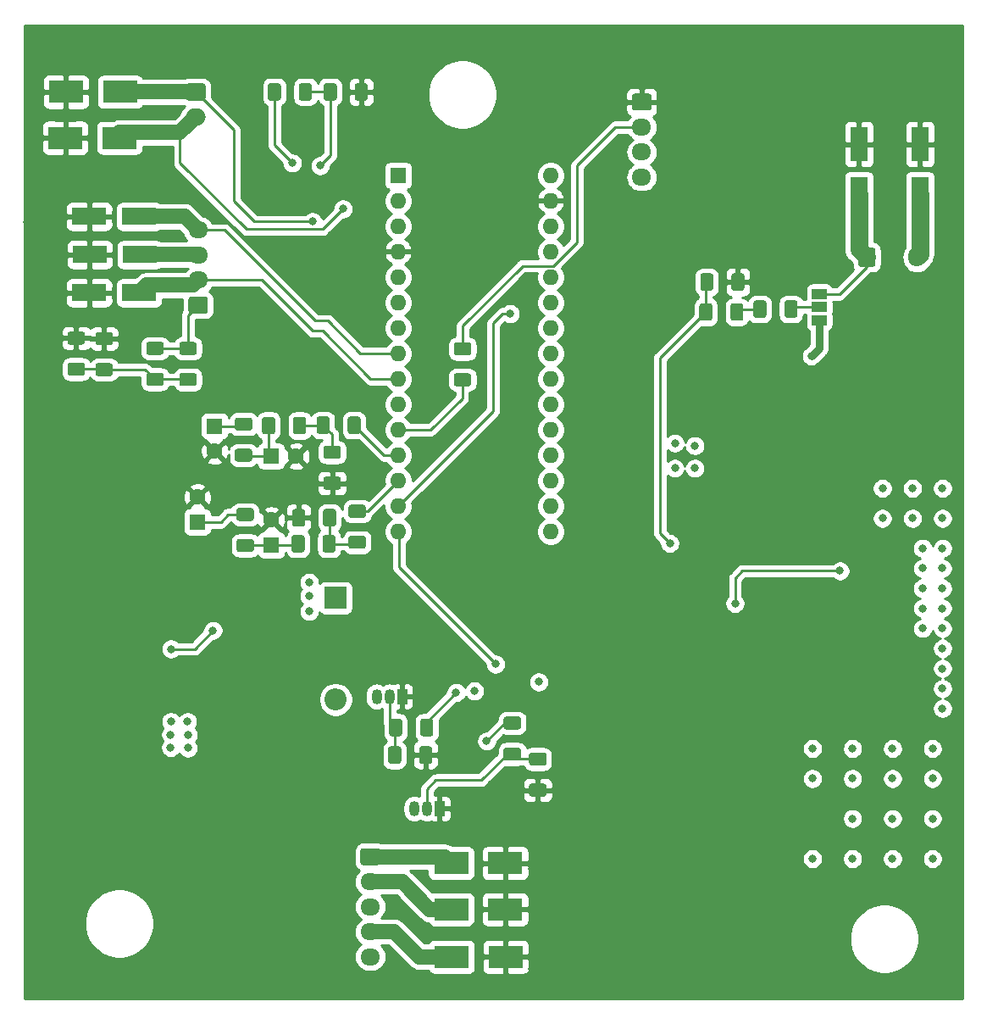
<source format=gbl>
%TF.GenerationSoftware,KiCad,Pcbnew,5.1.10-88a1d61d58~88~ubuntu18.04.1*%
%TF.CreationDate,2021-05-26T02:41:18+03:00*%
%TF.ProjectId,Micra Cruise Control Schemantics,4d696372-6120-4437-9275-69736520436f,rev?*%
%TF.SameCoordinates,Original*%
%TF.FileFunction,Copper,L4,Bot*%
%TF.FilePolarity,Positive*%
%FSLAX46Y46*%
G04 Gerber Fmt 4.6, Leading zero omitted, Abs format (unit mm)*
G04 Created by KiCad (PCBNEW 5.1.10-88a1d61d58~88~ubuntu18.04.1) date 2021-05-26 02:41:18*
%MOMM*%
%LPD*%
G01*
G04 APERTURE LIST*
%TA.AperFunction,ComponentPad*%
%ADD10O,1.600000X1.600000*%
%TD*%
%TA.AperFunction,ComponentPad*%
%ADD11R,1.600000X1.600000*%
%TD*%
%TA.AperFunction,ComponentPad*%
%ADD12O,1.950000X1.700000*%
%TD*%
%TA.AperFunction,ComponentPad*%
%ADD13R,1.050000X1.500000*%
%TD*%
%TA.AperFunction,ComponentPad*%
%ADD14O,1.050000X1.500000*%
%TD*%
%TA.AperFunction,SMDPad,CuDef*%
%ADD15R,1.500000X1.000000*%
%TD*%
%TA.AperFunction,ComponentPad*%
%ADD16O,1.700000X1.950000*%
%TD*%
%TA.AperFunction,ComponentPad*%
%ADD17O,2.000000X1.700000*%
%TD*%
%TA.AperFunction,SMDPad,CuDef*%
%ADD18R,3.500000X1.800000*%
%TD*%
%TA.AperFunction,SMDPad,CuDef*%
%ADD19R,3.500000X2.300000*%
%TD*%
%TA.AperFunction,SMDPad,CuDef*%
%ADD20R,1.800000X3.500000*%
%TD*%
%TA.AperFunction,ComponentPad*%
%ADD21O,2.200000X2.200000*%
%TD*%
%TA.AperFunction,ComponentPad*%
%ADD22R,2.200000X2.200000*%
%TD*%
%TA.AperFunction,ComponentPad*%
%ADD23C,1.600000*%
%TD*%
%TA.AperFunction,ViaPad*%
%ADD24C,0.800000*%
%TD*%
%TA.AperFunction,Conductor*%
%ADD25C,0.250000*%
%TD*%
%TA.AperFunction,Conductor*%
%ADD26C,1.500000*%
%TD*%
%TA.AperFunction,Conductor*%
%ADD27C,0.750000*%
%TD*%
%TA.AperFunction,Conductor*%
%ADD28C,1.750000*%
%TD*%
%TA.AperFunction,Conductor*%
%ADD29C,0.254000*%
%TD*%
%TA.AperFunction,Conductor*%
%ADD30C,0.100000*%
%TD*%
G04 APERTURE END LIST*
D10*
%TO.P,A1,16*%
%TO.N,Net-(A1-Pad16)*%
X89840000Y-86310000D03*
%TO.P,A1,15*%
%TO.N,Brake*%
X74600000Y-86310000D03*
%TO.P,A1,30*%
%TO.N,Net-(A1-Pad30)*%
X89840000Y-50750000D03*
%TO.P,A1,14*%
%TO.N,Buzzer*%
X74600000Y-83770000D03*
%TO.P,A1,29*%
%TO.N,GND*%
X89840000Y-53290000D03*
%TO.P,A1,13*%
%TO.N,Net-(A1-Pad13)*%
X74600000Y-81230000D03*
%TO.P,A1,28*%
%TO.N,Net-(A1-Pad28)*%
X89840000Y-55830000D03*
%TO.P,A1,12*%
%TO.N,Net-(A1-Pad12)*%
X74600000Y-78690000D03*
%TO.P,A1,27*%
%TO.N,Vcc*%
X89840000Y-58370000D03*
%TO.P,A1,11*%
%TO.N,Net-(A1-Pad11)*%
X74600000Y-76150000D03*
%TO.P,A1,26*%
%TO.N,Net-(A1-Pad26)*%
X89840000Y-60910000D03*
%TO.P,A1,10*%
%TO.N,ButtonRedLight*%
X74600000Y-73610000D03*
%TO.P,A1,25*%
%TO.N,Net-(A1-Pad25)*%
X89840000Y-63450000D03*
%TO.P,A1,9*%
%TO.N,ButtonBlueLight*%
X74600000Y-71070000D03*
%TO.P,A1,24*%
%TO.N,Net-(A1-Pad24)*%
X89840000Y-65990000D03*
%TO.P,A1,8*%
%TO.N,ButtonGreenLight*%
X74600000Y-68530000D03*
%TO.P,A1,23*%
%TO.N,Net-(A1-Pad23)*%
X89840000Y-68530000D03*
%TO.P,A1,7*%
%TO.N,CruiseControlEnMcu*%
X74600000Y-65990000D03*
%TO.P,A1,22*%
%TO.N,Net-(A1-Pad22)*%
X89840000Y-71070000D03*
%TO.P,A1,6*%
%TO.N,Net-(A1-Pad6)*%
X74600000Y-63450000D03*
%TO.P,A1,21*%
%TO.N,Net-(A1-Pad21)*%
X89840000Y-73610000D03*
%TO.P,A1,5*%
%TO.N,Net-(A1-Pad5)*%
X74600000Y-60910000D03*
%TO.P,A1,20*%
%TO.N,Net-(A1-Pad20)*%
X89840000Y-76150000D03*
%TO.P,A1,4*%
%TO.N,GND*%
X74600000Y-58370000D03*
%TO.P,A1,19*%
%TO.N,Net-(A1-Pad19)*%
X89840000Y-78690000D03*
%TO.P,A1,3*%
%TO.N,Net-(A1-Pad3)*%
X74600000Y-55830000D03*
%TO.P,A1,18*%
%TO.N,Net-(A1-Pad18)*%
X89840000Y-81230000D03*
%TO.P,A1,2*%
%TO.N,Net-(A1-Pad2)*%
X74600000Y-53290000D03*
%TO.P,A1,17*%
%TO.N,Net-(A1-Pad17)*%
X89840000Y-83770000D03*
D11*
%TO.P,A1,1*%
%TO.N,Net-(A1-Pad1)*%
X74600000Y-50750000D03*
%TD*%
D12*
%TO.P,J1,5*%
%TO.N,AccelOutA*%
X71800000Y-128800000D03*
%TO.P,J1,4*%
%TO.N,AccelPedalA*%
X71800000Y-126300000D03*
%TO.P,J1,3*%
%TO.N,AccelOutB*%
X71800000Y-123800000D03*
%TO.P,J1,2*%
%TO.N,AccelPedalB*%
X71800000Y-121300000D03*
%TO.P,J1,1*%
%TO.N,Net-(D6-Pad1)*%
%TA.AperFunction,ComponentPad*%
G36*
G01*
X71075000Y-117950000D02*
X72525000Y-117950000D01*
G75*
G02*
X72775000Y-118200000I0J-250000D01*
G01*
X72775000Y-119400000D01*
G75*
G02*
X72525000Y-119650000I-250000J0D01*
G01*
X71075000Y-119650000D01*
G75*
G02*
X70825000Y-119400000I0J250000D01*
G01*
X70825000Y-118200000D01*
G75*
G02*
X71075000Y-117950000I250000J0D01*
G01*
G37*
%TD.AperFunction*%
%TD*%
%TO.P,R26,2*%
%TO.N,Net-(JP1-Pad2)*%
%TA.AperFunction,SMDPad,CuDef*%
G36*
G01*
X113200000Y-64725001D02*
X113200000Y-63474999D01*
G75*
G02*
X113449999Y-63225000I249999J0D01*
G01*
X114250001Y-63225000D01*
G75*
G02*
X114500000Y-63474999I0J-249999D01*
G01*
X114500000Y-64725001D01*
G75*
G02*
X114250001Y-64975000I-249999J0D01*
G01*
X113449999Y-64975000D01*
G75*
G02*
X113200000Y-64725001I0J249999D01*
G01*
G37*
%TD.AperFunction*%
%TO.P,R26,1*%
%TO.N,Net-(R13-Pad2)*%
%TA.AperFunction,SMDPad,CuDef*%
G36*
G01*
X110100000Y-64725001D02*
X110100000Y-63474999D01*
G75*
G02*
X110349999Y-63225000I249999J0D01*
G01*
X111150001Y-63225000D01*
G75*
G02*
X111400000Y-63474999I0J-249999D01*
G01*
X111400000Y-64725001D01*
G75*
G02*
X111150001Y-64975000I-249999J0D01*
G01*
X110349999Y-64975000D01*
G75*
G02*
X110100000Y-64725001I0J249999D01*
G01*
G37*
%TD.AperFunction*%
%TD*%
%TO.P,R25,2*%
%TO.N,Net-(A1-Pad13)*%
%TA.AperFunction,SMDPad,CuDef*%
G36*
G01*
X71125001Y-84950000D02*
X69874999Y-84950000D01*
G75*
G02*
X69625000Y-84700001I0J249999D01*
G01*
X69625000Y-83899999D01*
G75*
G02*
X69874999Y-83650000I249999J0D01*
G01*
X71125001Y-83650000D01*
G75*
G02*
X71375000Y-83899999I0J-249999D01*
G01*
X71375000Y-84700001D01*
G75*
G02*
X71125001Y-84950000I-249999J0D01*
G01*
G37*
%TD.AperFunction*%
%TO.P,R25,1*%
%TO.N,Net-(R23-Pad2)*%
%TA.AperFunction,SMDPad,CuDef*%
G36*
G01*
X71125001Y-88050000D02*
X69874999Y-88050000D01*
G75*
G02*
X69625000Y-87800001I0J249999D01*
G01*
X69625000Y-86999999D01*
G75*
G02*
X69874999Y-86750000I249999J0D01*
G01*
X71125001Y-86750000D01*
G75*
G02*
X71375000Y-86999999I0J-249999D01*
G01*
X71375000Y-87800001D01*
G75*
G02*
X71125001Y-88050000I-249999J0D01*
G01*
G37*
%TD.AperFunction*%
%TD*%
%TO.P,R24,2*%
%TO.N,Net-(A1-Pad12)*%
%TA.AperFunction,SMDPad,CuDef*%
G36*
G01*
X69550000Y-76325001D02*
X69550000Y-75074999D01*
G75*
G02*
X69799999Y-74825000I249999J0D01*
G01*
X70600001Y-74825000D01*
G75*
G02*
X70850000Y-75074999I0J-249999D01*
G01*
X70850000Y-76325001D01*
G75*
G02*
X70600001Y-76575000I-249999J0D01*
G01*
X69799999Y-76575000D01*
G75*
G02*
X69550000Y-76325001I0J249999D01*
G01*
G37*
%TD.AperFunction*%
%TO.P,R24,1*%
%TO.N,Net-(R22-Pad2)*%
%TA.AperFunction,SMDPad,CuDef*%
G36*
G01*
X66450000Y-76325001D02*
X66450000Y-75074999D01*
G75*
G02*
X66699999Y-74825000I249999J0D01*
G01*
X67500001Y-74825000D01*
G75*
G02*
X67750000Y-75074999I0J-249999D01*
G01*
X67750000Y-76325001D01*
G75*
G02*
X67500001Y-76575000I-249999J0D01*
G01*
X66699999Y-76575000D01*
G75*
G02*
X66450000Y-76325001I0J249999D01*
G01*
G37*
%TD.AperFunction*%
%TD*%
%TO.P,R23,2*%
%TO.N,Net-(R23-Pad2)*%
%TA.AperFunction,SMDPad,CuDef*%
G36*
G01*
X67100000Y-85575001D02*
X67100000Y-84324999D01*
G75*
G02*
X67349999Y-84075000I249999J0D01*
G01*
X68150001Y-84075000D01*
G75*
G02*
X68400000Y-84324999I0J-249999D01*
G01*
X68400000Y-85575001D01*
G75*
G02*
X68150001Y-85825000I-249999J0D01*
G01*
X67349999Y-85825000D01*
G75*
G02*
X67100000Y-85575001I0J249999D01*
G01*
G37*
%TD.AperFunction*%
%TO.P,R23,1*%
%TO.N,GND*%
%TA.AperFunction,SMDPad,CuDef*%
G36*
G01*
X64000000Y-85575001D02*
X64000000Y-84324999D01*
G75*
G02*
X64249999Y-84075000I249999J0D01*
G01*
X65050001Y-84075000D01*
G75*
G02*
X65300000Y-84324999I0J-249999D01*
G01*
X65300000Y-85575001D01*
G75*
G02*
X65050001Y-85825000I-249999J0D01*
G01*
X64249999Y-85825000D01*
G75*
G02*
X64000000Y-85575001I0J249999D01*
G01*
G37*
%TD.AperFunction*%
%TD*%
%TO.P,R22,2*%
%TO.N,Net-(R22-Pad2)*%
%TA.AperFunction,SMDPad,CuDef*%
G36*
G01*
X68625001Y-79050000D02*
X67374999Y-79050000D01*
G75*
G02*
X67125000Y-78800001I0J249999D01*
G01*
X67125000Y-77999999D01*
G75*
G02*
X67374999Y-77750000I249999J0D01*
G01*
X68625001Y-77750000D01*
G75*
G02*
X68875000Y-77999999I0J-249999D01*
G01*
X68875000Y-78800001D01*
G75*
G02*
X68625001Y-79050000I-249999J0D01*
G01*
G37*
%TD.AperFunction*%
%TO.P,R22,1*%
%TO.N,GND*%
%TA.AperFunction,SMDPad,CuDef*%
G36*
G01*
X68625001Y-82150000D02*
X67374999Y-82150000D01*
G75*
G02*
X67125000Y-81900001I0J249999D01*
G01*
X67125000Y-81099999D01*
G75*
G02*
X67374999Y-80850000I249999J0D01*
G01*
X68625001Y-80850000D01*
G75*
G02*
X68875000Y-81099999I0J-249999D01*
G01*
X68875000Y-81900001D01*
G75*
G02*
X68625001Y-82150000I-249999J0D01*
G01*
G37*
%TD.AperFunction*%
%TD*%
%TO.P,R21,2*%
%TO.N,GND*%
%TA.AperFunction,SMDPad,CuDef*%
G36*
G01*
X43043001Y-67654000D02*
X41792999Y-67654000D01*
G75*
G02*
X41543000Y-67404001I0J249999D01*
G01*
X41543000Y-66603999D01*
G75*
G02*
X41792999Y-66354000I249999J0D01*
G01*
X43043001Y-66354000D01*
G75*
G02*
X43293000Y-66603999I0J-249999D01*
G01*
X43293000Y-67404001D01*
G75*
G02*
X43043001Y-67654000I-249999J0D01*
G01*
G37*
%TD.AperFunction*%
%TO.P,R21,1*%
%TO.N,Net-(R17-Pad2)*%
%TA.AperFunction,SMDPad,CuDef*%
G36*
G01*
X43043001Y-70754000D02*
X41792999Y-70754000D01*
G75*
G02*
X41543000Y-70504001I0J249999D01*
G01*
X41543000Y-69703999D01*
G75*
G02*
X41792999Y-69454000I249999J0D01*
G01*
X43043001Y-69454000D01*
G75*
G02*
X43293000Y-69703999I0J-249999D01*
G01*
X43293000Y-70504001D01*
G75*
G02*
X43043001Y-70754000I-249999J0D01*
G01*
G37*
%TD.AperFunction*%
%TD*%
%TO.P,R20,2*%
%TO.N,Net-(R17-Pad2)*%
%TA.AperFunction,SMDPad,CuDef*%
G36*
G01*
X52968999Y-70496000D02*
X54219001Y-70496000D01*
G75*
G02*
X54469000Y-70745999I0J-249999D01*
G01*
X54469000Y-71546001D01*
G75*
G02*
X54219001Y-71796000I-249999J0D01*
G01*
X52968999Y-71796000D01*
G75*
G02*
X52719000Y-71546001I0J249999D01*
G01*
X52719000Y-70745999D01*
G75*
G02*
X52968999Y-70496000I249999J0D01*
G01*
G37*
%TD.AperFunction*%
%TO.P,R20,1*%
%TO.N,Net-(J5-Pad1)*%
%TA.AperFunction,SMDPad,CuDef*%
G36*
G01*
X52968999Y-67396000D02*
X54219001Y-67396000D01*
G75*
G02*
X54469000Y-67645999I0J-249999D01*
G01*
X54469000Y-68446001D01*
G75*
G02*
X54219001Y-68696000I-249999J0D01*
G01*
X52968999Y-68696000D01*
G75*
G02*
X52719000Y-68446001I0J249999D01*
G01*
X52719000Y-67645999D01*
G75*
G02*
X52968999Y-67396000I249999J0D01*
G01*
G37*
%TD.AperFunction*%
%TD*%
%TO.P,R19,2*%
%TO.N,GND*%
%TA.AperFunction,SMDPad,CuDef*%
G36*
G01*
X45837001Y-67706000D02*
X44586999Y-67706000D01*
G75*
G02*
X44337000Y-67456001I0J249999D01*
G01*
X44337000Y-66655999D01*
G75*
G02*
X44586999Y-66406000I249999J0D01*
G01*
X45837001Y-66406000D01*
G75*
G02*
X46087000Y-66655999I0J-249999D01*
G01*
X46087000Y-67456001D01*
G75*
G02*
X45837001Y-67706000I-249999J0D01*
G01*
G37*
%TD.AperFunction*%
%TO.P,R19,1*%
%TO.N,Net-(R17-Pad2)*%
%TA.AperFunction,SMDPad,CuDef*%
G36*
G01*
X45837001Y-70806000D02*
X44586999Y-70806000D01*
G75*
G02*
X44337000Y-70556001I0J249999D01*
G01*
X44337000Y-69755999D01*
G75*
G02*
X44586999Y-69506000I249999J0D01*
G01*
X45837001Y-69506000D01*
G75*
G02*
X46087000Y-69755999I0J-249999D01*
G01*
X46087000Y-70556001D01*
G75*
G02*
X45837001Y-70806000I-249999J0D01*
G01*
G37*
%TD.AperFunction*%
%TD*%
%TO.P,R18,2*%
%TO.N,Net-(A1-Pad11)*%
%TA.AperFunction,SMDPad,CuDef*%
G36*
G01*
X80400999Y-70522000D02*
X81651001Y-70522000D01*
G75*
G02*
X81901000Y-70771999I0J-249999D01*
G01*
X81901000Y-71572001D01*
G75*
G02*
X81651001Y-71822000I-249999J0D01*
G01*
X80400999Y-71822000D01*
G75*
G02*
X80151000Y-71572001I0J249999D01*
G01*
X80151000Y-70771999D01*
G75*
G02*
X80400999Y-70522000I249999J0D01*
G01*
G37*
%TD.AperFunction*%
%TO.P,R18,1*%
%TO.N,ButtonInput*%
%TA.AperFunction,SMDPad,CuDef*%
G36*
G01*
X80400999Y-67422000D02*
X81651001Y-67422000D01*
G75*
G02*
X81901000Y-67671999I0J-249999D01*
G01*
X81901000Y-68472001D01*
G75*
G02*
X81651001Y-68722000I-249999J0D01*
G01*
X80400999Y-68722000D01*
G75*
G02*
X80151000Y-68472001I0J249999D01*
G01*
X80151000Y-67671999D01*
G75*
G02*
X80400999Y-67422000I249999J0D01*
G01*
G37*
%TD.AperFunction*%
%TD*%
%TO.P,R17,2*%
%TO.N,Net-(R17-Pad2)*%
%TA.AperFunction,SMDPad,CuDef*%
G36*
G01*
X49666999Y-70470000D02*
X50917001Y-70470000D01*
G75*
G02*
X51167000Y-70719999I0J-249999D01*
G01*
X51167000Y-71520001D01*
G75*
G02*
X50917001Y-71770000I-249999J0D01*
G01*
X49666999Y-71770000D01*
G75*
G02*
X49417000Y-71520001I0J249999D01*
G01*
X49417000Y-70719999D01*
G75*
G02*
X49666999Y-70470000I249999J0D01*
G01*
G37*
%TD.AperFunction*%
%TO.P,R17,1*%
%TO.N,Net-(J5-Pad1)*%
%TA.AperFunction,SMDPad,CuDef*%
G36*
G01*
X49666999Y-67370000D02*
X50917001Y-67370000D01*
G75*
G02*
X51167000Y-67619999I0J-249999D01*
G01*
X51167000Y-68420001D01*
G75*
G02*
X50917001Y-68670000I-249999J0D01*
G01*
X49666999Y-68670000D01*
G75*
G02*
X49417000Y-68420001I0J249999D01*
G01*
X49417000Y-67619999D01*
G75*
G02*
X49666999Y-67370000I249999J0D01*
G01*
G37*
%TD.AperFunction*%
%TD*%
%TO.P,R14,2*%
%TO.N,Net-(R13-Pad1)*%
%TA.AperFunction,SMDPad,CuDef*%
G36*
G01*
X106100000Y-60774999D02*
X106100000Y-62025001D01*
G75*
G02*
X105850001Y-62275000I-249999J0D01*
G01*
X105049999Y-62275000D01*
G75*
G02*
X104800000Y-62025001I0J249999D01*
G01*
X104800000Y-60774999D01*
G75*
G02*
X105049999Y-60525000I249999J0D01*
G01*
X105850001Y-60525000D01*
G75*
G02*
X106100000Y-60774999I0J-249999D01*
G01*
G37*
%TD.AperFunction*%
%TO.P,R14,1*%
%TO.N,GND*%
%TA.AperFunction,SMDPad,CuDef*%
G36*
G01*
X109200000Y-60774999D02*
X109200000Y-62025001D01*
G75*
G02*
X108950001Y-62275000I-249999J0D01*
G01*
X108149999Y-62275000D01*
G75*
G02*
X107900000Y-62025001I0J249999D01*
G01*
X107900000Y-60774999D01*
G75*
G02*
X108149999Y-60525000I249999J0D01*
G01*
X108950001Y-60525000D01*
G75*
G02*
X109200000Y-60774999I0J-249999D01*
G01*
G37*
%TD.AperFunction*%
%TD*%
%TO.P,R13,2*%
%TO.N,Net-(R13-Pad2)*%
%TA.AperFunction,SMDPad,CuDef*%
G36*
G01*
X107800000Y-65025001D02*
X107800000Y-63774999D01*
G75*
G02*
X108049999Y-63525000I249999J0D01*
G01*
X108850001Y-63525000D01*
G75*
G02*
X109100000Y-63774999I0J-249999D01*
G01*
X109100000Y-65025001D01*
G75*
G02*
X108850001Y-65275000I-249999J0D01*
G01*
X108049999Y-65275000D01*
G75*
G02*
X107800000Y-65025001I0J249999D01*
G01*
G37*
%TD.AperFunction*%
%TO.P,R13,1*%
%TO.N,Net-(R13-Pad1)*%
%TA.AperFunction,SMDPad,CuDef*%
G36*
G01*
X104700000Y-65025001D02*
X104700000Y-63774999D01*
G75*
G02*
X104949999Y-63525000I249999J0D01*
G01*
X105750001Y-63525000D01*
G75*
G02*
X106000000Y-63774999I0J-249999D01*
G01*
X106000000Y-65025001D01*
G75*
G02*
X105750001Y-65275000I-249999J0D01*
G01*
X104949999Y-65275000D01*
G75*
G02*
X104700000Y-65025001I0J249999D01*
G01*
G37*
%TD.AperFunction*%
%TD*%
%TO.P,R12,2*%
%TO.N,Net-(Q2-Pad2)*%
%TA.AperFunction,SMDPad,CuDef*%
G36*
G01*
X74900000Y-108024999D02*
X74900000Y-109275001D01*
G75*
G02*
X74650001Y-109525000I-249999J0D01*
G01*
X73849999Y-109525000D01*
G75*
G02*
X73600000Y-109275001I0J249999D01*
G01*
X73600000Y-108024999D01*
G75*
G02*
X73849999Y-107775000I249999J0D01*
G01*
X74650001Y-107775000D01*
G75*
G02*
X74900000Y-108024999I0J-249999D01*
G01*
G37*
%TD.AperFunction*%
%TO.P,R12,1*%
%TO.N,GND*%
%TA.AperFunction,SMDPad,CuDef*%
G36*
G01*
X78000000Y-108024999D02*
X78000000Y-109275001D01*
G75*
G02*
X77750001Y-109525000I-249999J0D01*
G01*
X76949999Y-109525000D01*
G75*
G02*
X76700000Y-109275001I0J249999D01*
G01*
X76700000Y-108024999D01*
G75*
G02*
X76949999Y-107775000I249999J0D01*
G01*
X77750001Y-107775000D01*
G75*
G02*
X78000000Y-108024999I0J-249999D01*
G01*
G37*
%TD.AperFunction*%
%TD*%
%TO.P,R11,2*%
%TO.N,Net-(Q2-Pad2)*%
%TA.AperFunction,SMDPad,CuDef*%
G36*
G01*
X75000000Y-105274999D02*
X75000000Y-106525001D01*
G75*
G02*
X74750001Y-106775000I-249999J0D01*
G01*
X73949999Y-106775000D01*
G75*
G02*
X73700000Y-106525001I0J249999D01*
G01*
X73700000Y-105274999D01*
G75*
G02*
X73949999Y-105025000I249999J0D01*
G01*
X74750001Y-105025000D01*
G75*
G02*
X75000000Y-105274999I0J-249999D01*
G01*
G37*
%TD.AperFunction*%
%TO.P,R11,1*%
%TO.N,CruiseControlEnable*%
%TA.AperFunction,SMDPad,CuDef*%
G36*
G01*
X78100000Y-105274999D02*
X78100000Y-106525001D01*
G75*
G02*
X77850001Y-106775000I-249999J0D01*
G01*
X77049999Y-106775000D01*
G75*
G02*
X76800000Y-106525001I0J249999D01*
G01*
X76800000Y-105274999D01*
G75*
G02*
X77049999Y-105025000I249999J0D01*
G01*
X77850001Y-105025000D01*
G75*
G02*
X78100000Y-105274999I0J-249999D01*
G01*
G37*
%TD.AperFunction*%
%TD*%
%TO.P,R10,2*%
%TO.N,Net-(Q1-Pad2)*%
%TA.AperFunction,SMDPad,CuDef*%
G36*
G01*
X89175001Y-109700000D02*
X87924999Y-109700000D01*
G75*
G02*
X87675000Y-109450001I0J249999D01*
G01*
X87675000Y-108649999D01*
G75*
G02*
X87924999Y-108400000I249999J0D01*
G01*
X89175001Y-108400000D01*
G75*
G02*
X89425000Y-108649999I0J-249999D01*
G01*
X89425000Y-109450001D01*
G75*
G02*
X89175001Y-109700000I-249999J0D01*
G01*
G37*
%TD.AperFunction*%
%TO.P,R10,1*%
%TO.N,GND*%
%TA.AperFunction,SMDPad,CuDef*%
G36*
G01*
X89175001Y-112800000D02*
X87924999Y-112800000D01*
G75*
G02*
X87675000Y-112550001I0J249999D01*
G01*
X87675000Y-111749999D01*
G75*
G02*
X87924999Y-111500000I249999J0D01*
G01*
X89175001Y-111500000D01*
G75*
G02*
X89425000Y-111749999I0J-249999D01*
G01*
X89425000Y-112550001D01*
G75*
G02*
X89175001Y-112800000I-249999J0D01*
G01*
G37*
%TD.AperFunction*%
%TD*%
%TO.P,R9,2*%
%TO.N,Net-(D6-Pad1)*%
%TA.AperFunction,SMDPad,CuDef*%
G36*
G01*
X86625001Y-106100000D02*
X85374999Y-106100000D01*
G75*
G02*
X85125000Y-105850001I0J249999D01*
G01*
X85125000Y-105049999D01*
G75*
G02*
X85374999Y-104800000I249999J0D01*
G01*
X86625001Y-104800000D01*
G75*
G02*
X86875000Y-105049999I0J-249999D01*
G01*
X86875000Y-105850001D01*
G75*
G02*
X86625001Y-106100000I-249999J0D01*
G01*
G37*
%TD.AperFunction*%
%TO.P,R9,1*%
%TO.N,Net-(Q1-Pad2)*%
%TA.AperFunction,SMDPad,CuDef*%
G36*
G01*
X86625001Y-109200000D02*
X85374999Y-109200000D01*
G75*
G02*
X85125000Y-108950001I0J249999D01*
G01*
X85125000Y-108149999D01*
G75*
G02*
X85374999Y-107900000I249999J0D01*
G01*
X86625001Y-107900000D01*
G75*
G02*
X86875000Y-108149999I0J-249999D01*
G01*
X86875000Y-108950001D01*
G75*
G02*
X86625001Y-109200000I-249999J0D01*
G01*
G37*
%TD.AperFunction*%
%TD*%
%TO.P,R8,2*%
%TO.N,Net-(R23-Pad2)*%
%TA.AperFunction,SMDPad,CuDef*%
G36*
G01*
X67050000Y-88175001D02*
X67050000Y-86924999D01*
G75*
G02*
X67299999Y-86675000I249999J0D01*
G01*
X68100001Y-86675000D01*
G75*
G02*
X68350000Y-86924999I0J-249999D01*
G01*
X68350000Y-88175001D01*
G75*
G02*
X68100001Y-88425000I-249999J0D01*
G01*
X67299999Y-88425000D01*
G75*
G02*
X67050000Y-88175001I0J249999D01*
G01*
G37*
%TD.AperFunction*%
%TO.P,R8,1*%
%TO.N,Net-(C8-Pad1)*%
%TA.AperFunction,SMDPad,CuDef*%
G36*
G01*
X63950000Y-88175001D02*
X63950000Y-86924999D01*
G75*
G02*
X64199999Y-86675000I249999J0D01*
G01*
X65000001Y-86675000D01*
G75*
G02*
X65250000Y-86924999I0J-249999D01*
G01*
X65250000Y-88175001D01*
G75*
G02*
X65000001Y-88425000I-249999J0D01*
G01*
X64199999Y-88425000D01*
G75*
G02*
X63950000Y-88175001I0J249999D01*
G01*
G37*
%TD.AperFunction*%
%TD*%
%TO.P,R7,2*%
%TO.N,Net-(R22-Pad2)*%
%TA.AperFunction,SMDPad,CuDef*%
G36*
G01*
X64100000Y-76375001D02*
X64100000Y-75124999D01*
G75*
G02*
X64349999Y-74875000I249999J0D01*
G01*
X65150001Y-74875000D01*
G75*
G02*
X65400000Y-75124999I0J-249999D01*
G01*
X65400000Y-76375001D01*
G75*
G02*
X65150001Y-76625000I-249999J0D01*
G01*
X64349999Y-76625000D01*
G75*
G02*
X64100000Y-76375001I0J249999D01*
G01*
G37*
%TD.AperFunction*%
%TO.P,R7,1*%
%TO.N,Net-(C7-Pad1)*%
%TA.AperFunction,SMDPad,CuDef*%
G36*
G01*
X61000000Y-76375001D02*
X61000000Y-75124999D01*
G75*
G02*
X61249999Y-74875000I249999J0D01*
G01*
X62050001Y-74875000D01*
G75*
G02*
X62300000Y-75124999I0J-249999D01*
G01*
X62300000Y-76375001D01*
G75*
G02*
X62050001Y-76625000I-249999J0D01*
G01*
X61249999Y-76625000D01*
G75*
G02*
X61000000Y-76375001I0J249999D01*
G01*
G37*
%TD.AperFunction*%
%TD*%
%TO.P,R6,2*%
%TO.N,Net-(C8-Pad1)*%
%TA.AperFunction,SMDPad,CuDef*%
G36*
G01*
X58684999Y-87070000D02*
X59935001Y-87070000D01*
G75*
G02*
X60185000Y-87319999I0J-249999D01*
G01*
X60185000Y-88120001D01*
G75*
G02*
X59935001Y-88370000I-249999J0D01*
G01*
X58684999Y-88370000D01*
G75*
G02*
X58435000Y-88120001I0J249999D01*
G01*
X58435000Y-87319999D01*
G75*
G02*
X58684999Y-87070000I249999J0D01*
G01*
G37*
%TD.AperFunction*%
%TO.P,R6,1*%
%TO.N,Net-(C6-Pad1)*%
%TA.AperFunction,SMDPad,CuDef*%
G36*
G01*
X58684999Y-83970000D02*
X59935001Y-83970000D01*
G75*
G02*
X60185000Y-84219999I0J-249999D01*
G01*
X60185000Y-85020001D01*
G75*
G02*
X59935001Y-85270000I-249999J0D01*
G01*
X58684999Y-85270000D01*
G75*
G02*
X58435000Y-85020001I0J249999D01*
G01*
X58435000Y-84219999D01*
G75*
G02*
X58684999Y-83970000I249999J0D01*
G01*
G37*
%TD.AperFunction*%
%TD*%
%TO.P,R5,2*%
%TO.N,Net-(C7-Pad1)*%
%TA.AperFunction,SMDPad,CuDef*%
G36*
G01*
X58524999Y-78050000D02*
X59775001Y-78050000D01*
G75*
G02*
X60025000Y-78299999I0J-249999D01*
G01*
X60025000Y-79100001D01*
G75*
G02*
X59775001Y-79350000I-249999J0D01*
G01*
X58524999Y-79350000D01*
G75*
G02*
X58275000Y-79100001I0J249999D01*
G01*
X58275000Y-78299999D01*
G75*
G02*
X58524999Y-78050000I249999J0D01*
G01*
G37*
%TD.AperFunction*%
%TO.P,R5,1*%
%TO.N,Net-(C5-Pad1)*%
%TA.AperFunction,SMDPad,CuDef*%
G36*
G01*
X58524999Y-74950000D02*
X59775001Y-74950000D01*
G75*
G02*
X60025000Y-75199999I0J-249999D01*
G01*
X60025000Y-76000001D01*
G75*
G02*
X59775001Y-76250000I-249999J0D01*
G01*
X58524999Y-76250000D01*
G75*
G02*
X58275000Y-76000001I0J249999D01*
G01*
X58275000Y-75199999D01*
G75*
G02*
X58524999Y-74950000I249999J0D01*
G01*
G37*
%TD.AperFunction*%
%TD*%
%TO.P,R4,2*%
%TO.N,GND*%
%TA.AperFunction,SMDPad,CuDef*%
G36*
G01*
X70268000Y-43043001D02*
X70268000Y-41792999D01*
G75*
G02*
X70517999Y-41543000I249999J0D01*
G01*
X71318001Y-41543000D01*
G75*
G02*
X71568000Y-41792999I0J-249999D01*
G01*
X71568000Y-43043001D01*
G75*
G02*
X71318001Y-43293000I-249999J0D01*
G01*
X70517999Y-43293000D01*
G75*
G02*
X70268000Y-43043001I0J249999D01*
G01*
G37*
%TD.AperFunction*%
%TO.P,R4,1*%
%TO.N,Net-(R3-Pad2)*%
%TA.AperFunction,SMDPad,CuDef*%
G36*
G01*
X67168000Y-43043001D02*
X67168000Y-41792999D01*
G75*
G02*
X67417999Y-41543000I249999J0D01*
G01*
X68218001Y-41543000D01*
G75*
G02*
X68468000Y-41792999I0J-249999D01*
G01*
X68468000Y-43043001D01*
G75*
G02*
X68218001Y-43293000I-249999J0D01*
G01*
X67417999Y-43293000D01*
G75*
G02*
X67168000Y-43043001I0J249999D01*
G01*
G37*
%TD.AperFunction*%
%TD*%
%TO.P,R3,2*%
%TO.N,Net-(R3-Pad2)*%
%TA.AperFunction,SMDPad,CuDef*%
G36*
G01*
X64680000Y-43043001D02*
X64680000Y-41792999D01*
G75*
G02*
X64929999Y-41543000I249999J0D01*
G01*
X65730001Y-41543000D01*
G75*
G02*
X65980000Y-41792999I0J-249999D01*
G01*
X65980000Y-43043001D01*
G75*
G02*
X65730001Y-43293000I-249999J0D01*
G01*
X64929999Y-43293000D01*
G75*
G02*
X64680000Y-43043001I0J249999D01*
G01*
G37*
%TD.AperFunction*%
%TO.P,R3,1*%
%TO.N,Vcc*%
%TA.AperFunction,SMDPad,CuDef*%
G36*
G01*
X61580000Y-43043001D02*
X61580000Y-41792999D01*
G75*
G02*
X61829999Y-41543000I249999J0D01*
G01*
X62630001Y-41543000D01*
G75*
G02*
X62880000Y-41792999I0J-249999D01*
G01*
X62880000Y-43043001D01*
G75*
G02*
X62630001Y-43293000I-249999J0D01*
G01*
X61829999Y-43293000D01*
G75*
G02*
X61580000Y-43043001I0J249999D01*
G01*
G37*
%TD.AperFunction*%
%TD*%
D13*
%TO.P,Q2,1*%
%TO.N,GND*%
X75000000Y-102800000D03*
D14*
%TO.P,Q2,3*%
%TO.N,Net-(D1-Pad2)*%
X72460000Y-102800000D03*
%TO.P,Q2,2*%
%TO.N,Net-(Q2-Pad2)*%
X73730000Y-102800000D03*
%TD*%
D13*
%TO.P,Q1,1*%
%TO.N,GND*%
X78750000Y-114000000D03*
D14*
%TO.P,Q1,3*%
%TO.N,Brake*%
X76210000Y-114000000D03*
%TO.P,Q1,2*%
%TO.N,Net-(Q1-Pad2)*%
X77480000Y-114000000D03*
%TD*%
D15*
%TO.P,JP1,1*%
%TO.N,AccessoryPowerSignal*%
X116700000Y-62600000D03*
%TO.P,JP1,2*%
%TO.N,Net-(JP1-Pad2)*%
X116700000Y-63900000D03*
%TO.P,JP1,3*%
%TO.N,+12V*%
X116700000Y-65200000D03*
%TD*%
%TO.P,J5,1*%
%TO.N,Net-(J5-Pad1)*%
%TA.AperFunction,ComponentPad*%
G36*
G01*
X55335000Y-64564000D02*
X53885000Y-64564000D01*
G75*
G02*
X53635000Y-64314000I0J250000D01*
G01*
X53635000Y-63114000D01*
G75*
G02*
X53885000Y-62864000I250000J0D01*
G01*
X55335000Y-62864000D01*
G75*
G02*
X55585000Y-63114000I0J-250000D01*
G01*
X55585000Y-64314000D01*
G75*
G02*
X55335000Y-64564000I-250000J0D01*
G01*
G37*
%TD.AperFunction*%
D12*
%TO.P,J5,2*%
%TO.N,ButtonBlueLight*%
X54610000Y-61214000D03*
%TO.P,J5,3*%
%TO.N,ButtonRedLight*%
X54610000Y-58714000D03*
%TO.P,J5,4*%
%TO.N,ButtonGreenLight*%
X54610000Y-56214000D03*
%TD*%
D16*
%TO.P,J4,3*%
%TO.N,Net-(D9-Pad1)*%
X126430000Y-58930000D03*
%TO.P,J4,2*%
%TO.N,GND*%
X123930000Y-58930000D03*
%TO.P,J4,1*%
%TO.N,AccessoryPowerSignal*%
%TA.AperFunction,ComponentPad*%
G36*
G01*
X120580000Y-59655000D02*
X120580000Y-58205000D01*
G75*
G02*
X120830000Y-57955000I250000J0D01*
G01*
X122030000Y-57955000D01*
G75*
G02*
X122280000Y-58205000I0J-250000D01*
G01*
X122280000Y-59655000D01*
G75*
G02*
X122030000Y-59905000I-250000J0D01*
G01*
X120830000Y-59905000D01*
G75*
G02*
X120580000Y-59655000I0J250000D01*
G01*
G37*
%TD.AperFunction*%
%TD*%
D12*
%TO.P,J3,4*%
%TO.N,Vcc*%
X98938000Y-50930000D03*
%TO.P,J3,3*%
%TO.N,Net-(D7-Pad1)*%
X98938000Y-48430000D03*
%TO.P,J3,2*%
%TO.N,ButtonInput*%
X98938000Y-45930000D03*
%TO.P,J3,1*%
%TO.N,GND*%
%TA.AperFunction,ComponentPad*%
G36*
G01*
X98213000Y-42580000D02*
X99663000Y-42580000D01*
G75*
G02*
X99913000Y-42830000I0J-250000D01*
G01*
X99913000Y-44030000D01*
G75*
G02*
X99663000Y-44280000I-250000J0D01*
G01*
X98213000Y-44280000D01*
G75*
G02*
X97963000Y-44030000I0J250000D01*
G01*
X97963000Y-42830000D01*
G75*
G02*
X98213000Y-42580000I250000J0D01*
G01*
G37*
%TD.AperFunction*%
%TD*%
D17*
%TO.P,J2,2*%
%TO.N,WheelSensorB*%
X54356000Y-44918000D03*
%TO.P,J2,1*%
%TO.N,WheelSensorA*%
%TA.AperFunction,ComponentPad*%
G36*
G01*
X53606000Y-41568000D02*
X55106000Y-41568000D01*
G75*
G02*
X55356000Y-41818000I0J-250000D01*
G01*
X55356000Y-43018000D01*
G75*
G02*
X55106000Y-43268000I-250000J0D01*
G01*
X53606000Y-43268000D01*
G75*
G02*
X53356000Y-43018000I0J250000D01*
G01*
X53356000Y-41818000D01*
G75*
G02*
X53606000Y-41568000I250000J0D01*
G01*
G37*
%TD.AperFunction*%
%TD*%
D18*
%TO.P,D13,2*%
%TO.N,GND*%
X43728000Y-62484000D03*
%TO.P,D13,1*%
%TO.N,ButtonBlueLight*%
X48728000Y-62484000D03*
%TD*%
D19*
%TO.P,D12,2*%
%TO.N,GND*%
X41336000Y-47000000D03*
%TO.P,D12,1*%
%TO.N,WheelSensorB*%
X46736000Y-47000000D03*
%TD*%
%TO.P,D11,2*%
%TO.N,GND*%
X41402000Y-42418000D03*
%TO.P,D11,1*%
%TO.N,WheelSensorA*%
X46802000Y-42418000D03*
%TD*%
D20*
%TO.P,D10,2*%
%TO.N,GND*%
X120650000Y-47630000D03*
%TO.P,D10,1*%
%TO.N,AccessoryPowerSignal*%
X120650000Y-52630000D03*
%TD*%
%TO.P,D9,2*%
%TO.N,GND*%
X126750000Y-47630000D03*
%TO.P,D9,1*%
%TO.N,Net-(D9-Pad1)*%
X126750000Y-52630000D03*
%TD*%
D19*
%TO.P,D6,2*%
%TO.N,GND*%
X85300000Y-119450000D03*
%TO.P,D6,1*%
%TO.N,Net-(D6-Pad1)*%
X79900000Y-119450000D03*
%TD*%
D18*
%TO.P,D5,2*%
%TO.N,GND*%
X43768000Y-58674000D03*
%TO.P,D5,1*%
%TO.N,ButtonRedLight*%
X48768000Y-58674000D03*
%TD*%
%TO.P,D4,2*%
%TO.N,GND*%
X43728000Y-54864000D03*
%TO.P,D4,1*%
%TO.N,ButtonGreenLight*%
X48728000Y-54864000D03*
%TD*%
D19*
%TO.P,D3,2*%
%TO.N,GND*%
X85350000Y-128800000D03*
%TO.P,D3,1*%
%TO.N,AccelPedalA*%
X79950000Y-128800000D03*
%TD*%
%TO.P,D2,2*%
%TO.N,GND*%
X85300000Y-124050000D03*
%TO.P,D2,1*%
%TO.N,AccelPedalB*%
X79900000Y-124050000D03*
%TD*%
D21*
%TO.P,D1,2*%
%TO.N,Net-(D1-Pad2)*%
X68350000Y-103110000D03*
D22*
%TO.P,D1,1*%
%TO.N,Vcc*%
X68350000Y-92950000D03*
%TD*%
D23*
%TO.P,C8,2*%
%TO.N,GND*%
X61940000Y-85170000D03*
D11*
%TO.P,C8,1*%
%TO.N,Net-(C8-Pad1)*%
X61940000Y-87670000D03*
%TD*%
D23*
%TO.P,C7,2*%
%TO.N,GND*%
X64400000Y-78800000D03*
D11*
%TO.P,C7,1*%
%TO.N,Net-(C7-Pad1)*%
X61900000Y-78800000D03*
%TD*%
D23*
%TO.P,C6,2*%
%TO.N,GND*%
X54530000Y-82870000D03*
D11*
%TO.P,C6,1*%
%TO.N,Net-(C6-Pad1)*%
X54530000Y-85370000D03*
%TD*%
D23*
%TO.P,C5,2*%
%TO.N,GND*%
X56250000Y-78300000D03*
D11*
%TO.P,C5,1*%
%TO.N,Net-(C5-Pad1)*%
X56250000Y-75800000D03*
%TD*%
D24*
%TO.N,GND*%
X81790000Y-95610000D03*
X73406000Y-42418000D03*
X109750000Y-91500000D03*
X111250000Y-91500000D03*
X113000000Y-91500000D03*
X115000000Y-91500000D03*
X109750000Y-93000000D03*
X111250000Y-93000000D03*
X113000000Y-93000000D03*
X115000000Y-93000000D03*
X111250000Y-94500000D03*
X113000000Y-94500000D03*
X115000000Y-94500000D03*
X113000000Y-96000000D03*
X115000000Y-96000000D03*
X118500000Y-93250000D03*
X118500000Y-94750000D03*
X118500000Y-96500000D03*
X107000000Y-84000000D03*
X107000000Y-82750000D03*
X107000000Y-81500000D03*
X107000000Y-80250000D03*
X107000000Y-78750000D03*
X107000000Y-77500000D03*
X108750000Y-77250000D03*
X107000000Y-75750000D03*
X108750000Y-75750000D03*
X110250000Y-87000000D03*
X110250000Y-88250000D03*
X96250000Y-83750000D03*
X96250000Y-81750000D03*
X99000000Y-80250000D03*
X99000000Y-78250000D03*
X96250000Y-78250000D03*
X96250000Y-80250000D03*
X102500000Y-90000000D03*
X102500000Y-92500000D03*
X102500000Y-95000000D03*
X95000000Y-75000000D03*
X97500000Y-75000000D03*
X97500000Y-72500000D03*
X95000000Y-72500000D03*
X95000000Y-70000000D03*
X97500000Y-70000000D03*
X112500000Y-97500000D03*
X115000000Y-97500000D03*
X110000000Y-97500000D03*
X111210000Y-102950000D03*
X111210000Y-107950000D03*
X111210000Y-115450000D03*
X59140000Y-132200000D03*
X40000000Y-115000000D03*
X39624000Y-131826000D03*
X40000000Y-110000000D03*
X40000000Y-105000000D03*
X40000000Y-100000000D03*
X40000000Y-95000000D03*
X40000000Y-90000000D03*
X40000000Y-85000000D03*
X40000000Y-80000000D03*
X40000000Y-75000000D03*
X45000000Y-75000000D03*
X45000000Y-85000000D03*
X45000000Y-90000000D03*
X50000000Y-90000000D03*
X45000000Y-100000000D03*
X45000000Y-110000000D03*
X110000000Y-55000000D03*
X115000000Y-55000000D03*
X112600000Y-45400000D03*
X112600000Y-46800000D03*
X112600000Y-48400000D03*
X112600000Y-49800000D03*
X112600000Y-51400000D03*
X114000000Y-51400000D03*
X114000000Y-48400000D03*
X114000000Y-49800000D03*
X114000000Y-46800000D03*
X113800000Y-45400000D03*
X120000000Y-42500000D03*
X122500000Y-42500000D03*
X125000000Y-42500000D03*
X127500000Y-42500000D03*
X130000000Y-42500000D03*
X130000000Y-45000000D03*
X125000000Y-45000000D03*
X122500000Y-45000000D03*
X120000000Y-45000000D03*
X127500000Y-45000000D03*
X88000000Y-120000000D03*
X88000000Y-117500000D03*
X88000000Y-127500000D03*
X88000000Y-130000000D03*
X130500000Y-66500000D03*
X130500000Y-70000000D03*
X130500000Y-73500000D03*
X130500000Y-77500000D03*
X43000000Y-38000000D03*
X48000000Y-38000000D03*
X53000000Y-38000000D03*
X58000000Y-38000000D03*
X63000000Y-38000000D03*
X68000000Y-38000000D03*
X73000000Y-38000000D03*
X78000000Y-38000000D03*
X83000000Y-38000000D03*
X88000000Y-38000000D03*
X93000000Y-38000000D03*
X98000000Y-38000000D03*
X103000000Y-38000000D03*
X108000000Y-38000000D03*
X113000000Y-38000000D03*
X118000000Y-38000000D03*
X123000000Y-38000000D03*
X130000000Y-38000000D03*
X130000000Y-49000000D03*
X130000000Y-53000000D03*
X130490000Y-57990000D03*
X130440000Y-61560000D03*
X64760000Y-132190000D03*
X70540000Y-132350000D03*
X75400000Y-132400000D03*
X79590000Y-132450000D03*
X84160000Y-132400000D03*
X89640000Y-132470000D03*
X95050000Y-132310000D03*
X102310000Y-132240000D03*
X37720000Y-39320000D03*
X37770000Y-44450000D03*
X37910000Y-49600000D03*
X37560000Y-55410000D03*
X37720000Y-59810000D03*
X37610000Y-64900000D03*
X38190000Y-70250000D03*
X37880000Y-47020000D03*
X37880000Y-42090000D03*
X39940000Y-55010000D03*
X39940000Y-58910000D03*
X40000000Y-62930000D03*
X88080000Y-122870000D03*
X88060000Y-125040000D03*
X108250000Y-132240000D03*
X126640000Y-77980000D03*
X120920000Y-78020000D03*
X120530000Y-81910000D03*
X117560000Y-83000000D03*
X116000000Y-115000000D03*
X114910000Y-99020000D03*
X115000000Y-100620000D03*
X112650000Y-99140000D03*
X39878000Y-122936000D03*
X39878000Y-119126000D03*
X49276000Y-131826000D03*
X53340000Y-131826000D03*
X44450000Y-131826000D03*
X39878000Y-127254000D03*
X113284000Y-132334000D03*
X117856000Y-132334000D03*
X122682000Y-132334000D03*
X127254000Y-132334000D03*
X130302000Y-132334000D03*
X130302000Y-128524000D03*
X130302000Y-125222000D03*
X130302000Y-121920000D03*
X125476000Y-121412000D03*
X119888000Y-121412000D03*
X115570000Y-121412000D03*
X111252000Y-121412000D03*
%TO.N,Vcc*%
X65700000Y-91400000D03*
X65700000Y-92750000D03*
X65700000Y-94300000D03*
X51900000Y-105300000D03*
X53550000Y-105300000D03*
X51850000Y-106600000D03*
X53600000Y-106650000D03*
X51850000Y-107900000D03*
X53600000Y-107950000D03*
X82225000Y-102250000D03*
X88646000Y-101346000D03*
X123000000Y-82000000D03*
X126000000Y-82000000D03*
X129000000Y-82000000D03*
X123000000Y-85000000D03*
X126000000Y-85000000D03*
X129000000Y-85000000D03*
X127000000Y-88000000D03*
X129000000Y-88000000D03*
X127000000Y-90000000D03*
X129000000Y-90000000D03*
X127000000Y-92000000D03*
X129000000Y-92000000D03*
X127000000Y-94000000D03*
X129000000Y-94000000D03*
X127000000Y-96000000D03*
X129000000Y-96000000D03*
X129000000Y-98000000D03*
X129000000Y-100000000D03*
X129000000Y-102000000D03*
X129000000Y-104000000D03*
X116000000Y-108000000D03*
X120000000Y-108000000D03*
X124000000Y-108000000D03*
X128000000Y-108000000D03*
X116000000Y-111000000D03*
X120000000Y-111000000D03*
X124000000Y-111000000D03*
X128000000Y-111000000D03*
X120000000Y-115000000D03*
X124000000Y-115000000D03*
X128000000Y-115000000D03*
X128000000Y-119000000D03*
X124000000Y-119000000D03*
X120000000Y-119000000D03*
X116000000Y-119000000D03*
X102250000Y-77500000D03*
X104250000Y-77750000D03*
X102250000Y-80000000D03*
X104250000Y-80000000D03*
X64008000Y-49508000D03*
%TO.N,Brake*%
X84328000Y-99568000D03*
%TO.N,Buzzer*%
X85792999Y-64575001D03*
%TO.N,+12V*%
X115900000Y-68800000D03*
%TO.N,Net-(C3-Pad1)*%
X118750000Y-90250000D03*
X108262500Y-93512500D03*
%TO.N,Net-(D6-Pad1)*%
X83450000Y-107250000D03*
%TO.N,WheelSensorA*%
X66040000Y-55372000D03*
%TO.N,WheelSensorB*%
X69088000Y-54102000D03*
%TO.N,Net-(K1-Pad4)*%
X51900000Y-98050000D03*
X56100000Y-96200000D03*
%TO.N,Net-(R3-Pad2)*%
X66802000Y-49784000D03*
%TO.N,CruiseControlEnable*%
X80400000Y-102400000D03*
%TO.N,Net-(R13-Pad1)*%
X101750000Y-87500000D03*
%TD*%
D25*
%TO.N,GND*%
X70918000Y-42418000D02*
X72898000Y-42418000D01*
X72898000Y-42418000D02*
X73406000Y-42418000D01*
X73406000Y-42418000D02*
X73406000Y-42418000D01*
%TO.N,Vcc*%
X62230000Y-47730000D02*
X64008000Y-49508000D01*
X62230000Y-42418000D02*
X62230000Y-47730000D01*
%TO.N,Brake*%
X84328000Y-99568000D02*
X74676000Y-89916000D01*
X74676000Y-86386000D02*
X74600000Y-86310000D01*
X74676000Y-89916000D02*
X74676000Y-86386000D01*
%TO.N,Buzzer*%
X85792999Y-64575001D02*
X85030999Y-64575001D01*
X85030999Y-64575001D02*
X84074000Y-65532000D01*
X84074000Y-74296000D02*
X74600000Y-83770000D01*
X84074000Y-65532000D02*
X84074000Y-74296000D01*
%TO.N,Net-(A1-Pad13)*%
X71530000Y-84300000D02*
X74600000Y-81230000D01*
X70500000Y-84300000D02*
X71530000Y-84300000D01*
%TO.N,Net-(A1-Pad12)*%
X73190000Y-78690000D02*
X70200000Y-75700000D01*
X74600000Y-78690000D02*
X73190000Y-78690000D01*
%TO.N,Net-(A1-Pad11)*%
X77850000Y-76150000D02*
X74600000Y-76150000D01*
X81000000Y-73000000D02*
X77850000Y-76150000D01*
X81000000Y-71198000D02*
X81026000Y-71172000D01*
X81000000Y-73000000D02*
X81000000Y-71198000D01*
D26*
%TO.N,ButtonRedLight*%
X54570000Y-58674000D02*
X54610000Y-58714000D01*
X48768000Y-58674000D02*
X54570000Y-58674000D01*
%TO.N,ButtonBlueLight*%
X48728000Y-62484000D02*
X49490000Y-61722000D01*
X54102000Y-61722000D02*
X54610000Y-61214000D01*
X49490000Y-61722000D02*
X54102000Y-61722000D01*
D25*
X74600000Y-71070000D02*
X71832000Y-71070000D01*
X71832000Y-71070000D02*
X67056000Y-66294000D01*
X67056000Y-66294000D02*
X66040000Y-66294000D01*
X60960000Y-61214000D02*
X54610000Y-61214000D01*
X66040000Y-66294000D02*
X60960000Y-61214000D01*
D26*
%TO.N,ButtonGreenLight*%
X53260000Y-54864000D02*
X54610000Y-56214000D01*
X48728000Y-54864000D02*
X53260000Y-54864000D01*
D25*
X54610000Y-56214000D02*
X57230000Y-56214000D01*
X57230000Y-56214000D02*
X66294000Y-65278000D01*
X66294000Y-65278000D02*
X67564000Y-65278000D01*
X70816000Y-68530000D02*
X74600000Y-68530000D01*
X67564000Y-65278000D02*
X70816000Y-68530000D01*
D27*
%TO.N,+12V*%
X116700000Y-65200000D02*
X116700000Y-68000000D01*
X116700000Y-68000000D02*
X115900000Y-68800000D01*
X115900000Y-68800000D02*
X115900000Y-68800000D01*
D25*
%TO.N,Net-(C3-Pad1)*%
X118750000Y-90250000D02*
X109000000Y-90250000D01*
X108262500Y-90987500D02*
X108262500Y-93512500D01*
X109000000Y-90250000D02*
X108262500Y-90987500D01*
%TO.N,Net-(C5-Pad1)*%
X58950000Y-75800000D02*
X59150000Y-75600000D01*
X56250000Y-75800000D02*
X58950000Y-75800000D01*
%TO.N,Net-(C6-Pad1)*%
X59310000Y-84620000D02*
X57620000Y-84620000D01*
X56870000Y-85370000D02*
X54530000Y-85370000D01*
X57620000Y-84620000D02*
X56870000Y-85370000D01*
%TO.N,Net-(C7-Pad1)*%
X61650000Y-78550000D02*
X61900000Y-78800000D01*
X61650000Y-75750000D02*
X61650000Y-78550000D01*
X59250000Y-78800000D02*
X59150000Y-78700000D01*
X61900000Y-78800000D02*
X59250000Y-78800000D01*
%TO.N,Net-(C8-Pad1)*%
X59600000Y-87700000D02*
X62000000Y-87700000D01*
X64450000Y-87700000D02*
X64600000Y-87550000D01*
X62000000Y-87700000D02*
X64450000Y-87700000D01*
D26*
%TO.N,AccelPedalB*%
X71800000Y-121300000D02*
X75000000Y-121300000D01*
X77750000Y-124050000D02*
X79900000Y-124050000D01*
X75000000Y-121300000D02*
X77750000Y-124050000D01*
%TO.N,AccelPedalA*%
X71800000Y-126300000D02*
X74200000Y-126300000D01*
X76700000Y-128800000D02*
X79950000Y-128800000D01*
X74200000Y-126300000D02*
X76700000Y-128800000D01*
%TO.N,Net-(D6-Pad1)*%
X79250000Y-118800000D02*
X79900000Y-119450000D01*
X71800000Y-118800000D02*
X79250000Y-118800000D01*
D25*
X86000000Y-105450000D02*
X85250000Y-105450000D01*
X85250000Y-105450000D02*
X83450000Y-107250000D01*
X83450000Y-107250000D02*
X83450000Y-107250000D01*
%TO.N,ButtonInput*%
X98938000Y-45930000D02*
X96310000Y-45930000D01*
X96310000Y-45930000D02*
X92456000Y-49784000D01*
X90090003Y-59784999D02*
X87027001Y-59784999D01*
X92456000Y-49784000D02*
X92456000Y-57419002D01*
X92456000Y-57419002D02*
X90090003Y-59784999D01*
X81026000Y-65786000D02*
X81026000Y-68072000D01*
X87027001Y-59784999D02*
X81026000Y-65786000D01*
%TO.N,AccessoryPowerSignal*%
X116700000Y-62600000D02*
X118700000Y-62600000D01*
X121430000Y-59870000D02*
X118700000Y-62600000D01*
X121430000Y-58930000D02*
X121430000Y-59870000D01*
D28*
X120650000Y-58150000D02*
X121430000Y-58930000D01*
X120650000Y-52630000D02*
X120650000Y-58150000D01*
D26*
%TO.N,WheelSensorA*%
X46802000Y-42418000D02*
X54356000Y-42418000D01*
D25*
X58166000Y-53340000D02*
X60198000Y-55372000D01*
X54356000Y-42418000D02*
X58166000Y-46228000D01*
X58166000Y-46228000D02*
X58166000Y-53340000D01*
X66040000Y-55372000D02*
X60198000Y-55372000D01*
D26*
%TO.N,WheelSensorB*%
X52792000Y-46482000D02*
X54356000Y-44918000D01*
X46736000Y-46482000D02*
X52792000Y-46482000D01*
D25*
X67056000Y-56134000D02*
X59730000Y-56134000D01*
X69088000Y-54102000D02*
X67056000Y-56134000D01*
X59730000Y-56134000D02*
X59690000Y-56134000D01*
X59730000Y-56134000D02*
X59436000Y-56134000D01*
X52792000Y-49490000D02*
X52792000Y-46482000D01*
X59436000Y-56134000D02*
X52792000Y-49490000D01*
%TO.N,Net-(J5-Pad1)*%
X53568000Y-68020000D02*
X53594000Y-68046000D01*
X50292000Y-68020000D02*
X53568000Y-68020000D01*
X53594000Y-64730000D02*
X54610000Y-63714000D01*
X53594000Y-68046000D02*
X53594000Y-64730000D01*
%TO.N,Net-(JP1-Pad2)*%
X114050000Y-63900000D02*
X113850000Y-64100000D01*
X116700000Y-63900000D02*
X114050000Y-63900000D01*
%TO.N,Net-(K1-Pad4)*%
X51900000Y-98050000D02*
X54250000Y-98050000D01*
X54250000Y-98050000D02*
X56100000Y-96200000D01*
X56100000Y-96200000D02*
X56150000Y-96150000D01*
%TO.N,Net-(Q1-Pad2)*%
X86500000Y-109050000D02*
X86000000Y-108550000D01*
X88550000Y-109050000D02*
X86500000Y-109050000D01*
X86000000Y-108550000D02*
X85500000Y-108550000D01*
X85500000Y-108550000D02*
X82900000Y-111150000D01*
X82900000Y-111150000D02*
X78350000Y-111150000D01*
X77480000Y-112020000D02*
X77480000Y-114000000D01*
X78350000Y-111150000D02*
X77480000Y-112020000D01*
%TO.N,Net-(Q2-Pad2)*%
X74250000Y-106000000D02*
X74350000Y-105900000D01*
X74250000Y-108650000D02*
X74250000Y-106000000D01*
X73730000Y-105280000D02*
X73730000Y-102800000D01*
X74350000Y-105900000D02*
X73730000Y-105280000D01*
%TO.N,Net-(R3-Pad2)*%
X65330000Y-42418000D02*
X67818000Y-42418000D01*
X67818000Y-48768000D02*
X66802000Y-49784000D01*
X67818000Y-42418000D02*
X67818000Y-48768000D01*
%TO.N,Net-(R22-Pad2)*%
X68000000Y-76600000D02*
X67100000Y-75700000D01*
X68000000Y-78400000D02*
X68000000Y-76600000D01*
X64800000Y-75700000D02*
X64750000Y-75750000D01*
X67100000Y-75700000D02*
X64800000Y-75700000D01*
%TO.N,Net-(R23-Pad2)*%
X67750000Y-87500000D02*
X67700000Y-87550000D01*
X67750000Y-84950000D02*
X67750000Y-87500000D01*
X70350000Y-87550000D02*
X70500000Y-87400000D01*
X67700000Y-87550000D02*
X70350000Y-87550000D01*
%TO.N,CruiseControlEnable*%
X77450000Y-105350000D02*
X77450000Y-105900000D01*
X80400000Y-102400000D02*
X77450000Y-105350000D01*
%TO.N,Net-(R13-Pad2)*%
X108750000Y-64100000D02*
X108450000Y-64400000D01*
X110750000Y-64100000D02*
X108750000Y-64100000D01*
%TO.N,Net-(R13-Pad1)*%
X105350000Y-61500000D02*
X105450000Y-61400000D01*
X105350000Y-64400000D02*
X105350000Y-61500000D01*
X100750000Y-86500000D02*
X100750000Y-69000000D01*
X101750000Y-87500000D02*
X100750000Y-86500000D01*
X100750000Y-69000000D02*
X101625000Y-68125000D01*
X101625000Y-68125000D02*
X105350000Y-64400000D01*
%TO.N,Net-(R17-Pad2)*%
X53568000Y-71120000D02*
X53594000Y-71146000D01*
X50292000Y-71120000D02*
X53568000Y-71120000D01*
X45160000Y-70104000D02*
X45212000Y-70156000D01*
X42418000Y-70104000D02*
X45160000Y-70104000D01*
X49328000Y-70156000D02*
X50292000Y-71120000D01*
X45212000Y-70156000D02*
X49328000Y-70156000D01*
D28*
%TO.N,Net-(D9-Pad1)*%
X126750000Y-58610000D02*
X126430000Y-58930000D01*
X126750000Y-52630000D02*
X126750000Y-58610000D01*
%TD*%
D29*
%TO.N,GND*%
X130998000Y-38632021D02*
X130998001Y-38632031D01*
X130998000Y-132948000D01*
X37302000Y-132948000D01*
X37302000Y-125133545D01*
X43259000Y-125133545D01*
X43259000Y-125818455D01*
X43392619Y-126490204D01*
X43654722Y-127122977D01*
X44035238Y-127692458D01*
X44519542Y-128176762D01*
X45089023Y-128557278D01*
X45721796Y-128819381D01*
X46393545Y-128953000D01*
X47078455Y-128953000D01*
X47750204Y-128819381D01*
X48382977Y-128557278D01*
X48952458Y-128176762D01*
X49436762Y-127692458D01*
X49817278Y-127122977D01*
X50079381Y-126490204D01*
X50213000Y-125818455D01*
X50213000Y-125133545D01*
X50079381Y-124461796D01*
X49817278Y-123829023D01*
X49436762Y-123259542D01*
X48952458Y-122775238D01*
X48382977Y-122394722D01*
X47750204Y-122132619D01*
X47078455Y-121999000D01*
X46393545Y-121999000D01*
X45721796Y-122132619D01*
X45089023Y-122394722D01*
X44519542Y-122775238D01*
X44035238Y-123259542D01*
X43654722Y-123829023D01*
X43392619Y-124461796D01*
X43259000Y-125133545D01*
X37302000Y-125133545D01*
X37302000Y-121300000D01*
X70190854Y-121300000D01*
X70219371Y-121589543D01*
X70303828Y-121867958D01*
X70440978Y-122124547D01*
X70625550Y-122349450D01*
X70850453Y-122534022D01*
X70880346Y-122550000D01*
X70850453Y-122565978D01*
X70625550Y-122750550D01*
X70440978Y-122975453D01*
X70303828Y-123232042D01*
X70219371Y-123510457D01*
X70190854Y-123800000D01*
X70219371Y-124089543D01*
X70303828Y-124367958D01*
X70440978Y-124624547D01*
X70625550Y-124849450D01*
X70850453Y-125034022D01*
X70880346Y-125050000D01*
X70850453Y-125065978D01*
X70625550Y-125250550D01*
X70440978Y-125475453D01*
X70303828Y-125732042D01*
X70219371Y-126010457D01*
X70190854Y-126300000D01*
X70219371Y-126589543D01*
X70303828Y-126867958D01*
X70440978Y-127124547D01*
X70625550Y-127349450D01*
X70850453Y-127534022D01*
X70880346Y-127550000D01*
X70850453Y-127565978D01*
X70625550Y-127750550D01*
X70440978Y-127975453D01*
X70303828Y-128232042D01*
X70219371Y-128510457D01*
X70190854Y-128800000D01*
X70219371Y-129089543D01*
X70303828Y-129367958D01*
X70440978Y-129624547D01*
X70625550Y-129849450D01*
X70850453Y-130034022D01*
X71107042Y-130171172D01*
X71385457Y-130255629D01*
X71602444Y-130277000D01*
X71997556Y-130277000D01*
X72214543Y-130255629D01*
X72492958Y-130171172D01*
X72749547Y-130034022D01*
X72974450Y-129849450D01*
X73159022Y-129624547D01*
X73296172Y-129367958D01*
X73380629Y-129089543D01*
X73409146Y-128800000D01*
X73380629Y-128510457D01*
X73296172Y-128232042D01*
X73159022Y-127975453D01*
X72974450Y-127750550D01*
X72884829Y-127677000D01*
X73629629Y-127677000D01*
X75678483Y-129725855D01*
X75721603Y-129778397D01*
X75931279Y-129950473D01*
X76087588Y-130034022D01*
X76170495Y-130078337D01*
X76430060Y-130157075D01*
X76700000Y-130183662D01*
X76767640Y-130177000D01*
X77613647Y-130177000D01*
X77617925Y-130191103D01*
X77676147Y-130300028D01*
X77754499Y-130395501D01*
X77849972Y-130473853D01*
X77958897Y-130532075D01*
X78077087Y-130567927D01*
X78200000Y-130580033D01*
X81700000Y-130580033D01*
X81822913Y-130567927D01*
X81941103Y-130532075D01*
X82050028Y-130473853D01*
X82145501Y-130395501D01*
X82223853Y-130300028D01*
X82282075Y-130191103D01*
X82317927Y-130072913D01*
X82330033Y-129950000D01*
X82961928Y-129950000D01*
X82974188Y-130074482D01*
X83010498Y-130194180D01*
X83069463Y-130304494D01*
X83148815Y-130401185D01*
X83245506Y-130480537D01*
X83355820Y-130539502D01*
X83475518Y-130575812D01*
X83600000Y-130588072D01*
X85064250Y-130585000D01*
X85223000Y-130426250D01*
X85223000Y-128927000D01*
X85477000Y-128927000D01*
X85477000Y-130426250D01*
X85635750Y-130585000D01*
X87100000Y-130588072D01*
X87224482Y-130575812D01*
X87344180Y-130539502D01*
X87454494Y-130480537D01*
X87551185Y-130401185D01*
X87630537Y-130304494D01*
X87689502Y-130194180D01*
X87725812Y-130074482D01*
X87738072Y-129950000D01*
X87735000Y-129085750D01*
X87576250Y-128927000D01*
X85477000Y-128927000D01*
X85223000Y-128927000D01*
X83123750Y-128927000D01*
X82965000Y-129085750D01*
X82961928Y-129950000D01*
X82330033Y-129950000D01*
X82330033Y-127650000D01*
X82961928Y-127650000D01*
X82965000Y-128514250D01*
X83123750Y-128673000D01*
X85223000Y-128673000D01*
X85223000Y-127173750D01*
X85477000Y-127173750D01*
X85477000Y-128673000D01*
X87576250Y-128673000D01*
X87735000Y-128514250D01*
X87738072Y-127650000D01*
X87725812Y-127525518D01*
X87689502Y-127405820D01*
X87630537Y-127295506D01*
X87551185Y-127198815D01*
X87454494Y-127119463D01*
X87344180Y-127060498D01*
X87224482Y-127024188D01*
X87100000Y-127011928D01*
X85635750Y-127015000D01*
X85477000Y-127173750D01*
X85223000Y-127173750D01*
X85064250Y-127015000D01*
X83600000Y-127011928D01*
X83475518Y-127024188D01*
X83355820Y-127060498D01*
X83245506Y-127119463D01*
X83148815Y-127198815D01*
X83069463Y-127295506D01*
X83010498Y-127405820D01*
X82974188Y-127525518D01*
X82961928Y-127650000D01*
X82330033Y-127650000D01*
X82317927Y-127527087D01*
X82282075Y-127408897D01*
X82223853Y-127299972D01*
X82145501Y-127204499D01*
X82050028Y-127126147D01*
X81941103Y-127067925D01*
X81822913Y-127032073D01*
X81700000Y-127019967D01*
X78200000Y-127019967D01*
X78077087Y-127032073D01*
X77958897Y-127067925D01*
X77849972Y-127126147D01*
X77754499Y-127204499D01*
X77676147Y-127299972D01*
X77617925Y-127408897D01*
X77613647Y-127423000D01*
X77270372Y-127423000D01*
X76504917Y-126657545D01*
X119713000Y-126657545D01*
X119713000Y-127342455D01*
X119846619Y-128014204D01*
X120108722Y-128646977D01*
X120489238Y-129216458D01*
X120973542Y-129700762D01*
X121543023Y-130081278D01*
X122175796Y-130343381D01*
X122847545Y-130477000D01*
X123532455Y-130477000D01*
X124204204Y-130343381D01*
X124836977Y-130081278D01*
X125406458Y-129700762D01*
X125890762Y-129216458D01*
X126271278Y-128646977D01*
X126533381Y-128014204D01*
X126667000Y-127342455D01*
X126667000Y-126657545D01*
X126533381Y-125985796D01*
X126271278Y-125353023D01*
X125890762Y-124783542D01*
X125406458Y-124299238D01*
X124836977Y-123918722D01*
X124204204Y-123656619D01*
X123532455Y-123523000D01*
X122847545Y-123523000D01*
X122175796Y-123656619D01*
X121543023Y-123918722D01*
X120973542Y-124299238D01*
X120489238Y-124783542D01*
X120108722Y-125353023D01*
X119846619Y-125985796D01*
X119713000Y-126657545D01*
X76504917Y-126657545D01*
X75221521Y-125374150D01*
X75178397Y-125321603D01*
X74968721Y-125149527D01*
X74729505Y-125021663D01*
X74469939Y-124942925D01*
X74267640Y-124923000D01*
X74200000Y-124916338D01*
X74132360Y-124923000D01*
X72884829Y-124923000D01*
X72974450Y-124849450D01*
X73159022Y-124624547D01*
X73296172Y-124367958D01*
X73380629Y-124089543D01*
X73409146Y-123800000D01*
X73380629Y-123510457D01*
X73296172Y-123232042D01*
X73159022Y-122975453D01*
X72974450Y-122750550D01*
X72884829Y-122677000D01*
X74429629Y-122677000D01*
X76728483Y-124975855D01*
X76771603Y-125028397D01*
X76981279Y-125200473D01*
X77220495Y-125328337D01*
X77480061Y-125407075D01*
X77559991Y-125414948D01*
X77567925Y-125441103D01*
X77626147Y-125550028D01*
X77704499Y-125645501D01*
X77799972Y-125723853D01*
X77908897Y-125782075D01*
X78027087Y-125817927D01*
X78150000Y-125830033D01*
X81650000Y-125830033D01*
X81772913Y-125817927D01*
X81891103Y-125782075D01*
X82000028Y-125723853D01*
X82095501Y-125645501D01*
X82173853Y-125550028D01*
X82232075Y-125441103D01*
X82267927Y-125322913D01*
X82280033Y-125200000D01*
X82911928Y-125200000D01*
X82924188Y-125324482D01*
X82960498Y-125444180D01*
X83019463Y-125554494D01*
X83098815Y-125651185D01*
X83195506Y-125730537D01*
X83305820Y-125789502D01*
X83425518Y-125825812D01*
X83550000Y-125838072D01*
X85014250Y-125835000D01*
X85173000Y-125676250D01*
X85173000Y-124177000D01*
X85427000Y-124177000D01*
X85427000Y-125676250D01*
X85585750Y-125835000D01*
X87050000Y-125838072D01*
X87174482Y-125825812D01*
X87294180Y-125789502D01*
X87404494Y-125730537D01*
X87501185Y-125651185D01*
X87580537Y-125554494D01*
X87639502Y-125444180D01*
X87675812Y-125324482D01*
X87688072Y-125200000D01*
X87685000Y-124335750D01*
X87526250Y-124177000D01*
X85427000Y-124177000D01*
X85173000Y-124177000D01*
X83073750Y-124177000D01*
X82915000Y-124335750D01*
X82911928Y-125200000D01*
X82280033Y-125200000D01*
X82280033Y-122900000D01*
X82911928Y-122900000D01*
X82915000Y-123764250D01*
X83073750Y-123923000D01*
X85173000Y-123923000D01*
X85173000Y-122423750D01*
X85427000Y-122423750D01*
X85427000Y-123923000D01*
X87526250Y-123923000D01*
X87685000Y-123764250D01*
X87688072Y-122900000D01*
X87675812Y-122775518D01*
X87639502Y-122655820D01*
X87580537Y-122545506D01*
X87501185Y-122448815D01*
X87404494Y-122369463D01*
X87294180Y-122310498D01*
X87174482Y-122274188D01*
X87050000Y-122261928D01*
X85585750Y-122265000D01*
X85427000Y-122423750D01*
X85173000Y-122423750D01*
X85014250Y-122265000D01*
X83550000Y-122261928D01*
X83425518Y-122274188D01*
X83305820Y-122310498D01*
X83195506Y-122369463D01*
X83098815Y-122448815D01*
X83019463Y-122545506D01*
X82960498Y-122655820D01*
X82924188Y-122775518D01*
X82911928Y-122900000D01*
X82280033Y-122900000D01*
X82267927Y-122777087D01*
X82232075Y-122658897D01*
X82173853Y-122549972D01*
X82095501Y-122454499D01*
X82000028Y-122376147D01*
X81891103Y-122317925D01*
X81772913Y-122282073D01*
X81650000Y-122269967D01*
X78150000Y-122269967D01*
X78027087Y-122282073D01*
X77952170Y-122304798D01*
X76021521Y-120374150D01*
X75978397Y-120321603D01*
X75802197Y-120177000D01*
X77519967Y-120177000D01*
X77519967Y-120600000D01*
X77532073Y-120722913D01*
X77567925Y-120841103D01*
X77626147Y-120950028D01*
X77704499Y-121045501D01*
X77799972Y-121123853D01*
X77908897Y-121182075D01*
X78027087Y-121217927D01*
X78150000Y-121230033D01*
X81650000Y-121230033D01*
X81772913Y-121217927D01*
X81891103Y-121182075D01*
X82000028Y-121123853D01*
X82095501Y-121045501D01*
X82173853Y-120950028D01*
X82232075Y-120841103D01*
X82267927Y-120722913D01*
X82280033Y-120600000D01*
X82911928Y-120600000D01*
X82924188Y-120724482D01*
X82960498Y-120844180D01*
X83019463Y-120954494D01*
X83098815Y-121051185D01*
X83195506Y-121130537D01*
X83305820Y-121189502D01*
X83425518Y-121225812D01*
X83550000Y-121238072D01*
X85014250Y-121235000D01*
X85173000Y-121076250D01*
X85173000Y-119577000D01*
X85427000Y-119577000D01*
X85427000Y-121076250D01*
X85585750Y-121235000D01*
X87050000Y-121238072D01*
X87174482Y-121225812D01*
X87294180Y-121189502D01*
X87404494Y-121130537D01*
X87501185Y-121051185D01*
X87580537Y-120954494D01*
X87639502Y-120844180D01*
X87675812Y-120724482D01*
X87688072Y-120600000D01*
X87685000Y-119735750D01*
X87526250Y-119577000D01*
X85427000Y-119577000D01*
X85173000Y-119577000D01*
X83073750Y-119577000D01*
X82915000Y-119735750D01*
X82911928Y-120600000D01*
X82280033Y-120600000D01*
X82280033Y-118300000D01*
X82911928Y-118300000D01*
X82915000Y-119164250D01*
X83073750Y-119323000D01*
X85173000Y-119323000D01*
X85173000Y-117823750D01*
X85427000Y-117823750D01*
X85427000Y-119323000D01*
X87526250Y-119323000D01*
X87685000Y-119164250D01*
X87685943Y-118898849D01*
X114973000Y-118898849D01*
X114973000Y-119101151D01*
X115012467Y-119299565D01*
X115089885Y-119486467D01*
X115202277Y-119654674D01*
X115345326Y-119797723D01*
X115513533Y-119910115D01*
X115700435Y-119987533D01*
X115898849Y-120027000D01*
X116101151Y-120027000D01*
X116299565Y-119987533D01*
X116486467Y-119910115D01*
X116654674Y-119797723D01*
X116797723Y-119654674D01*
X116910115Y-119486467D01*
X116987533Y-119299565D01*
X117027000Y-119101151D01*
X117027000Y-118898849D01*
X118973000Y-118898849D01*
X118973000Y-119101151D01*
X119012467Y-119299565D01*
X119089885Y-119486467D01*
X119202277Y-119654674D01*
X119345326Y-119797723D01*
X119513533Y-119910115D01*
X119700435Y-119987533D01*
X119898849Y-120027000D01*
X120101151Y-120027000D01*
X120299565Y-119987533D01*
X120486467Y-119910115D01*
X120654674Y-119797723D01*
X120797723Y-119654674D01*
X120910115Y-119486467D01*
X120987533Y-119299565D01*
X121027000Y-119101151D01*
X121027000Y-118898849D01*
X122973000Y-118898849D01*
X122973000Y-119101151D01*
X123012467Y-119299565D01*
X123089885Y-119486467D01*
X123202277Y-119654674D01*
X123345326Y-119797723D01*
X123513533Y-119910115D01*
X123700435Y-119987533D01*
X123898849Y-120027000D01*
X124101151Y-120027000D01*
X124299565Y-119987533D01*
X124486467Y-119910115D01*
X124654674Y-119797723D01*
X124797723Y-119654674D01*
X124910115Y-119486467D01*
X124987533Y-119299565D01*
X125027000Y-119101151D01*
X125027000Y-118898849D01*
X126973000Y-118898849D01*
X126973000Y-119101151D01*
X127012467Y-119299565D01*
X127089885Y-119486467D01*
X127202277Y-119654674D01*
X127345326Y-119797723D01*
X127513533Y-119910115D01*
X127700435Y-119987533D01*
X127898849Y-120027000D01*
X128101151Y-120027000D01*
X128299565Y-119987533D01*
X128486467Y-119910115D01*
X128654674Y-119797723D01*
X128797723Y-119654674D01*
X128910115Y-119486467D01*
X128987533Y-119299565D01*
X129027000Y-119101151D01*
X129027000Y-118898849D01*
X128987533Y-118700435D01*
X128910115Y-118513533D01*
X128797723Y-118345326D01*
X128654674Y-118202277D01*
X128486467Y-118089885D01*
X128299565Y-118012467D01*
X128101151Y-117973000D01*
X127898849Y-117973000D01*
X127700435Y-118012467D01*
X127513533Y-118089885D01*
X127345326Y-118202277D01*
X127202277Y-118345326D01*
X127089885Y-118513533D01*
X127012467Y-118700435D01*
X126973000Y-118898849D01*
X125027000Y-118898849D01*
X124987533Y-118700435D01*
X124910115Y-118513533D01*
X124797723Y-118345326D01*
X124654674Y-118202277D01*
X124486467Y-118089885D01*
X124299565Y-118012467D01*
X124101151Y-117973000D01*
X123898849Y-117973000D01*
X123700435Y-118012467D01*
X123513533Y-118089885D01*
X123345326Y-118202277D01*
X123202277Y-118345326D01*
X123089885Y-118513533D01*
X123012467Y-118700435D01*
X122973000Y-118898849D01*
X121027000Y-118898849D01*
X120987533Y-118700435D01*
X120910115Y-118513533D01*
X120797723Y-118345326D01*
X120654674Y-118202277D01*
X120486467Y-118089885D01*
X120299565Y-118012467D01*
X120101151Y-117973000D01*
X119898849Y-117973000D01*
X119700435Y-118012467D01*
X119513533Y-118089885D01*
X119345326Y-118202277D01*
X119202277Y-118345326D01*
X119089885Y-118513533D01*
X119012467Y-118700435D01*
X118973000Y-118898849D01*
X117027000Y-118898849D01*
X116987533Y-118700435D01*
X116910115Y-118513533D01*
X116797723Y-118345326D01*
X116654674Y-118202277D01*
X116486467Y-118089885D01*
X116299565Y-118012467D01*
X116101151Y-117973000D01*
X115898849Y-117973000D01*
X115700435Y-118012467D01*
X115513533Y-118089885D01*
X115345326Y-118202277D01*
X115202277Y-118345326D01*
X115089885Y-118513533D01*
X115012467Y-118700435D01*
X114973000Y-118898849D01*
X87685943Y-118898849D01*
X87688072Y-118300000D01*
X87675812Y-118175518D01*
X87639502Y-118055820D01*
X87580537Y-117945506D01*
X87501185Y-117848815D01*
X87404494Y-117769463D01*
X87294180Y-117710498D01*
X87174482Y-117674188D01*
X87050000Y-117661928D01*
X85585750Y-117665000D01*
X85427000Y-117823750D01*
X85173000Y-117823750D01*
X85014250Y-117665000D01*
X83550000Y-117661928D01*
X83425518Y-117674188D01*
X83305820Y-117710498D01*
X83195506Y-117769463D01*
X83098815Y-117848815D01*
X83019463Y-117945506D01*
X82960498Y-118055820D01*
X82924188Y-118175518D01*
X82911928Y-118300000D01*
X82280033Y-118300000D01*
X82267927Y-118177087D01*
X82232075Y-118058897D01*
X82173853Y-117949972D01*
X82095501Y-117854499D01*
X82000028Y-117776147D01*
X81891103Y-117717925D01*
X81772913Y-117682073D01*
X81650000Y-117669967D01*
X80043627Y-117669967D01*
X80018721Y-117649527D01*
X79779505Y-117521663D01*
X79519939Y-117442925D01*
X79317640Y-117423000D01*
X79250000Y-117416338D01*
X79182360Y-117423000D01*
X72929208Y-117423000D01*
X72861774Y-117386956D01*
X72696686Y-117336877D01*
X72525000Y-117319967D01*
X71075000Y-117319967D01*
X70903314Y-117336877D01*
X70738226Y-117386956D01*
X70586080Y-117468279D01*
X70452723Y-117577723D01*
X70343279Y-117711080D01*
X70261956Y-117863226D01*
X70211877Y-118028314D01*
X70194967Y-118200000D01*
X70194967Y-119400000D01*
X70211877Y-119571686D01*
X70261956Y-119736774D01*
X70343279Y-119888920D01*
X70452723Y-120022277D01*
X70586080Y-120131721D01*
X70697667Y-120191365D01*
X70625550Y-120250550D01*
X70440978Y-120475453D01*
X70303828Y-120732042D01*
X70219371Y-121010457D01*
X70190854Y-121300000D01*
X37302000Y-121300000D01*
X37302000Y-113718405D01*
X75058000Y-113718405D01*
X75058000Y-114281594D01*
X75074668Y-114450830D01*
X75140541Y-114667983D01*
X75247512Y-114868113D01*
X75391472Y-115043528D01*
X75566886Y-115187488D01*
X75767016Y-115294459D01*
X75984169Y-115360332D01*
X76210000Y-115382574D01*
X76435830Y-115360332D01*
X76652983Y-115294459D01*
X76845000Y-115191825D01*
X77037016Y-115294459D01*
X77254169Y-115360332D01*
X77480000Y-115382574D01*
X77705830Y-115360332D01*
X77906121Y-115299574D01*
X77980820Y-115339502D01*
X78100518Y-115375812D01*
X78225000Y-115388072D01*
X78464250Y-115385000D01*
X78623000Y-115226250D01*
X78623000Y-114372975D01*
X78632000Y-114281595D01*
X78632000Y-114127000D01*
X78877000Y-114127000D01*
X78877000Y-115226250D01*
X79035750Y-115385000D01*
X79275000Y-115388072D01*
X79399482Y-115375812D01*
X79519180Y-115339502D01*
X79629494Y-115280537D01*
X79726185Y-115201185D01*
X79805537Y-115104494D01*
X79864502Y-114994180D01*
X79893420Y-114898849D01*
X118973000Y-114898849D01*
X118973000Y-115101151D01*
X119012467Y-115299565D01*
X119089885Y-115486467D01*
X119202277Y-115654674D01*
X119345326Y-115797723D01*
X119513533Y-115910115D01*
X119700435Y-115987533D01*
X119898849Y-116027000D01*
X120101151Y-116027000D01*
X120299565Y-115987533D01*
X120486467Y-115910115D01*
X120654674Y-115797723D01*
X120797723Y-115654674D01*
X120910115Y-115486467D01*
X120987533Y-115299565D01*
X121027000Y-115101151D01*
X121027000Y-114898849D01*
X122973000Y-114898849D01*
X122973000Y-115101151D01*
X123012467Y-115299565D01*
X123089885Y-115486467D01*
X123202277Y-115654674D01*
X123345326Y-115797723D01*
X123513533Y-115910115D01*
X123700435Y-115987533D01*
X123898849Y-116027000D01*
X124101151Y-116027000D01*
X124299565Y-115987533D01*
X124486467Y-115910115D01*
X124654674Y-115797723D01*
X124797723Y-115654674D01*
X124910115Y-115486467D01*
X124987533Y-115299565D01*
X125027000Y-115101151D01*
X125027000Y-114898849D01*
X126973000Y-114898849D01*
X126973000Y-115101151D01*
X127012467Y-115299565D01*
X127089885Y-115486467D01*
X127202277Y-115654674D01*
X127345326Y-115797723D01*
X127513533Y-115910115D01*
X127700435Y-115987533D01*
X127898849Y-116027000D01*
X128101151Y-116027000D01*
X128299565Y-115987533D01*
X128486467Y-115910115D01*
X128654674Y-115797723D01*
X128797723Y-115654674D01*
X128910115Y-115486467D01*
X128987533Y-115299565D01*
X129027000Y-115101151D01*
X129027000Y-114898849D01*
X128987533Y-114700435D01*
X128910115Y-114513533D01*
X128797723Y-114345326D01*
X128654674Y-114202277D01*
X128486467Y-114089885D01*
X128299565Y-114012467D01*
X128101151Y-113973000D01*
X127898849Y-113973000D01*
X127700435Y-114012467D01*
X127513533Y-114089885D01*
X127345326Y-114202277D01*
X127202277Y-114345326D01*
X127089885Y-114513533D01*
X127012467Y-114700435D01*
X126973000Y-114898849D01*
X125027000Y-114898849D01*
X124987533Y-114700435D01*
X124910115Y-114513533D01*
X124797723Y-114345326D01*
X124654674Y-114202277D01*
X124486467Y-114089885D01*
X124299565Y-114012467D01*
X124101151Y-113973000D01*
X123898849Y-113973000D01*
X123700435Y-114012467D01*
X123513533Y-114089885D01*
X123345326Y-114202277D01*
X123202277Y-114345326D01*
X123089885Y-114513533D01*
X123012467Y-114700435D01*
X122973000Y-114898849D01*
X121027000Y-114898849D01*
X120987533Y-114700435D01*
X120910115Y-114513533D01*
X120797723Y-114345326D01*
X120654674Y-114202277D01*
X120486467Y-114089885D01*
X120299565Y-114012467D01*
X120101151Y-113973000D01*
X119898849Y-113973000D01*
X119700435Y-114012467D01*
X119513533Y-114089885D01*
X119345326Y-114202277D01*
X119202277Y-114345326D01*
X119089885Y-114513533D01*
X119012467Y-114700435D01*
X118973000Y-114898849D01*
X79893420Y-114898849D01*
X79900812Y-114874482D01*
X79913072Y-114750000D01*
X79910000Y-114285750D01*
X79751250Y-114127000D01*
X78877000Y-114127000D01*
X78632000Y-114127000D01*
X78632000Y-113718406D01*
X78623000Y-113627026D01*
X78623000Y-112773750D01*
X78877000Y-112773750D01*
X78877000Y-113873000D01*
X79751250Y-113873000D01*
X79910000Y-113714250D01*
X79913072Y-113250000D01*
X79900812Y-113125518D01*
X79864502Y-113005820D01*
X79805537Y-112895506D01*
X79727158Y-112800000D01*
X87036928Y-112800000D01*
X87049188Y-112924482D01*
X87085498Y-113044180D01*
X87144463Y-113154494D01*
X87223815Y-113251185D01*
X87320506Y-113330537D01*
X87430820Y-113389502D01*
X87550518Y-113425812D01*
X87675000Y-113438072D01*
X88264250Y-113435000D01*
X88423000Y-113276250D01*
X88423000Y-112277000D01*
X88677000Y-112277000D01*
X88677000Y-113276250D01*
X88835750Y-113435000D01*
X89425000Y-113438072D01*
X89549482Y-113425812D01*
X89669180Y-113389502D01*
X89779494Y-113330537D01*
X89876185Y-113251185D01*
X89955537Y-113154494D01*
X90014502Y-113044180D01*
X90050812Y-112924482D01*
X90063072Y-112800000D01*
X90060000Y-112435750D01*
X89901250Y-112277000D01*
X88677000Y-112277000D01*
X88423000Y-112277000D01*
X87198750Y-112277000D01*
X87040000Y-112435750D01*
X87036928Y-112800000D01*
X79727158Y-112800000D01*
X79726185Y-112798815D01*
X79629494Y-112719463D01*
X79519180Y-112660498D01*
X79399482Y-112624188D01*
X79275000Y-112611928D01*
X79035750Y-112615000D01*
X78877000Y-112773750D01*
X78623000Y-112773750D01*
X78464250Y-112615000D01*
X78232000Y-112612018D01*
X78232000Y-112331488D01*
X78661489Y-111902000D01*
X82863065Y-111902000D01*
X82900000Y-111905638D01*
X82936935Y-111902000D01*
X82936938Y-111902000D01*
X83047418Y-111891119D01*
X83189170Y-111848118D01*
X83319810Y-111778290D01*
X83434317Y-111684317D01*
X83457867Y-111655621D01*
X83613488Y-111500000D01*
X87036928Y-111500000D01*
X87040000Y-111864250D01*
X87198750Y-112023000D01*
X88423000Y-112023000D01*
X88423000Y-111023750D01*
X88677000Y-111023750D01*
X88677000Y-112023000D01*
X89901250Y-112023000D01*
X90060000Y-111864250D01*
X90063072Y-111500000D01*
X90050812Y-111375518D01*
X90014502Y-111255820D01*
X89955537Y-111145506D01*
X89876185Y-111048815D01*
X89779494Y-110969463D01*
X89669180Y-110910498D01*
X89630779Y-110898849D01*
X114973000Y-110898849D01*
X114973000Y-111101151D01*
X115012467Y-111299565D01*
X115089885Y-111486467D01*
X115202277Y-111654674D01*
X115345326Y-111797723D01*
X115513533Y-111910115D01*
X115700435Y-111987533D01*
X115898849Y-112027000D01*
X116101151Y-112027000D01*
X116299565Y-111987533D01*
X116486467Y-111910115D01*
X116654674Y-111797723D01*
X116797723Y-111654674D01*
X116910115Y-111486467D01*
X116987533Y-111299565D01*
X117027000Y-111101151D01*
X117027000Y-110898849D01*
X118973000Y-110898849D01*
X118973000Y-111101151D01*
X119012467Y-111299565D01*
X119089885Y-111486467D01*
X119202277Y-111654674D01*
X119345326Y-111797723D01*
X119513533Y-111910115D01*
X119700435Y-111987533D01*
X119898849Y-112027000D01*
X120101151Y-112027000D01*
X120299565Y-111987533D01*
X120486467Y-111910115D01*
X120654674Y-111797723D01*
X120797723Y-111654674D01*
X120910115Y-111486467D01*
X120987533Y-111299565D01*
X121027000Y-111101151D01*
X121027000Y-110898849D01*
X122973000Y-110898849D01*
X122973000Y-111101151D01*
X123012467Y-111299565D01*
X123089885Y-111486467D01*
X123202277Y-111654674D01*
X123345326Y-111797723D01*
X123513533Y-111910115D01*
X123700435Y-111987533D01*
X123898849Y-112027000D01*
X124101151Y-112027000D01*
X124299565Y-111987533D01*
X124486467Y-111910115D01*
X124654674Y-111797723D01*
X124797723Y-111654674D01*
X124910115Y-111486467D01*
X124987533Y-111299565D01*
X125027000Y-111101151D01*
X125027000Y-110898849D01*
X126973000Y-110898849D01*
X126973000Y-111101151D01*
X127012467Y-111299565D01*
X127089885Y-111486467D01*
X127202277Y-111654674D01*
X127345326Y-111797723D01*
X127513533Y-111910115D01*
X127700435Y-111987533D01*
X127898849Y-112027000D01*
X128101151Y-112027000D01*
X128299565Y-111987533D01*
X128486467Y-111910115D01*
X128654674Y-111797723D01*
X128797723Y-111654674D01*
X128910115Y-111486467D01*
X128987533Y-111299565D01*
X129027000Y-111101151D01*
X129027000Y-110898849D01*
X128987533Y-110700435D01*
X128910115Y-110513533D01*
X128797723Y-110345326D01*
X128654674Y-110202277D01*
X128486467Y-110089885D01*
X128299565Y-110012467D01*
X128101151Y-109973000D01*
X127898849Y-109973000D01*
X127700435Y-110012467D01*
X127513533Y-110089885D01*
X127345326Y-110202277D01*
X127202277Y-110345326D01*
X127089885Y-110513533D01*
X127012467Y-110700435D01*
X126973000Y-110898849D01*
X125027000Y-110898849D01*
X124987533Y-110700435D01*
X124910115Y-110513533D01*
X124797723Y-110345326D01*
X124654674Y-110202277D01*
X124486467Y-110089885D01*
X124299565Y-110012467D01*
X124101151Y-109973000D01*
X123898849Y-109973000D01*
X123700435Y-110012467D01*
X123513533Y-110089885D01*
X123345326Y-110202277D01*
X123202277Y-110345326D01*
X123089885Y-110513533D01*
X123012467Y-110700435D01*
X122973000Y-110898849D01*
X121027000Y-110898849D01*
X120987533Y-110700435D01*
X120910115Y-110513533D01*
X120797723Y-110345326D01*
X120654674Y-110202277D01*
X120486467Y-110089885D01*
X120299565Y-110012467D01*
X120101151Y-109973000D01*
X119898849Y-109973000D01*
X119700435Y-110012467D01*
X119513533Y-110089885D01*
X119345326Y-110202277D01*
X119202277Y-110345326D01*
X119089885Y-110513533D01*
X119012467Y-110700435D01*
X118973000Y-110898849D01*
X117027000Y-110898849D01*
X116987533Y-110700435D01*
X116910115Y-110513533D01*
X116797723Y-110345326D01*
X116654674Y-110202277D01*
X116486467Y-110089885D01*
X116299565Y-110012467D01*
X116101151Y-109973000D01*
X115898849Y-109973000D01*
X115700435Y-110012467D01*
X115513533Y-110089885D01*
X115345326Y-110202277D01*
X115202277Y-110345326D01*
X115089885Y-110513533D01*
X115012467Y-110700435D01*
X114973000Y-110898849D01*
X89630779Y-110898849D01*
X89549482Y-110874188D01*
X89425000Y-110861928D01*
X88835750Y-110865000D01*
X88677000Y-111023750D01*
X88423000Y-111023750D01*
X88264250Y-110865000D01*
X87675000Y-110861928D01*
X87550518Y-110874188D01*
X87430820Y-110910498D01*
X87320506Y-110969463D01*
X87223815Y-111048815D01*
X87144463Y-111145506D01*
X87085498Y-111255820D01*
X87049188Y-111375518D01*
X87036928Y-111500000D01*
X83613488Y-111500000D01*
X85291664Y-109821825D01*
X85374999Y-109830033D01*
X86625001Y-109830033D01*
X86796687Y-109813123D01*
X86833355Y-109802000D01*
X87120093Y-109802000D01*
X87193279Y-109938921D01*
X87302722Y-110072278D01*
X87436079Y-110181721D01*
X87588225Y-110263045D01*
X87753313Y-110313123D01*
X87924999Y-110330033D01*
X89175001Y-110330033D01*
X89346687Y-110313123D01*
X89511775Y-110263045D01*
X89663921Y-110181721D01*
X89797278Y-110072278D01*
X89906721Y-109938921D01*
X89988045Y-109786775D01*
X90038123Y-109621687D01*
X90055033Y-109450001D01*
X90055033Y-108649999D01*
X90038123Y-108478313D01*
X89988045Y-108313225D01*
X89906721Y-108161079D01*
X89797278Y-108027722D01*
X89663921Y-107918279D01*
X89627571Y-107898849D01*
X114973000Y-107898849D01*
X114973000Y-108101151D01*
X115012467Y-108299565D01*
X115089885Y-108486467D01*
X115202277Y-108654674D01*
X115345326Y-108797723D01*
X115513533Y-108910115D01*
X115700435Y-108987533D01*
X115898849Y-109027000D01*
X116101151Y-109027000D01*
X116299565Y-108987533D01*
X116486467Y-108910115D01*
X116654674Y-108797723D01*
X116797723Y-108654674D01*
X116910115Y-108486467D01*
X116987533Y-108299565D01*
X117027000Y-108101151D01*
X117027000Y-107898849D01*
X118973000Y-107898849D01*
X118973000Y-108101151D01*
X119012467Y-108299565D01*
X119089885Y-108486467D01*
X119202277Y-108654674D01*
X119345326Y-108797723D01*
X119513533Y-108910115D01*
X119700435Y-108987533D01*
X119898849Y-109027000D01*
X120101151Y-109027000D01*
X120299565Y-108987533D01*
X120486467Y-108910115D01*
X120654674Y-108797723D01*
X120797723Y-108654674D01*
X120910115Y-108486467D01*
X120987533Y-108299565D01*
X121027000Y-108101151D01*
X121027000Y-107898849D01*
X122973000Y-107898849D01*
X122973000Y-108101151D01*
X123012467Y-108299565D01*
X123089885Y-108486467D01*
X123202277Y-108654674D01*
X123345326Y-108797723D01*
X123513533Y-108910115D01*
X123700435Y-108987533D01*
X123898849Y-109027000D01*
X124101151Y-109027000D01*
X124299565Y-108987533D01*
X124486467Y-108910115D01*
X124654674Y-108797723D01*
X124797723Y-108654674D01*
X124910115Y-108486467D01*
X124987533Y-108299565D01*
X125027000Y-108101151D01*
X125027000Y-107898849D01*
X126973000Y-107898849D01*
X126973000Y-108101151D01*
X127012467Y-108299565D01*
X127089885Y-108486467D01*
X127202277Y-108654674D01*
X127345326Y-108797723D01*
X127513533Y-108910115D01*
X127700435Y-108987533D01*
X127898849Y-109027000D01*
X128101151Y-109027000D01*
X128299565Y-108987533D01*
X128486467Y-108910115D01*
X128654674Y-108797723D01*
X128797723Y-108654674D01*
X128910115Y-108486467D01*
X128987533Y-108299565D01*
X129027000Y-108101151D01*
X129027000Y-107898849D01*
X128987533Y-107700435D01*
X128910115Y-107513533D01*
X128797723Y-107345326D01*
X128654674Y-107202277D01*
X128486467Y-107089885D01*
X128299565Y-107012467D01*
X128101151Y-106973000D01*
X127898849Y-106973000D01*
X127700435Y-107012467D01*
X127513533Y-107089885D01*
X127345326Y-107202277D01*
X127202277Y-107345326D01*
X127089885Y-107513533D01*
X127012467Y-107700435D01*
X126973000Y-107898849D01*
X125027000Y-107898849D01*
X124987533Y-107700435D01*
X124910115Y-107513533D01*
X124797723Y-107345326D01*
X124654674Y-107202277D01*
X124486467Y-107089885D01*
X124299565Y-107012467D01*
X124101151Y-106973000D01*
X123898849Y-106973000D01*
X123700435Y-107012467D01*
X123513533Y-107089885D01*
X123345326Y-107202277D01*
X123202277Y-107345326D01*
X123089885Y-107513533D01*
X123012467Y-107700435D01*
X122973000Y-107898849D01*
X121027000Y-107898849D01*
X120987533Y-107700435D01*
X120910115Y-107513533D01*
X120797723Y-107345326D01*
X120654674Y-107202277D01*
X120486467Y-107089885D01*
X120299565Y-107012467D01*
X120101151Y-106973000D01*
X119898849Y-106973000D01*
X119700435Y-107012467D01*
X119513533Y-107089885D01*
X119345326Y-107202277D01*
X119202277Y-107345326D01*
X119089885Y-107513533D01*
X119012467Y-107700435D01*
X118973000Y-107898849D01*
X117027000Y-107898849D01*
X116987533Y-107700435D01*
X116910115Y-107513533D01*
X116797723Y-107345326D01*
X116654674Y-107202277D01*
X116486467Y-107089885D01*
X116299565Y-107012467D01*
X116101151Y-106973000D01*
X115898849Y-106973000D01*
X115700435Y-107012467D01*
X115513533Y-107089885D01*
X115345326Y-107202277D01*
X115202277Y-107345326D01*
X115089885Y-107513533D01*
X115012467Y-107700435D01*
X114973000Y-107898849D01*
X89627571Y-107898849D01*
X89511775Y-107836955D01*
X89346687Y-107786877D01*
X89175001Y-107769967D01*
X87924999Y-107769967D01*
X87753313Y-107786877D01*
X87588225Y-107836955D01*
X87465192Y-107902718D01*
X87438045Y-107813225D01*
X87356721Y-107661079D01*
X87247278Y-107527722D01*
X87113921Y-107418279D01*
X86961775Y-107336955D01*
X86796687Y-107286877D01*
X86625001Y-107269967D01*
X85374999Y-107269967D01*
X85203313Y-107286877D01*
X85038225Y-107336955D01*
X84886079Y-107418279D01*
X84752722Y-107527722D01*
X84643279Y-107661079D01*
X84561955Y-107813225D01*
X84511877Y-107978313D01*
X84494967Y-108149999D01*
X84494967Y-108491544D01*
X82588512Y-110398000D01*
X78386935Y-110398000D01*
X78350000Y-110394362D01*
X78313064Y-110398000D01*
X78313062Y-110398000D01*
X78202582Y-110408881D01*
X78060830Y-110451882D01*
X77930190Y-110521710D01*
X77815683Y-110615683D01*
X77792137Y-110644374D01*
X76974379Y-111462133D01*
X76945683Y-111485683D01*
X76892583Y-111550386D01*
X76851710Y-111600190D01*
X76781883Y-111730830D01*
X76781882Y-111730831D01*
X76738881Y-111872583D01*
X76735185Y-111910115D01*
X76724362Y-112020000D01*
X76728000Y-112056936D01*
X76728000Y-112745638D01*
X76652984Y-112705541D01*
X76435831Y-112639668D01*
X76210000Y-112617426D01*
X75984170Y-112639668D01*
X75767017Y-112705541D01*
X75566887Y-112812512D01*
X75391473Y-112956472D01*
X75247513Y-113131886D01*
X75140541Y-113332016D01*
X75074668Y-113549169D01*
X75058000Y-113718405D01*
X37302000Y-113718405D01*
X37302000Y-106498849D01*
X50823000Y-106498849D01*
X50823000Y-106701151D01*
X50862467Y-106899565D01*
X50939885Y-107086467D01*
X51049154Y-107250000D01*
X50939885Y-107413533D01*
X50862467Y-107600435D01*
X50823000Y-107798849D01*
X50823000Y-108001151D01*
X50862467Y-108199565D01*
X50939885Y-108386467D01*
X51052277Y-108554674D01*
X51195326Y-108697723D01*
X51363533Y-108810115D01*
X51550435Y-108887533D01*
X51748849Y-108927000D01*
X51951151Y-108927000D01*
X52149565Y-108887533D01*
X52336467Y-108810115D01*
X52504674Y-108697723D01*
X52647723Y-108554674D01*
X52708296Y-108464020D01*
X52802277Y-108604674D01*
X52945326Y-108747723D01*
X53113533Y-108860115D01*
X53300435Y-108937533D01*
X53498849Y-108977000D01*
X53701151Y-108977000D01*
X53899565Y-108937533D01*
X54086467Y-108860115D01*
X54254674Y-108747723D01*
X54397723Y-108604674D01*
X54510115Y-108436467D01*
X54587533Y-108249565D01*
X54627000Y-108051151D01*
X54627000Y-107848849D01*
X54587533Y-107650435D01*
X54510115Y-107463533D01*
X54400846Y-107300000D01*
X54510115Y-107136467D01*
X54587533Y-106949565D01*
X54627000Y-106751151D01*
X54627000Y-106548849D01*
X54587533Y-106350435D01*
X54510115Y-106163533D01*
X54397723Y-105995326D01*
X54351467Y-105949070D01*
X54460115Y-105786467D01*
X54537533Y-105599565D01*
X54577000Y-105401151D01*
X54577000Y-105198849D01*
X54537533Y-105000435D01*
X54460115Y-104813533D01*
X54347723Y-104645326D01*
X54204674Y-104502277D01*
X54036467Y-104389885D01*
X53849565Y-104312467D01*
X53651151Y-104273000D01*
X53448849Y-104273000D01*
X53250435Y-104312467D01*
X53063533Y-104389885D01*
X52895326Y-104502277D01*
X52752277Y-104645326D01*
X52725000Y-104686149D01*
X52697723Y-104645326D01*
X52554674Y-104502277D01*
X52386467Y-104389885D01*
X52199565Y-104312467D01*
X52001151Y-104273000D01*
X51798849Y-104273000D01*
X51600435Y-104312467D01*
X51413533Y-104389885D01*
X51245326Y-104502277D01*
X51102277Y-104645326D01*
X50989885Y-104813533D01*
X50912467Y-105000435D01*
X50873000Y-105198849D01*
X50873000Y-105401151D01*
X50912467Y-105599565D01*
X50989885Y-105786467D01*
X51078506Y-105919097D01*
X51052277Y-105945326D01*
X50939885Y-106113533D01*
X50862467Y-106300435D01*
X50823000Y-106498849D01*
X37302000Y-106498849D01*
X37302000Y-102939905D01*
X66623000Y-102939905D01*
X66623000Y-103280095D01*
X66689368Y-103613747D01*
X66819553Y-103928041D01*
X67008552Y-104210898D01*
X67249102Y-104451448D01*
X67531959Y-104640447D01*
X67846253Y-104770632D01*
X68179905Y-104837000D01*
X68520095Y-104837000D01*
X68853747Y-104770632D01*
X69168041Y-104640447D01*
X69450898Y-104451448D01*
X69691448Y-104210898D01*
X69880447Y-103928041D01*
X70010632Y-103613747D01*
X70077000Y-103280095D01*
X70077000Y-102939905D01*
X70010632Y-102606253D01*
X69974245Y-102518405D01*
X71308000Y-102518405D01*
X71308000Y-103081594D01*
X71324668Y-103250830D01*
X71390541Y-103467983D01*
X71497512Y-103668113D01*
X71641472Y-103843528D01*
X71816886Y-103987488D01*
X72017016Y-104094459D01*
X72234169Y-104160332D01*
X72460000Y-104182574D01*
X72685830Y-104160332D01*
X72902983Y-104094459D01*
X72978000Y-104054362D01*
X72978000Y-105243064D01*
X72974362Y-105280000D01*
X72978000Y-105316935D01*
X72978000Y-105316937D01*
X72988881Y-105427417D01*
X73009193Y-105494375D01*
X73031882Y-105569169D01*
X73069967Y-105640422D01*
X73069967Y-106525001D01*
X73086877Y-106696687D01*
X73136955Y-106861775D01*
X73218279Y-107013921D01*
X73327722Y-107147278D01*
X73448613Y-107246491D01*
X73361079Y-107293279D01*
X73227722Y-107402722D01*
X73118279Y-107536079D01*
X73036955Y-107688225D01*
X72986877Y-107853313D01*
X72969967Y-108024999D01*
X72969967Y-109275001D01*
X72986877Y-109446687D01*
X73036955Y-109611775D01*
X73118279Y-109763921D01*
X73227722Y-109897278D01*
X73361079Y-110006721D01*
X73513225Y-110088045D01*
X73678313Y-110138123D01*
X73849999Y-110155033D01*
X74650001Y-110155033D01*
X74821687Y-110138123D01*
X74986775Y-110088045D01*
X75138921Y-110006721D01*
X75272278Y-109897278D01*
X75381721Y-109763921D01*
X75463045Y-109611775D01*
X75489367Y-109525000D01*
X76061928Y-109525000D01*
X76074188Y-109649482D01*
X76110498Y-109769180D01*
X76169463Y-109879494D01*
X76248815Y-109976185D01*
X76345506Y-110055537D01*
X76455820Y-110114502D01*
X76575518Y-110150812D01*
X76700000Y-110163072D01*
X77064250Y-110160000D01*
X77223000Y-110001250D01*
X77223000Y-108777000D01*
X77477000Y-108777000D01*
X77477000Y-110001250D01*
X77635750Y-110160000D01*
X78000000Y-110163072D01*
X78124482Y-110150812D01*
X78244180Y-110114502D01*
X78354494Y-110055537D01*
X78451185Y-109976185D01*
X78530537Y-109879494D01*
X78589502Y-109769180D01*
X78625812Y-109649482D01*
X78638072Y-109525000D01*
X78635000Y-108935750D01*
X78476250Y-108777000D01*
X77477000Y-108777000D01*
X77223000Y-108777000D01*
X76223750Y-108777000D01*
X76065000Y-108935750D01*
X76061928Y-109525000D01*
X75489367Y-109525000D01*
X75513123Y-109446687D01*
X75530033Y-109275001D01*
X75530033Y-108024999D01*
X75513123Y-107853313D01*
X75489368Y-107775000D01*
X76061928Y-107775000D01*
X76065000Y-108364250D01*
X76223750Y-108523000D01*
X77223000Y-108523000D01*
X77223000Y-108503000D01*
X77477000Y-108503000D01*
X77477000Y-108523000D01*
X78476250Y-108523000D01*
X78635000Y-108364250D01*
X78638072Y-107775000D01*
X78625812Y-107650518D01*
X78589502Y-107530820D01*
X78530537Y-107420506D01*
X78451185Y-107323815D01*
X78354494Y-107244463D01*
X78354109Y-107244257D01*
X78470363Y-107148849D01*
X82423000Y-107148849D01*
X82423000Y-107351151D01*
X82462467Y-107549565D01*
X82539885Y-107736467D01*
X82652277Y-107904674D01*
X82795326Y-108047723D01*
X82963533Y-108160115D01*
X83150435Y-108237533D01*
X83348849Y-108277000D01*
X83551151Y-108277000D01*
X83749565Y-108237533D01*
X83936467Y-108160115D01*
X84104674Y-108047723D01*
X84247723Y-107904674D01*
X84360115Y-107736467D01*
X84437533Y-107549565D01*
X84477000Y-107351151D01*
X84477000Y-107286488D01*
X85085963Y-106677526D01*
X85203313Y-106713123D01*
X85374999Y-106730033D01*
X86625001Y-106730033D01*
X86796687Y-106713123D01*
X86961775Y-106663045D01*
X87113921Y-106581721D01*
X87247278Y-106472278D01*
X87356721Y-106338921D01*
X87438045Y-106186775D01*
X87488123Y-106021687D01*
X87505033Y-105850001D01*
X87505033Y-105049999D01*
X87488123Y-104878313D01*
X87438045Y-104713225D01*
X87356721Y-104561079D01*
X87247278Y-104427722D01*
X87113921Y-104318279D01*
X86961775Y-104236955D01*
X86796687Y-104186877D01*
X86625001Y-104169967D01*
X85374999Y-104169967D01*
X85203313Y-104186877D01*
X85038225Y-104236955D01*
X84886079Y-104318279D01*
X84752722Y-104427722D01*
X84643279Y-104561079D01*
X84561955Y-104713225D01*
X84511877Y-104878313D01*
X84494967Y-105049999D01*
X84494967Y-105141544D01*
X83413512Y-106223000D01*
X83348849Y-106223000D01*
X83150435Y-106262467D01*
X82963533Y-106339885D01*
X82795326Y-106452277D01*
X82652277Y-106595326D01*
X82539885Y-106763533D01*
X82462467Y-106950435D01*
X82423000Y-107148849D01*
X78470363Y-107148849D01*
X78472278Y-107147278D01*
X78581721Y-107013921D01*
X78663045Y-106861775D01*
X78713123Y-106696687D01*
X78730033Y-106525001D01*
X78730033Y-105274999D01*
X78717342Y-105146146D01*
X80436489Y-103427000D01*
X80501151Y-103427000D01*
X80699565Y-103387533D01*
X80886467Y-103310115D01*
X81054674Y-103197723D01*
X81197723Y-103054674D01*
X81310115Y-102886467D01*
X81350296Y-102789463D01*
X81427277Y-102904674D01*
X81570326Y-103047723D01*
X81738533Y-103160115D01*
X81925435Y-103237533D01*
X82123849Y-103277000D01*
X82326151Y-103277000D01*
X82524565Y-103237533D01*
X82711467Y-103160115D01*
X82879674Y-103047723D01*
X83022723Y-102904674D01*
X83135115Y-102736467D01*
X83212533Y-102549565D01*
X83252000Y-102351151D01*
X83252000Y-102148849D01*
X83212533Y-101950435D01*
X83135115Y-101763533D01*
X83022723Y-101595326D01*
X82879674Y-101452277D01*
X82711467Y-101339885D01*
X82524565Y-101262467D01*
X82435994Y-101244849D01*
X87619000Y-101244849D01*
X87619000Y-101447151D01*
X87658467Y-101645565D01*
X87735885Y-101832467D01*
X87848277Y-102000674D01*
X87991326Y-102143723D01*
X88159533Y-102256115D01*
X88346435Y-102333533D01*
X88544849Y-102373000D01*
X88747151Y-102373000D01*
X88945565Y-102333533D01*
X89132467Y-102256115D01*
X89300674Y-102143723D01*
X89443723Y-102000674D01*
X89556115Y-101832467D01*
X89633533Y-101645565D01*
X89673000Y-101447151D01*
X89673000Y-101244849D01*
X89633533Y-101046435D01*
X89556115Y-100859533D01*
X89443723Y-100691326D01*
X89300674Y-100548277D01*
X89132467Y-100435885D01*
X88945565Y-100358467D01*
X88747151Y-100319000D01*
X88544849Y-100319000D01*
X88346435Y-100358467D01*
X88159533Y-100435885D01*
X87991326Y-100548277D01*
X87848277Y-100691326D01*
X87735885Y-100859533D01*
X87658467Y-101046435D01*
X87619000Y-101244849D01*
X82435994Y-101244849D01*
X82326151Y-101223000D01*
X82123849Y-101223000D01*
X81925435Y-101262467D01*
X81738533Y-101339885D01*
X81570326Y-101452277D01*
X81427277Y-101595326D01*
X81314885Y-101763533D01*
X81274704Y-101860537D01*
X81197723Y-101745326D01*
X81054674Y-101602277D01*
X80886467Y-101489885D01*
X80699565Y-101412467D01*
X80501151Y-101373000D01*
X80298849Y-101373000D01*
X80100435Y-101412467D01*
X79913533Y-101489885D01*
X79745326Y-101602277D01*
X79602277Y-101745326D01*
X79489885Y-101913533D01*
X79412467Y-102100435D01*
X79373000Y-102298849D01*
X79373000Y-102363511D01*
X77341545Y-104394967D01*
X77049999Y-104394967D01*
X76878313Y-104411877D01*
X76713225Y-104461955D01*
X76561079Y-104543279D01*
X76427722Y-104652722D01*
X76318279Y-104786079D01*
X76236955Y-104938225D01*
X76186877Y-105103313D01*
X76169967Y-105274999D01*
X76169967Y-106525001D01*
X76186877Y-106696687D01*
X76236955Y-106861775D01*
X76318279Y-107013921D01*
X76427722Y-107147278D01*
X76469308Y-107181407D01*
X76455820Y-107185498D01*
X76345506Y-107244463D01*
X76248815Y-107323815D01*
X76169463Y-107420506D01*
X76110498Y-107530820D01*
X76074188Y-107650518D01*
X76061928Y-107775000D01*
X75489368Y-107775000D01*
X75463045Y-107688225D01*
X75381721Y-107536079D01*
X75272278Y-107402722D01*
X75151387Y-107303509D01*
X75238921Y-107256721D01*
X75372278Y-107147278D01*
X75481721Y-107013921D01*
X75563045Y-106861775D01*
X75613123Y-106696687D01*
X75630033Y-106525001D01*
X75630033Y-105274999D01*
X75613123Y-105103313D01*
X75563045Y-104938225D01*
X75481721Y-104786079D01*
X75372278Y-104652722D01*
X75238921Y-104543279D01*
X75086775Y-104461955D01*
X74921687Y-104411877D01*
X74750001Y-104394967D01*
X74482000Y-104394967D01*
X74482000Y-104187982D01*
X74714250Y-104185000D01*
X74873000Y-104026250D01*
X74873000Y-103172975D01*
X74882000Y-103081595D01*
X74882000Y-102927000D01*
X75127000Y-102927000D01*
X75127000Y-104026250D01*
X75285750Y-104185000D01*
X75525000Y-104188072D01*
X75649482Y-104175812D01*
X75769180Y-104139502D01*
X75879494Y-104080537D01*
X75976185Y-104001185D01*
X76055537Y-103904494D01*
X76114502Y-103794180D01*
X76150812Y-103674482D01*
X76163072Y-103550000D01*
X76160000Y-103085750D01*
X76001250Y-102927000D01*
X75127000Y-102927000D01*
X74882000Y-102927000D01*
X74882000Y-102518406D01*
X74873000Y-102427026D01*
X74873000Y-101573750D01*
X75127000Y-101573750D01*
X75127000Y-102673000D01*
X76001250Y-102673000D01*
X76160000Y-102514250D01*
X76163072Y-102050000D01*
X76150812Y-101925518D01*
X76114502Y-101805820D01*
X76055537Y-101695506D01*
X75976185Y-101598815D01*
X75879494Y-101519463D01*
X75769180Y-101460498D01*
X75649482Y-101424188D01*
X75525000Y-101411928D01*
X75285750Y-101415000D01*
X75127000Y-101573750D01*
X74873000Y-101573750D01*
X74714250Y-101415000D01*
X74475000Y-101411928D01*
X74350518Y-101424188D01*
X74230820Y-101460498D01*
X74156122Y-101500426D01*
X73955831Y-101439668D01*
X73730000Y-101417426D01*
X73504170Y-101439668D01*
X73287017Y-101505541D01*
X73095001Y-101608175D01*
X72902984Y-101505541D01*
X72685831Y-101439668D01*
X72460000Y-101417426D01*
X72234170Y-101439668D01*
X72017017Y-101505541D01*
X71816887Y-101612512D01*
X71641473Y-101756472D01*
X71497513Y-101931886D01*
X71390541Y-102132016D01*
X71324668Y-102349169D01*
X71308000Y-102518405D01*
X69974245Y-102518405D01*
X69880447Y-102291959D01*
X69691448Y-102009102D01*
X69450898Y-101768552D01*
X69168041Y-101579553D01*
X68853747Y-101449368D01*
X68520095Y-101383000D01*
X68179905Y-101383000D01*
X67846253Y-101449368D01*
X67531959Y-101579553D01*
X67249102Y-101768552D01*
X67008552Y-102009102D01*
X66819553Y-102291959D01*
X66689368Y-102606253D01*
X66623000Y-102939905D01*
X37302000Y-102939905D01*
X37302000Y-97948849D01*
X50873000Y-97948849D01*
X50873000Y-98151151D01*
X50912467Y-98349565D01*
X50989885Y-98536467D01*
X51102277Y-98704674D01*
X51245326Y-98847723D01*
X51413533Y-98960115D01*
X51600435Y-99037533D01*
X51798849Y-99077000D01*
X52001151Y-99077000D01*
X52199565Y-99037533D01*
X52386467Y-98960115D01*
X52554674Y-98847723D01*
X52600397Y-98802000D01*
X54213065Y-98802000D01*
X54250000Y-98805638D01*
X54286935Y-98802000D01*
X54286938Y-98802000D01*
X54397418Y-98791119D01*
X54539170Y-98748118D01*
X54669810Y-98678290D01*
X54784317Y-98584317D01*
X54807867Y-98555621D01*
X56136489Y-97227000D01*
X56201151Y-97227000D01*
X56399565Y-97187533D01*
X56586467Y-97110115D01*
X56754674Y-96997723D01*
X56897723Y-96854674D01*
X57010115Y-96686467D01*
X57087533Y-96499565D01*
X57127000Y-96301151D01*
X57127000Y-96098849D01*
X57087533Y-95900435D01*
X57010115Y-95713533D01*
X56897723Y-95545326D01*
X56754674Y-95402277D01*
X56586467Y-95289885D01*
X56399565Y-95212467D01*
X56201151Y-95173000D01*
X55998849Y-95173000D01*
X55800435Y-95212467D01*
X55613533Y-95289885D01*
X55445326Y-95402277D01*
X55302277Y-95545326D01*
X55189885Y-95713533D01*
X55112467Y-95900435D01*
X55073000Y-96098849D01*
X55073000Y-96163511D01*
X53938512Y-97298000D01*
X52600397Y-97298000D01*
X52554674Y-97252277D01*
X52386467Y-97139885D01*
X52199565Y-97062467D01*
X52001151Y-97023000D01*
X51798849Y-97023000D01*
X51600435Y-97062467D01*
X51413533Y-97139885D01*
X51245326Y-97252277D01*
X51102277Y-97395326D01*
X50989885Y-97563533D01*
X50912467Y-97750435D01*
X50873000Y-97948849D01*
X37302000Y-97948849D01*
X37302000Y-91298849D01*
X64673000Y-91298849D01*
X64673000Y-91501151D01*
X64712467Y-91699565D01*
X64789885Y-91886467D01*
X64902277Y-92054674D01*
X64922603Y-92075000D01*
X64902277Y-92095326D01*
X64789885Y-92263533D01*
X64712467Y-92450435D01*
X64673000Y-92648849D01*
X64673000Y-92851151D01*
X64712467Y-93049565D01*
X64789885Y-93236467D01*
X64902277Y-93404674D01*
X65022603Y-93525000D01*
X64902277Y-93645326D01*
X64789885Y-93813533D01*
X64712467Y-94000435D01*
X64673000Y-94198849D01*
X64673000Y-94401151D01*
X64712467Y-94599565D01*
X64789885Y-94786467D01*
X64902277Y-94954674D01*
X65045326Y-95097723D01*
X65213533Y-95210115D01*
X65400435Y-95287533D01*
X65598849Y-95327000D01*
X65801151Y-95327000D01*
X65999565Y-95287533D01*
X66186467Y-95210115D01*
X66354674Y-95097723D01*
X66497723Y-94954674D01*
X66610115Y-94786467D01*
X66687533Y-94599565D01*
X66727000Y-94401151D01*
X66727000Y-94401067D01*
X66804499Y-94495501D01*
X66899972Y-94573853D01*
X67008897Y-94632075D01*
X67127087Y-94667927D01*
X67250000Y-94680033D01*
X69450000Y-94680033D01*
X69572913Y-94667927D01*
X69691103Y-94632075D01*
X69800028Y-94573853D01*
X69895501Y-94495501D01*
X69973853Y-94400028D01*
X70032075Y-94291103D01*
X70067927Y-94172913D01*
X70080033Y-94050000D01*
X70080033Y-91850000D01*
X70067927Y-91727087D01*
X70032075Y-91608897D01*
X69973853Y-91499972D01*
X69895501Y-91404499D01*
X69800028Y-91326147D01*
X69691103Y-91267925D01*
X69572913Y-91232073D01*
X69450000Y-91219967D01*
X67250000Y-91219967D01*
X67127087Y-91232073D01*
X67008897Y-91267925D01*
X66899972Y-91326147D01*
X66804499Y-91404499D01*
X66727000Y-91498933D01*
X66727000Y-91298849D01*
X66687533Y-91100435D01*
X66610115Y-90913533D01*
X66497723Y-90745326D01*
X66354674Y-90602277D01*
X66186467Y-90489885D01*
X65999565Y-90412467D01*
X65801151Y-90373000D01*
X65598849Y-90373000D01*
X65400435Y-90412467D01*
X65213533Y-90489885D01*
X65045326Y-90602277D01*
X64902277Y-90745326D01*
X64789885Y-90913533D01*
X64712467Y-91100435D01*
X64673000Y-91298849D01*
X37302000Y-91298849D01*
X37302000Y-87319999D01*
X57804967Y-87319999D01*
X57804967Y-88120001D01*
X57821877Y-88291687D01*
X57871955Y-88456775D01*
X57953279Y-88608921D01*
X58062722Y-88742278D01*
X58196079Y-88851721D01*
X58348225Y-88933045D01*
X58513313Y-88983123D01*
X58684999Y-89000033D01*
X59935001Y-89000033D01*
X60106687Y-88983123D01*
X60271775Y-88933045D01*
X60423921Y-88851721D01*
X60557278Y-88742278D01*
X60567761Y-88729505D01*
X60616147Y-88820028D01*
X60694499Y-88915501D01*
X60789972Y-88993853D01*
X60898897Y-89052075D01*
X61017087Y-89087927D01*
X61140000Y-89100033D01*
X62740000Y-89100033D01*
X62862913Y-89087927D01*
X62981103Y-89052075D01*
X63090028Y-88993853D01*
X63185501Y-88915501D01*
X63263853Y-88820028D01*
X63322075Y-88711103D01*
X63357927Y-88592913D01*
X63370033Y-88470000D01*
X63370033Y-88455990D01*
X63386955Y-88511775D01*
X63468279Y-88663921D01*
X63577722Y-88797278D01*
X63711079Y-88906721D01*
X63863225Y-88988045D01*
X64028313Y-89038123D01*
X64199999Y-89055033D01*
X65000001Y-89055033D01*
X65171687Y-89038123D01*
X65336775Y-88988045D01*
X65488921Y-88906721D01*
X65622278Y-88797278D01*
X65731721Y-88663921D01*
X65813045Y-88511775D01*
X65863123Y-88346687D01*
X65880033Y-88175001D01*
X65880033Y-86924999D01*
X65863123Y-86753313D01*
X65813045Y-86588225D01*
X65731721Y-86436079D01*
X65661144Y-86350080D01*
X65751185Y-86276185D01*
X65830537Y-86179494D01*
X65889502Y-86069180D01*
X65925812Y-85949482D01*
X65938072Y-85825000D01*
X65935000Y-85235750D01*
X65776250Y-85077000D01*
X64777000Y-85077000D01*
X64777000Y-85097000D01*
X64523000Y-85097000D01*
X64523000Y-85077000D01*
X63523750Y-85077000D01*
X63373941Y-85226809D01*
X63380217Y-85099488D01*
X63338787Y-84819870D01*
X63243603Y-84553708D01*
X63176671Y-84428486D01*
X62932702Y-84356903D01*
X62119605Y-85170000D01*
X62932702Y-85983097D01*
X63176671Y-85911514D01*
X63297571Y-85656004D01*
X63364195Y-85390215D01*
X63361928Y-85825000D01*
X63374188Y-85949482D01*
X63410498Y-86069180D01*
X63469463Y-86179494D01*
X63548815Y-86276185D01*
X63579436Y-86301315D01*
X63577722Y-86302722D01*
X63468279Y-86436079D01*
X63386955Y-86588225D01*
X63348346Y-86715503D01*
X63322075Y-86628897D01*
X63263853Y-86519972D01*
X63185501Y-86424499D01*
X63090028Y-86346147D01*
X62981103Y-86287925D01*
X62862913Y-86252073D01*
X62740000Y-86239967D01*
X62730427Y-86239967D01*
X62753097Y-86162702D01*
X61940000Y-85349605D01*
X61126903Y-86162702D01*
X61149573Y-86239967D01*
X61140000Y-86239967D01*
X61017087Y-86252073D01*
X60898897Y-86287925D01*
X60789972Y-86346147D01*
X60694499Y-86424499D01*
X60616147Y-86519972D01*
X60557925Y-86628897D01*
X60541080Y-86684429D01*
X60423921Y-86588279D01*
X60271775Y-86506955D01*
X60106687Y-86456877D01*
X59935001Y-86439967D01*
X58684999Y-86439967D01*
X58513313Y-86456877D01*
X58348225Y-86506955D01*
X58196079Y-86588279D01*
X58062722Y-86697722D01*
X57953279Y-86831079D01*
X57871955Y-86983225D01*
X57821877Y-87148313D01*
X57804967Y-87319999D01*
X37302000Y-87319999D01*
X37302000Y-84570000D01*
X53099967Y-84570000D01*
X53099967Y-86170000D01*
X53112073Y-86292913D01*
X53147925Y-86411103D01*
X53206147Y-86520028D01*
X53284499Y-86615501D01*
X53379972Y-86693853D01*
X53488897Y-86752075D01*
X53607087Y-86787927D01*
X53730000Y-86800033D01*
X55330000Y-86800033D01*
X55452913Y-86787927D01*
X55571103Y-86752075D01*
X55680028Y-86693853D01*
X55775501Y-86615501D01*
X55853853Y-86520028D01*
X55912075Y-86411103D01*
X55947927Y-86292913D01*
X55960033Y-86170000D01*
X55960033Y-86122000D01*
X56833065Y-86122000D01*
X56870000Y-86125638D01*
X56906935Y-86122000D01*
X56906938Y-86122000D01*
X57017418Y-86111119D01*
X57159170Y-86068118D01*
X57289810Y-85998290D01*
X57404317Y-85904317D01*
X57427867Y-85875621D01*
X57897995Y-85405493D01*
X57953279Y-85508921D01*
X58062722Y-85642278D01*
X58196079Y-85751721D01*
X58348225Y-85833045D01*
X58513313Y-85883123D01*
X58684999Y-85900033D01*
X59935001Y-85900033D01*
X60106687Y-85883123D01*
X60271775Y-85833045D01*
X60423921Y-85751721D01*
X60557278Y-85642278D01*
X60576513Y-85618840D01*
X60636397Y-85786292D01*
X60703329Y-85911514D01*
X60947298Y-85983097D01*
X61760395Y-85170000D01*
X60947298Y-84356903D01*
X60815033Y-84395711D01*
X60815033Y-84219999D01*
X60810828Y-84177298D01*
X61126903Y-84177298D01*
X61940000Y-84990395D01*
X62753097Y-84177298D01*
X62723082Y-84075000D01*
X63361928Y-84075000D01*
X63365000Y-84664250D01*
X63523750Y-84823000D01*
X64523000Y-84823000D01*
X64523000Y-83598750D01*
X64777000Y-83598750D01*
X64777000Y-84823000D01*
X65776250Y-84823000D01*
X65935000Y-84664250D01*
X65938072Y-84075000D01*
X65925812Y-83950518D01*
X65889502Y-83830820D01*
X65830537Y-83720506D01*
X65751185Y-83623815D01*
X65654494Y-83544463D01*
X65544180Y-83485498D01*
X65424482Y-83449188D01*
X65300000Y-83436928D01*
X64935750Y-83440000D01*
X64777000Y-83598750D01*
X64523000Y-83598750D01*
X64364250Y-83440000D01*
X64000000Y-83436928D01*
X63875518Y-83449188D01*
X63755820Y-83485498D01*
X63645506Y-83544463D01*
X63548815Y-83623815D01*
X63469463Y-83720506D01*
X63410498Y-83830820D01*
X63374188Y-83950518D01*
X63361928Y-84075000D01*
X62723082Y-84075000D01*
X62681514Y-83933329D01*
X62426004Y-83812429D01*
X62151816Y-83743700D01*
X61869488Y-83729783D01*
X61589870Y-83771213D01*
X61323708Y-83866397D01*
X61198486Y-83933329D01*
X61126903Y-84177298D01*
X60810828Y-84177298D01*
X60798123Y-84048313D01*
X60748045Y-83883225D01*
X60666721Y-83731079D01*
X60557278Y-83597722D01*
X60423921Y-83488279D01*
X60271775Y-83406955D01*
X60106687Y-83356877D01*
X59935001Y-83339967D01*
X58684999Y-83339967D01*
X58513313Y-83356877D01*
X58348225Y-83406955D01*
X58196079Y-83488279D01*
X58062722Y-83597722D01*
X57953279Y-83731079D01*
X57880093Y-83868000D01*
X57656935Y-83868000D01*
X57619999Y-83864362D01*
X57583064Y-83868000D01*
X57583062Y-83868000D01*
X57472582Y-83878881D01*
X57330830Y-83921882D01*
X57274346Y-83952073D01*
X57200189Y-83991710D01*
X57114374Y-84062137D01*
X57085683Y-84085683D01*
X57062137Y-84114374D01*
X56558512Y-84618000D01*
X55960033Y-84618000D01*
X55960033Y-84570000D01*
X55947927Y-84447087D01*
X55912075Y-84328897D01*
X55853853Y-84219972D01*
X55775501Y-84124499D01*
X55680028Y-84046147D01*
X55571103Y-83987925D01*
X55452913Y-83952073D01*
X55330000Y-83939967D01*
X55320427Y-83939967D01*
X55343097Y-83862702D01*
X54530000Y-83049605D01*
X53716903Y-83862702D01*
X53739573Y-83939967D01*
X53730000Y-83939967D01*
X53607087Y-83952073D01*
X53488897Y-83987925D01*
X53379972Y-84046147D01*
X53284499Y-84124499D01*
X53206147Y-84219972D01*
X53147925Y-84328897D01*
X53112073Y-84447087D01*
X53099967Y-84570000D01*
X37302000Y-84570000D01*
X37302000Y-82940512D01*
X53089783Y-82940512D01*
X53131213Y-83220130D01*
X53226397Y-83486292D01*
X53293329Y-83611514D01*
X53537298Y-83683097D01*
X54350395Y-82870000D01*
X54709605Y-82870000D01*
X55522702Y-83683097D01*
X55766671Y-83611514D01*
X55887571Y-83356004D01*
X55956300Y-83081816D01*
X55970217Y-82799488D01*
X55928787Y-82519870D01*
X55833603Y-82253708D01*
X55778171Y-82150000D01*
X66486928Y-82150000D01*
X66499188Y-82274482D01*
X66535498Y-82394180D01*
X66594463Y-82504494D01*
X66673815Y-82601185D01*
X66770506Y-82680537D01*
X66880820Y-82739502D01*
X67000518Y-82775812D01*
X67125000Y-82788072D01*
X67714250Y-82785000D01*
X67873000Y-82626250D01*
X67873000Y-81627000D01*
X68127000Y-81627000D01*
X68127000Y-82626250D01*
X68285750Y-82785000D01*
X68875000Y-82788072D01*
X68999482Y-82775812D01*
X69119180Y-82739502D01*
X69229494Y-82680537D01*
X69326185Y-82601185D01*
X69405537Y-82504494D01*
X69464502Y-82394180D01*
X69500812Y-82274482D01*
X69513072Y-82150000D01*
X69510000Y-81785750D01*
X69351250Y-81627000D01*
X68127000Y-81627000D01*
X67873000Y-81627000D01*
X66648750Y-81627000D01*
X66490000Y-81785750D01*
X66486928Y-82150000D01*
X55778171Y-82150000D01*
X55766671Y-82128486D01*
X55522702Y-82056903D01*
X54709605Y-82870000D01*
X54350395Y-82870000D01*
X53537298Y-82056903D01*
X53293329Y-82128486D01*
X53172429Y-82383996D01*
X53103700Y-82658184D01*
X53089783Y-82940512D01*
X37302000Y-82940512D01*
X37302000Y-81877298D01*
X53716903Y-81877298D01*
X54530000Y-82690395D01*
X55343097Y-81877298D01*
X55271514Y-81633329D01*
X55016004Y-81512429D01*
X54741816Y-81443700D01*
X54459488Y-81429783D01*
X54179870Y-81471213D01*
X53913708Y-81566397D01*
X53788486Y-81633329D01*
X53716903Y-81877298D01*
X37302000Y-81877298D01*
X37302000Y-80850000D01*
X66486928Y-80850000D01*
X66490000Y-81214250D01*
X66648750Y-81373000D01*
X67873000Y-81373000D01*
X67873000Y-80373750D01*
X68127000Y-80373750D01*
X68127000Y-81373000D01*
X69351250Y-81373000D01*
X69510000Y-81214250D01*
X69513072Y-80850000D01*
X69500812Y-80725518D01*
X69464502Y-80605820D01*
X69405537Y-80495506D01*
X69326185Y-80398815D01*
X69229494Y-80319463D01*
X69119180Y-80260498D01*
X68999482Y-80224188D01*
X68875000Y-80211928D01*
X68285750Y-80215000D01*
X68127000Y-80373750D01*
X67873000Y-80373750D01*
X67714250Y-80215000D01*
X67125000Y-80211928D01*
X67000518Y-80224188D01*
X66880820Y-80260498D01*
X66770506Y-80319463D01*
X66673815Y-80398815D01*
X66594463Y-80495506D01*
X66535498Y-80605820D01*
X66499188Y-80725518D01*
X66486928Y-80850000D01*
X37302000Y-80850000D01*
X37302000Y-79292702D01*
X55436903Y-79292702D01*
X55508486Y-79536671D01*
X55763996Y-79657571D01*
X56038184Y-79726300D01*
X56320512Y-79740217D01*
X56600130Y-79698787D01*
X56866292Y-79603603D01*
X56991514Y-79536671D01*
X57063097Y-79292702D01*
X56250000Y-78479605D01*
X55436903Y-79292702D01*
X37302000Y-79292702D01*
X37302000Y-78370512D01*
X54809783Y-78370512D01*
X54851213Y-78650130D01*
X54946397Y-78916292D01*
X55013329Y-79041514D01*
X55257298Y-79113097D01*
X56070395Y-78300000D01*
X55257298Y-77486903D01*
X55013329Y-77558486D01*
X54892429Y-77813996D01*
X54823700Y-78088184D01*
X54809783Y-78370512D01*
X37302000Y-78370512D01*
X37302000Y-75000000D01*
X54819967Y-75000000D01*
X54819967Y-76600000D01*
X54832073Y-76722913D01*
X54867925Y-76841103D01*
X54926147Y-76950028D01*
X55004499Y-77045501D01*
X55099972Y-77123853D01*
X55208897Y-77182075D01*
X55327087Y-77217927D01*
X55450000Y-77230033D01*
X55459573Y-77230033D01*
X55436903Y-77307298D01*
X56250000Y-78120395D01*
X57063097Y-77307298D01*
X57040427Y-77230033D01*
X57050000Y-77230033D01*
X57172913Y-77217927D01*
X57291103Y-77182075D01*
X57400028Y-77123853D01*
X57495501Y-77045501D01*
X57573853Y-76950028D01*
X57632075Y-76841103D01*
X57667927Y-76722913D01*
X57680033Y-76600000D01*
X57680033Y-76552000D01*
X57845046Y-76552000D01*
X57902722Y-76622278D01*
X58036079Y-76731721D01*
X58188225Y-76813045D01*
X58353313Y-76863123D01*
X58524999Y-76880033D01*
X59775001Y-76880033D01*
X59946687Y-76863123D01*
X60111775Y-76813045D01*
X60263921Y-76731721D01*
X60397278Y-76622278D01*
X60406426Y-76611131D01*
X60436955Y-76711775D01*
X60518279Y-76863921D01*
X60627722Y-76997278D01*
X60761079Y-77106721D01*
X60898001Y-77179907D01*
X60898001Y-77406063D01*
X60858897Y-77417925D01*
X60749972Y-77476147D01*
X60654499Y-77554499D01*
X60576147Y-77649972D01*
X60517925Y-77758897D01*
X60503344Y-77806964D01*
X60397278Y-77677722D01*
X60263921Y-77568279D01*
X60111775Y-77486955D01*
X59946687Y-77436877D01*
X59775001Y-77419967D01*
X58524999Y-77419967D01*
X58353313Y-77436877D01*
X58188225Y-77486955D01*
X58036079Y-77568279D01*
X57902722Y-77677722D01*
X57793279Y-77811079D01*
X57711955Y-77963225D01*
X57670846Y-78098747D01*
X57648787Y-77949870D01*
X57553603Y-77683708D01*
X57486671Y-77558486D01*
X57242702Y-77486903D01*
X56429605Y-78300000D01*
X57242702Y-79113097D01*
X57486671Y-79041514D01*
X57607571Y-78786004D01*
X57644967Y-78636816D01*
X57644967Y-79100001D01*
X57661877Y-79271687D01*
X57711955Y-79436775D01*
X57793279Y-79588921D01*
X57902722Y-79722278D01*
X58036079Y-79831721D01*
X58188225Y-79913045D01*
X58353313Y-79963123D01*
X58524999Y-79980033D01*
X59775001Y-79980033D01*
X59946687Y-79963123D01*
X60111775Y-79913045D01*
X60263921Y-79831721D01*
X60397278Y-79722278D01*
X60472931Y-79630094D01*
X60482073Y-79722913D01*
X60517925Y-79841103D01*
X60576147Y-79950028D01*
X60654499Y-80045501D01*
X60749972Y-80123853D01*
X60858897Y-80182075D01*
X60977087Y-80217927D01*
X61100000Y-80230033D01*
X62700000Y-80230033D01*
X62822913Y-80217927D01*
X62941103Y-80182075D01*
X63050028Y-80123853D01*
X63145501Y-80045501D01*
X63223853Y-79950028D01*
X63282075Y-79841103D01*
X63296757Y-79792702D01*
X63586903Y-79792702D01*
X63658486Y-80036671D01*
X63913996Y-80157571D01*
X64188184Y-80226300D01*
X64470512Y-80240217D01*
X64750130Y-80198787D01*
X65016292Y-80103603D01*
X65141514Y-80036671D01*
X65213097Y-79792702D01*
X64400000Y-78979605D01*
X63586903Y-79792702D01*
X63296757Y-79792702D01*
X63317927Y-79722913D01*
X63330033Y-79600000D01*
X63330033Y-79590427D01*
X63407298Y-79613097D01*
X64220395Y-78800000D01*
X64579605Y-78800000D01*
X65392702Y-79613097D01*
X65636671Y-79541514D01*
X65757571Y-79286004D01*
X65826300Y-79011816D01*
X65840217Y-78729488D01*
X65798787Y-78449870D01*
X65703603Y-78183708D01*
X65636671Y-78058486D01*
X65392702Y-77986903D01*
X64579605Y-78800000D01*
X64220395Y-78800000D01*
X63407298Y-77986903D01*
X63330033Y-78009573D01*
X63330033Y-78000000D01*
X63317927Y-77877087D01*
X63296758Y-77807298D01*
X63586903Y-77807298D01*
X64400000Y-78620395D01*
X65213097Y-77807298D01*
X65141514Y-77563329D01*
X64886004Y-77442429D01*
X64611816Y-77373700D01*
X64329488Y-77359783D01*
X64049870Y-77401213D01*
X63783708Y-77496397D01*
X63658486Y-77563329D01*
X63586903Y-77807298D01*
X63296758Y-77807298D01*
X63282075Y-77758897D01*
X63223853Y-77649972D01*
X63145501Y-77554499D01*
X63050028Y-77476147D01*
X62941103Y-77417925D01*
X62822913Y-77382073D01*
X62700000Y-77369967D01*
X62402000Y-77369967D01*
X62402000Y-77179907D01*
X62538921Y-77106721D01*
X62672278Y-76997278D01*
X62781721Y-76863921D01*
X62863045Y-76711775D01*
X62913123Y-76546687D01*
X62930033Y-76375001D01*
X62930033Y-75124999D01*
X63469967Y-75124999D01*
X63469967Y-76375001D01*
X63486877Y-76546687D01*
X63536955Y-76711775D01*
X63618279Y-76863921D01*
X63727722Y-76997278D01*
X63861079Y-77106721D01*
X64013225Y-77188045D01*
X64178313Y-77238123D01*
X64349999Y-77255033D01*
X65150001Y-77255033D01*
X65321687Y-77238123D01*
X65486775Y-77188045D01*
X65638921Y-77106721D01*
X65772278Y-76997278D01*
X65881721Y-76863921D01*
X65938363Y-76757952D01*
X65968279Y-76813921D01*
X66077722Y-76947278D01*
X66211079Y-77056721D01*
X66363225Y-77138045D01*
X66528313Y-77188123D01*
X66699999Y-77205033D01*
X67004404Y-77205033D01*
X66886079Y-77268279D01*
X66752722Y-77377722D01*
X66643279Y-77511079D01*
X66561955Y-77663225D01*
X66511877Y-77828313D01*
X66494967Y-77999999D01*
X66494967Y-78800001D01*
X66511877Y-78971687D01*
X66561955Y-79136775D01*
X66643279Y-79288921D01*
X66752722Y-79422278D01*
X66886079Y-79531721D01*
X67038225Y-79613045D01*
X67203313Y-79663123D01*
X67374999Y-79680033D01*
X68625001Y-79680033D01*
X68796687Y-79663123D01*
X68961775Y-79613045D01*
X69113921Y-79531721D01*
X69247278Y-79422278D01*
X69356721Y-79288921D01*
X69438045Y-79136775D01*
X69488123Y-78971687D01*
X69505033Y-78800001D01*
X69505033Y-77999999D01*
X69488123Y-77828313D01*
X69438045Y-77663225D01*
X69356721Y-77511079D01*
X69247278Y-77377722D01*
X69113921Y-77268279D01*
X68961775Y-77186955D01*
X68796687Y-77136877D01*
X68752000Y-77132476D01*
X68752000Y-76636935D01*
X68755638Y-76599999D01*
X68751269Y-76555638D01*
X68741119Y-76452582D01*
X68698118Y-76310830D01*
X68649467Y-76219810D01*
X68628290Y-76180189D01*
X68557863Y-76094374D01*
X68534317Y-76065683D01*
X68505626Y-76042137D01*
X68380033Y-75916544D01*
X68380033Y-75074999D01*
X68363123Y-74903313D01*
X68313045Y-74738225D01*
X68231721Y-74586079D01*
X68122278Y-74452722D01*
X67988921Y-74343279D01*
X67836775Y-74261955D01*
X67671687Y-74211877D01*
X67500001Y-74194967D01*
X66699999Y-74194967D01*
X66528313Y-74211877D01*
X66363225Y-74261955D01*
X66211079Y-74343279D01*
X66077722Y-74452722D01*
X65968279Y-74586079D01*
X65911637Y-74692048D01*
X65881721Y-74636079D01*
X65772278Y-74502722D01*
X65638921Y-74393279D01*
X65486775Y-74311955D01*
X65321687Y-74261877D01*
X65150001Y-74244967D01*
X64349999Y-74244967D01*
X64178313Y-74261877D01*
X64013225Y-74311955D01*
X63861079Y-74393279D01*
X63727722Y-74502722D01*
X63618279Y-74636079D01*
X63536955Y-74788225D01*
X63486877Y-74953313D01*
X63469967Y-75124999D01*
X62930033Y-75124999D01*
X62913123Y-74953313D01*
X62863045Y-74788225D01*
X62781721Y-74636079D01*
X62672278Y-74502722D01*
X62538921Y-74393279D01*
X62386775Y-74311955D01*
X62221687Y-74261877D01*
X62050001Y-74244967D01*
X61249999Y-74244967D01*
X61078313Y-74261877D01*
X60913225Y-74311955D01*
X60761079Y-74393279D01*
X60627722Y-74502722D01*
X60518279Y-74636079D01*
X60489443Y-74690026D01*
X60397278Y-74577722D01*
X60263921Y-74468279D01*
X60111775Y-74386955D01*
X59946687Y-74336877D01*
X59775001Y-74319967D01*
X58524999Y-74319967D01*
X58353313Y-74336877D01*
X58188225Y-74386955D01*
X58036079Y-74468279D01*
X57902722Y-74577722D01*
X57793279Y-74711079D01*
X57711955Y-74863225D01*
X57677688Y-74976190D01*
X57667927Y-74877087D01*
X57632075Y-74758897D01*
X57573853Y-74649972D01*
X57495501Y-74554499D01*
X57400028Y-74476147D01*
X57291103Y-74417925D01*
X57172913Y-74382073D01*
X57050000Y-74369967D01*
X55450000Y-74369967D01*
X55327087Y-74382073D01*
X55208897Y-74417925D01*
X55099972Y-74476147D01*
X55004499Y-74554499D01*
X54926147Y-74649972D01*
X54867925Y-74758897D01*
X54832073Y-74877087D01*
X54819967Y-75000000D01*
X37302000Y-75000000D01*
X37302000Y-69703999D01*
X40912967Y-69703999D01*
X40912967Y-70504001D01*
X40929877Y-70675687D01*
X40979955Y-70840775D01*
X41061279Y-70992921D01*
X41170722Y-71126278D01*
X41304079Y-71235721D01*
X41456225Y-71317045D01*
X41621313Y-71367123D01*
X41792999Y-71384033D01*
X43043001Y-71384033D01*
X43214687Y-71367123D01*
X43379775Y-71317045D01*
X43531921Y-71235721D01*
X43665278Y-71126278D01*
X43774721Y-70992921D01*
X43801103Y-70943565D01*
X43855279Y-71044921D01*
X43964722Y-71178278D01*
X44098079Y-71287721D01*
X44250225Y-71369045D01*
X44415313Y-71419123D01*
X44586999Y-71436033D01*
X45837001Y-71436033D01*
X46008687Y-71419123D01*
X46173775Y-71369045D01*
X46325921Y-71287721D01*
X46459278Y-71178278D01*
X46568721Y-71044921D01*
X46641907Y-70908000D01*
X48786967Y-70908000D01*
X48786967Y-71520001D01*
X48803877Y-71691687D01*
X48853955Y-71856775D01*
X48935279Y-72008921D01*
X49044722Y-72142278D01*
X49178079Y-72251721D01*
X49330225Y-72333045D01*
X49495313Y-72383123D01*
X49666999Y-72400033D01*
X50917001Y-72400033D01*
X51088687Y-72383123D01*
X51253775Y-72333045D01*
X51405921Y-72251721D01*
X51539278Y-72142278D01*
X51648721Y-72008921D01*
X51721907Y-71872000D01*
X52152686Y-71872000D01*
X52155955Y-71882775D01*
X52237279Y-72034921D01*
X52346722Y-72168278D01*
X52480079Y-72277721D01*
X52632225Y-72359045D01*
X52797313Y-72409123D01*
X52968999Y-72426033D01*
X54219001Y-72426033D01*
X54390687Y-72409123D01*
X54555775Y-72359045D01*
X54707921Y-72277721D01*
X54841278Y-72168278D01*
X54950721Y-72034921D01*
X55032045Y-71882775D01*
X55082123Y-71717687D01*
X55099033Y-71546001D01*
X55099033Y-70745999D01*
X55082123Y-70574313D01*
X55032045Y-70409225D01*
X54950721Y-70257079D01*
X54841278Y-70123722D01*
X54707921Y-70014279D01*
X54555775Y-69932955D01*
X54390687Y-69882877D01*
X54219001Y-69865967D01*
X52968999Y-69865967D01*
X52797313Y-69882877D01*
X52632225Y-69932955D01*
X52480079Y-70014279D01*
X52346722Y-70123722D01*
X52237279Y-70257079D01*
X52177990Y-70368000D01*
X51721907Y-70368000D01*
X51648721Y-70231079D01*
X51539278Y-70097722D01*
X51405921Y-69988279D01*
X51253775Y-69906955D01*
X51088687Y-69856877D01*
X50917001Y-69839967D01*
X50075455Y-69839967D01*
X49885867Y-69650379D01*
X49862317Y-69621683D01*
X49747810Y-69527710D01*
X49617170Y-69457882D01*
X49475418Y-69414881D01*
X49364938Y-69404000D01*
X49364935Y-69404000D01*
X49328000Y-69400362D01*
X49291065Y-69404000D01*
X46641907Y-69404000D01*
X46568721Y-69267079D01*
X46459278Y-69133722D01*
X46325921Y-69024279D01*
X46173775Y-68942955D01*
X46008687Y-68892877D01*
X45837001Y-68875967D01*
X44586999Y-68875967D01*
X44415313Y-68892877D01*
X44250225Y-68942955D01*
X44098079Y-69024279D01*
X43964722Y-69133722D01*
X43855279Y-69267079D01*
X43828897Y-69316435D01*
X43774721Y-69215079D01*
X43665278Y-69081722D01*
X43531921Y-68972279D01*
X43379775Y-68890955D01*
X43214687Y-68840877D01*
X43043001Y-68823967D01*
X41792999Y-68823967D01*
X41621313Y-68840877D01*
X41456225Y-68890955D01*
X41304079Y-68972279D01*
X41170722Y-69081722D01*
X41061279Y-69215079D01*
X40979955Y-69367225D01*
X40929877Y-69532313D01*
X40912967Y-69703999D01*
X37302000Y-69703999D01*
X37302000Y-67654000D01*
X40904928Y-67654000D01*
X40917188Y-67778482D01*
X40953498Y-67898180D01*
X41012463Y-68008494D01*
X41091815Y-68105185D01*
X41188506Y-68184537D01*
X41298820Y-68243502D01*
X41418518Y-68279812D01*
X41543000Y-68292072D01*
X42132250Y-68289000D01*
X42291000Y-68130250D01*
X42291000Y-67131000D01*
X42545000Y-67131000D01*
X42545000Y-68130250D01*
X42703750Y-68289000D01*
X43293000Y-68292072D01*
X43417482Y-68279812D01*
X43537180Y-68243502D01*
X43647494Y-68184537D01*
X43744185Y-68105185D01*
X43796365Y-68041603D01*
X43806463Y-68060494D01*
X43885815Y-68157185D01*
X43982506Y-68236537D01*
X44092820Y-68295502D01*
X44212518Y-68331812D01*
X44337000Y-68344072D01*
X44926250Y-68341000D01*
X45085000Y-68182250D01*
X45085000Y-67183000D01*
X45339000Y-67183000D01*
X45339000Y-68182250D01*
X45497750Y-68341000D01*
X46087000Y-68344072D01*
X46211482Y-68331812D01*
X46331180Y-68295502D01*
X46441494Y-68236537D01*
X46538185Y-68157185D01*
X46617537Y-68060494D01*
X46676502Y-67950180D01*
X46712812Y-67830482D01*
X46725072Y-67706000D01*
X46722000Y-67341750D01*
X46563250Y-67183000D01*
X45339000Y-67183000D01*
X45085000Y-67183000D01*
X43860750Y-67183000D01*
X43841000Y-67202750D01*
X43769250Y-67131000D01*
X42545000Y-67131000D01*
X42291000Y-67131000D01*
X41066750Y-67131000D01*
X40908000Y-67289750D01*
X40904928Y-67654000D01*
X37302000Y-67654000D01*
X37302000Y-66354000D01*
X40904928Y-66354000D01*
X40908000Y-66718250D01*
X41066750Y-66877000D01*
X42291000Y-66877000D01*
X42291000Y-65877750D01*
X42545000Y-65877750D01*
X42545000Y-66877000D01*
X43769250Y-66877000D01*
X43789000Y-66857250D01*
X43860750Y-66929000D01*
X45085000Y-66929000D01*
X45085000Y-65929750D01*
X45339000Y-65929750D01*
X45339000Y-66929000D01*
X46563250Y-66929000D01*
X46722000Y-66770250D01*
X46725072Y-66406000D01*
X46712812Y-66281518D01*
X46676502Y-66161820D01*
X46617537Y-66051506D01*
X46538185Y-65954815D01*
X46441494Y-65875463D01*
X46331180Y-65816498D01*
X46211482Y-65780188D01*
X46087000Y-65767928D01*
X45497750Y-65771000D01*
X45339000Y-65929750D01*
X45085000Y-65929750D01*
X44926250Y-65771000D01*
X44337000Y-65767928D01*
X44212518Y-65780188D01*
X44092820Y-65816498D01*
X43982506Y-65875463D01*
X43885815Y-65954815D01*
X43833635Y-66018397D01*
X43823537Y-65999506D01*
X43744185Y-65902815D01*
X43647494Y-65823463D01*
X43537180Y-65764498D01*
X43417482Y-65728188D01*
X43293000Y-65715928D01*
X42703750Y-65719000D01*
X42545000Y-65877750D01*
X42291000Y-65877750D01*
X42132250Y-65719000D01*
X41543000Y-65715928D01*
X41418518Y-65728188D01*
X41298820Y-65764498D01*
X41188506Y-65823463D01*
X41091815Y-65902815D01*
X41012463Y-65999506D01*
X40953498Y-66109820D01*
X40917188Y-66229518D01*
X40904928Y-66354000D01*
X37302000Y-66354000D01*
X37302000Y-63384000D01*
X41339928Y-63384000D01*
X41352188Y-63508482D01*
X41388498Y-63628180D01*
X41447463Y-63738494D01*
X41526815Y-63835185D01*
X41623506Y-63914537D01*
X41733820Y-63973502D01*
X41853518Y-64009812D01*
X41978000Y-64022072D01*
X43442250Y-64019000D01*
X43601000Y-63860250D01*
X43601000Y-62611000D01*
X43855000Y-62611000D01*
X43855000Y-63860250D01*
X44013750Y-64019000D01*
X45478000Y-64022072D01*
X45602482Y-64009812D01*
X45722180Y-63973502D01*
X45832494Y-63914537D01*
X45929185Y-63835185D01*
X46008537Y-63738494D01*
X46067502Y-63628180D01*
X46103812Y-63508482D01*
X46116072Y-63384000D01*
X46113000Y-62769750D01*
X45954250Y-62611000D01*
X43855000Y-62611000D01*
X43601000Y-62611000D01*
X41501750Y-62611000D01*
X41343000Y-62769750D01*
X41339928Y-63384000D01*
X37302000Y-63384000D01*
X37302000Y-61584000D01*
X41339928Y-61584000D01*
X41343000Y-62198250D01*
X41501750Y-62357000D01*
X43601000Y-62357000D01*
X43601000Y-61107750D01*
X43855000Y-61107750D01*
X43855000Y-62357000D01*
X45954250Y-62357000D01*
X46113000Y-62198250D01*
X46116072Y-61584000D01*
X46103812Y-61459518D01*
X46067502Y-61339820D01*
X46008537Y-61229506D01*
X45929185Y-61132815D01*
X45832494Y-61053463D01*
X45722180Y-60994498D01*
X45602482Y-60958188D01*
X45478000Y-60945928D01*
X44013750Y-60949000D01*
X43855000Y-61107750D01*
X43601000Y-61107750D01*
X43442250Y-60949000D01*
X41978000Y-60945928D01*
X41853518Y-60958188D01*
X41733820Y-60994498D01*
X41623506Y-61053463D01*
X41526815Y-61132815D01*
X41447463Y-61229506D01*
X41388498Y-61339820D01*
X41352188Y-61459518D01*
X41339928Y-61584000D01*
X37302000Y-61584000D01*
X37302000Y-59574000D01*
X41379928Y-59574000D01*
X41392188Y-59698482D01*
X41428498Y-59818180D01*
X41487463Y-59928494D01*
X41566815Y-60025185D01*
X41663506Y-60104537D01*
X41773820Y-60163502D01*
X41893518Y-60199812D01*
X42018000Y-60212072D01*
X43482250Y-60209000D01*
X43641000Y-60050250D01*
X43641000Y-58801000D01*
X43895000Y-58801000D01*
X43895000Y-60050250D01*
X44053750Y-60209000D01*
X45518000Y-60212072D01*
X45642482Y-60199812D01*
X45762180Y-60163502D01*
X45872494Y-60104537D01*
X45969185Y-60025185D01*
X46048537Y-59928494D01*
X46107502Y-59818180D01*
X46143812Y-59698482D01*
X46156072Y-59574000D01*
X46153000Y-58959750D01*
X45994250Y-58801000D01*
X43895000Y-58801000D01*
X43641000Y-58801000D01*
X41541750Y-58801000D01*
X41383000Y-58959750D01*
X41379928Y-59574000D01*
X37302000Y-59574000D01*
X37302000Y-57774000D01*
X41379928Y-57774000D01*
X41383000Y-58388250D01*
X41541750Y-58547000D01*
X43641000Y-58547000D01*
X43641000Y-57297750D01*
X43895000Y-57297750D01*
X43895000Y-58547000D01*
X45994250Y-58547000D01*
X46153000Y-58388250D01*
X46156072Y-57774000D01*
X46143812Y-57649518D01*
X46107502Y-57529820D01*
X46048537Y-57419506D01*
X45969185Y-57322815D01*
X45872494Y-57243463D01*
X45762180Y-57184498D01*
X45642482Y-57148188D01*
X45518000Y-57135928D01*
X44053750Y-57139000D01*
X43895000Y-57297750D01*
X43641000Y-57297750D01*
X43482250Y-57139000D01*
X42018000Y-57135928D01*
X41893518Y-57148188D01*
X41773820Y-57184498D01*
X41663506Y-57243463D01*
X41566815Y-57322815D01*
X41487463Y-57419506D01*
X41428498Y-57529820D01*
X41392188Y-57649518D01*
X41379928Y-57774000D01*
X37302000Y-57774000D01*
X37302000Y-55764000D01*
X41339928Y-55764000D01*
X41352188Y-55888482D01*
X41388498Y-56008180D01*
X41447463Y-56118494D01*
X41526815Y-56215185D01*
X41623506Y-56294537D01*
X41733820Y-56353502D01*
X41853518Y-56389812D01*
X41978000Y-56402072D01*
X43442250Y-56399000D01*
X43601000Y-56240250D01*
X43601000Y-54991000D01*
X43855000Y-54991000D01*
X43855000Y-56240250D01*
X44013750Y-56399000D01*
X45478000Y-56402072D01*
X45602482Y-56389812D01*
X45722180Y-56353502D01*
X45832494Y-56294537D01*
X45929185Y-56215185D01*
X46008537Y-56118494D01*
X46067502Y-56008180D01*
X46103812Y-55888482D01*
X46116072Y-55764000D01*
X46113000Y-55149750D01*
X45954250Y-54991000D01*
X43855000Y-54991000D01*
X43601000Y-54991000D01*
X41501750Y-54991000D01*
X41343000Y-55149750D01*
X41339928Y-55764000D01*
X37302000Y-55764000D01*
X37302000Y-53964000D01*
X41339928Y-53964000D01*
X41343000Y-54578250D01*
X41501750Y-54737000D01*
X43601000Y-54737000D01*
X43601000Y-53487750D01*
X43855000Y-53487750D01*
X43855000Y-54737000D01*
X45954250Y-54737000D01*
X46113000Y-54578250D01*
X46116072Y-53964000D01*
X46347967Y-53964000D01*
X46347967Y-55764000D01*
X46360073Y-55886913D01*
X46395925Y-56005103D01*
X46454147Y-56114028D01*
X46532499Y-56209501D01*
X46627972Y-56287853D01*
X46736897Y-56346075D01*
X46855087Y-56381927D01*
X46978000Y-56394033D01*
X50478000Y-56394033D01*
X50600913Y-56381927D01*
X50719103Y-56346075D01*
X50828028Y-56287853D01*
X50885119Y-56241000D01*
X52689629Y-56241000D01*
X53062987Y-56614358D01*
X53113828Y-56781958D01*
X53250978Y-57038547D01*
X53435550Y-57263450D01*
X53476431Y-57297000D01*
X50925119Y-57297000D01*
X50868028Y-57250147D01*
X50759103Y-57191925D01*
X50640913Y-57156073D01*
X50518000Y-57143967D01*
X47018000Y-57143967D01*
X46895087Y-57156073D01*
X46776897Y-57191925D01*
X46667972Y-57250147D01*
X46572499Y-57328499D01*
X46494147Y-57423972D01*
X46435925Y-57532897D01*
X46400073Y-57651087D01*
X46387967Y-57774000D01*
X46387967Y-59574000D01*
X46400073Y-59696913D01*
X46435925Y-59815103D01*
X46494147Y-59924028D01*
X46572499Y-60019501D01*
X46667972Y-60097853D01*
X46776897Y-60156075D01*
X46895087Y-60191927D01*
X47018000Y-60204033D01*
X50518000Y-60204033D01*
X50640913Y-60191927D01*
X50759103Y-60156075D01*
X50868028Y-60097853D01*
X50925119Y-60051000D01*
X53573912Y-60051000D01*
X53435550Y-60164550D01*
X53287459Y-60345000D01*
X49557640Y-60345000D01*
X49490000Y-60338338D01*
X49220060Y-60364925D01*
X49102726Y-60400518D01*
X48960495Y-60443663D01*
X48721279Y-60571527D01*
X48511603Y-60743603D01*
X48468479Y-60796150D01*
X48310662Y-60953967D01*
X46978000Y-60953967D01*
X46855087Y-60966073D01*
X46736897Y-61001925D01*
X46627972Y-61060147D01*
X46532499Y-61138499D01*
X46454147Y-61233972D01*
X46395925Y-61342897D01*
X46360073Y-61461087D01*
X46347967Y-61584000D01*
X46347967Y-63384000D01*
X46360073Y-63506913D01*
X46395925Y-63625103D01*
X46454147Y-63734028D01*
X46532499Y-63829501D01*
X46627972Y-63907853D01*
X46736897Y-63966075D01*
X46855087Y-64001927D01*
X46978000Y-64014033D01*
X50478000Y-64014033D01*
X50600913Y-64001927D01*
X50719103Y-63966075D01*
X50828028Y-63907853D01*
X50923501Y-63829501D01*
X51001853Y-63734028D01*
X51060075Y-63625103D01*
X51095927Y-63506913D01*
X51108033Y-63384000D01*
X51108033Y-63099000D01*
X53006444Y-63099000D01*
X53004967Y-63114000D01*
X53004967Y-64262356D01*
X52965710Y-64310190D01*
X52895882Y-64440831D01*
X52881558Y-64488051D01*
X52860211Y-64558424D01*
X52852882Y-64582583D01*
X52838362Y-64730000D01*
X52842001Y-64766945D01*
X52842000Y-66778476D01*
X52797313Y-66782877D01*
X52632225Y-66832955D01*
X52480079Y-66914279D01*
X52346722Y-67023722D01*
X52237279Y-67157079D01*
X52177990Y-67268000D01*
X51721907Y-67268000D01*
X51648721Y-67131079D01*
X51539278Y-66997722D01*
X51405921Y-66888279D01*
X51253775Y-66806955D01*
X51088687Y-66756877D01*
X50917001Y-66739967D01*
X49666999Y-66739967D01*
X49495313Y-66756877D01*
X49330225Y-66806955D01*
X49178079Y-66888279D01*
X49044722Y-66997722D01*
X48935279Y-67131079D01*
X48853955Y-67283225D01*
X48803877Y-67448313D01*
X48786967Y-67619999D01*
X48786967Y-68420001D01*
X48803877Y-68591687D01*
X48853955Y-68756775D01*
X48935279Y-68908921D01*
X49044722Y-69042278D01*
X49178079Y-69151721D01*
X49330225Y-69233045D01*
X49495313Y-69283123D01*
X49666999Y-69300033D01*
X50917001Y-69300033D01*
X51088687Y-69283123D01*
X51253775Y-69233045D01*
X51405921Y-69151721D01*
X51539278Y-69042278D01*
X51648721Y-68908921D01*
X51721907Y-68772000D01*
X52152686Y-68772000D01*
X52155955Y-68782775D01*
X52237279Y-68934921D01*
X52346722Y-69068278D01*
X52480079Y-69177721D01*
X52632225Y-69259045D01*
X52797313Y-69309123D01*
X52968999Y-69326033D01*
X54219001Y-69326033D01*
X54390687Y-69309123D01*
X54555775Y-69259045D01*
X54707921Y-69177721D01*
X54841278Y-69068278D01*
X54950721Y-68934921D01*
X55032045Y-68782775D01*
X55082123Y-68617687D01*
X55099033Y-68446001D01*
X55099033Y-67645999D01*
X55082123Y-67474313D01*
X55032045Y-67309225D01*
X54950721Y-67157079D01*
X54841278Y-67023722D01*
X54707921Y-66914279D01*
X54555775Y-66832955D01*
X54390687Y-66782877D01*
X54346000Y-66778476D01*
X54346000Y-65194033D01*
X55335000Y-65194033D01*
X55506686Y-65177123D01*
X55671774Y-65127044D01*
X55823920Y-65045721D01*
X55957277Y-64936277D01*
X56066721Y-64802920D01*
X56148044Y-64650774D01*
X56198123Y-64485686D01*
X56215033Y-64314000D01*
X56215033Y-63114000D01*
X56198123Y-62942314D01*
X56148044Y-62777226D01*
X56066721Y-62625080D01*
X55957277Y-62491723D01*
X55823920Y-62382279D01*
X55712333Y-62322635D01*
X55784450Y-62263450D01*
X55969022Y-62038547D01*
X56007799Y-61966000D01*
X60648512Y-61966000D01*
X65482136Y-66799625D01*
X65505683Y-66828317D01*
X65620190Y-66922290D01*
X65750830Y-66992118D01*
X65892582Y-67035119D01*
X66003062Y-67046000D01*
X66003064Y-67046000D01*
X66040000Y-67049638D01*
X66076935Y-67046000D01*
X66744512Y-67046000D01*
X71274137Y-71575626D01*
X71297683Y-71604317D01*
X71326374Y-71627863D01*
X71390290Y-71680317D01*
X71412190Y-71698290D01*
X71542830Y-71768118D01*
X71684582Y-71811119D01*
X71795062Y-71822000D01*
X71795064Y-71822000D01*
X71832000Y-71825638D01*
X71868935Y-71822000D01*
X73386232Y-71822000D01*
X73491576Y-71979660D01*
X73690340Y-72178424D01*
X73924062Y-72334591D01*
X73937120Y-72340000D01*
X73924062Y-72345409D01*
X73690340Y-72501576D01*
X73491576Y-72700340D01*
X73335409Y-72934062D01*
X73227838Y-73193759D01*
X73173000Y-73469453D01*
X73173000Y-73750547D01*
X73227838Y-74026241D01*
X73335409Y-74285938D01*
X73491576Y-74519660D01*
X73690340Y-74718424D01*
X73924062Y-74874591D01*
X73937120Y-74880000D01*
X73924062Y-74885409D01*
X73690340Y-75041576D01*
X73491576Y-75240340D01*
X73335409Y-75474062D01*
X73227838Y-75733759D01*
X73173000Y-76009453D01*
X73173000Y-76290547D01*
X73227838Y-76566241D01*
X73335409Y-76825938D01*
X73491576Y-77059660D01*
X73690340Y-77258424D01*
X73924062Y-77414591D01*
X73937120Y-77420000D01*
X73924062Y-77425409D01*
X73690340Y-77581576D01*
X73491576Y-77780340D01*
X73432397Y-77868909D01*
X71480033Y-75916545D01*
X71480033Y-75074999D01*
X71463123Y-74903313D01*
X71413045Y-74738225D01*
X71331721Y-74586079D01*
X71222278Y-74452722D01*
X71088921Y-74343279D01*
X70936775Y-74261955D01*
X70771687Y-74211877D01*
X70600001Y-74194967D01*
X69799999Y-74194967D01*
X69628313Y-74211877D01*
X69463225Y-74261955D01*
X69311079Y-74343279D01*
X69177722Y-74452722D01*
X69068279Y-74586079D01*
X68986955Y-74738225D01*
X68936877Y-74903313D01*
X68919967Y-75074999D01*
X68919967Y-76325001D01*
X68936877Y-76496687D01*
X68986955Y-76661775D01*
X69068279Y-76813921D01*
X69177722Y-76947278D01*
X69311079Y-77056721D01*
X69463225Y-77138045D01*
X69628313Y-77188123D01*
X69799999Y-77205033D01*
X70600001Y-77205033D01*
X70637820Y-77201308D01*
X72632133Y-79195621D01*
X72655683Y-79224317D01*
X72770190Y-79318290D01*
X72900830Y-79388118D01*
X73042582Y-79431119D01*
X73153062Y-79442000D01*
X73153064Y-79442000D01*
X73190000Y-79445638D01*
X73226935Y-79442000D01*
X73386232Y-79442000D01*
X73491576Y-79599660D01*
X73690340Y-79798424D01*
X73924062Y-79954591D01*
X73937120Y-79960000D01*
X73924062Y-79965409D01*
X73690340Y-80121576D01*
X73491576Y-80320340D01*
X73335409Y-80554062D01*
X73227838Y-80813759D01*
X73173000Y-81089453D01*
X73173000Y-81370547D01*
X73209992Y-81556520D01*
X71603698Y-83162814D01*
X71461775Y-83086955D01*
X71296687Y-83036877D01*
X71125001Y-83019967D01*
X69874999Y-83019967D01*
X69703313Y-83036877D01*
X69538225Y-83086955D01*
X69386079Y-83168279D01*
X69252722Y-83277722D01*
X69143279Y-83411079D01*
X69061955Y-83563225D01*
X69011877Y-83728313D01*
X68994967Y-83899999D01*
X68994967Y-84093460D01*
X68963045Y-83988225D01*
X68881721Y-83836079D01*
X68772278Y-83702722D01*
X68638921Y-83593279D01*
X68486775Y-83511955D01*
X68321687Y-83461877D01*
X68150001Y-83444967D01*
X67349999Y-83444967D01*
X67178313Y-83461877D01*
X67013225Y-83511955D01*
X66861079Y-83593279D01*
X66727722Y-83702722D01*
X66618279Y-83836079D01*
X66536955Y-83988225D01*
X66486877Y-84153313D01*
X66469967Y-84324999D01*
X66469967Y-85575001D01*
X66486877Y-85746687D01*
X66536955Y-85911775D01*
X66618279Y-86063921D01*
X66727722Y-86197278D01*
X66766964Y-86229483D01*
X66677722Y-86302722D01*
X66568279Y-86436079D01*
X66486955Y-86588225D01*
X66436877Y-86753313D01*
X66419967Y-86924999D01*
X66419967Y-88175001D01*
X66436877Y-88346687D01*
X66486955Y-88511775D01*
X66568279Y-88663921D01*
X66677722Y-88797278D01*
X66811079Y-88906721D01*
X66963225Y-88988045D01*
X67128313Y-89038123D01*
X67299999Y-89055033D01*
X68100001Y-89055033D01*
X68271687Y-89038123D01*
X68436775Y-88988045D01*
X68588921Y-88906721D01*
X68722278Y-88797278D01*
X68831721Y-88663921D01*
X68913045Y-88511775D01*
X68963123Y-88346687D01*
X68967524Y-88302000D01*
X69154013Y-88302000D01*
X69252722Y-88422278D01*
X69386079Y-88531721D01*
X69538225Y-88613045D01*
X69703313Y-88663123D01*
X69874999Y-88680033D01*
X71125001Y-88680033D01*
X71296687Y-88663123D01*
X71461775Y-88613045D01*
X71613921Y-88531721D01*
X71747278Y-88422278D01*
X71856721Y-88288921D01*
X71938045Y-88136775D01*
X71988123Y-87971687D01*
X72005033Y-87800001D01*
X72005033Y-86999999D01*
X71988123Y-86828313D01*
X71938045Y-86663225D01*
X71856721Y-86511079D01*
X71747278Y-86377722D01*
X71613921Y-86268279D01*
X71461775Y-86186955D01*
X71296687Y-86136877D01*
X71125001Y-86119967D01*
X69874999Y-86119967D01*
X69703313Y-86136877D01*
X69538225Y-86186955D01*
X69386079Y-86268279D01*
X69252722Y-86377722D01*
X69143279Y-86511079D01*
X69061955Y-86663225D01*
X69021072Y-86798000D01*
X68967524Y-86798000D01*
X68963123Y-86753313D01*
X68913045Y-86588225D01*
X68831721Y-86436079D01*
X68722278Y-86302722D01*
X68683036Y-86270517D01*
X68772278Y-86197278D01*
X68881721Y-86063921D01*
X68963045Y-85911775D01*
X69013123Y-85746687D01*
X69030033Y-85575001D01*
X69030033Y-84931540D01*
X69061955Y-85036775D01*
X69143279Y-85188921D01*
X69252722Y-85322278D01*
X69386079Y-85431721D01*
X69538225Y-85513045D01*
X69703313Y-85563123D01*
X69874999Y-85580033D01*
X71125001Y-85580033D01*
X71296687Y-85563123D01*
X71461775Y-85513045D01*
X71613921Y-85431721D01*
X71747278Y-85322278D01*
X71856721Y-85188921D01*
X71938045Y-85036775D01*
X71977961Y-84905187D01*
X72064317Y-84834317D01*
X72087867Y-84805621D01*
X73173000Y-83720488D01*
X73173000Y-83910547D01*
X73227838Y-84186241D01*
X73335409Y-84445938D01*
X73491576Y-84679660D01*
X73690340Y-84878424D01*
X73924062Y-85034591D01*
X73937120Y-85040000D01*
X73924062Y-85045409D01*
X73690340Y-85201576D01*
X73491576Y-85400340D01*
X73335409Y-85634062D01*
X73227838Y-85893759D01*
X73173000Y-86169453D01*
X73173000Y-86450547D01*
X73227838Y-86726241D01*
X73335409Y-86985938D01*
X73491576Y-87219660D01*
X73690340Y-87418424D01*
X73924001Y-87574550D01*
X73924000Y-89879064D01*
X73920362Y-89916000D01*
X73924000Y-89952935D01*
X73924000Y-89952937D01*
X73934881Y-90063417D01*
X73977882Y-90205169D01*
X74047710Y-90335810D01*
X74066914Y-90359210D01*
X74141683Y-90450317D01*
X74170379Y-90473867D01*
X83301000Y-99604489D01*
X83301000Y-99669151D01*
X83340467Y-99867565D01*
X83417885Y-100054467D01*
X83530277Y-100222674D01*
X83673326Y-100365723D01*
X83841533Y-100478115D01*
X84028435Y-100555533D01*
X84226849Y-100595000D01*
X84429151Y-100595000D01*
X84627565Y-100555533D01*
X84814467Y-100478115D01*
X84982674Y-100365723D01*
X85125723Y-100222674D01*
X85238115Y-100054467D01*
X85315533Y-99867565D01*
X85355000Y-99669151D01*
X85355000Y-99466849D01*
X85315533Y-99268435D01*
X85238115Y-99081533D01*
X85125723Y-98913326D01*
X84982674Y-98770277D01*
X84814467Y-98657885D01*
X84627565Y-98580467D01*
X84429151Y-98541000D01*
X84364489Y-98541000D01*
X79234838Y-93411349D01*
X107235500Y-93411349D01*
X107235500Y-93613651D01*
X107274967Y-93812065D01*
X107352385Y-93998967D01*
X107464777Y-94167174D01*
X107607826Y-94310223D01*
X107776033Y-94422615D01*
X107962935Y-94500033D01*
X108161349Y-94539500D01*
X108363651Y-94539500D01*
X108562065Y-94500033D01*
X108748967Y-94422615D01*
X108917174Y-94310223D01*
X109060223Y-94167174D01*
X109172615Y-93998967D01*
X109250033Y-93812065D01*
X109289500Y-93613651D01*
X109289500Y-93411349D01*
X109250033Y-93212935D01*
X109172615Y-93026033D01*
X109060223Y-92857826D01*
X109014500Y-92812103D01*
X109014500Y-91298988D01*
X109311488Y-91002000D01*
X118049603Y-91002000D01*
X118095326Y-91047723D01*
X118263533Y-91160115D01*
X118450435Y-91237533D01*
X118648849Y-91277000D01*
X118851151Y-91277000D01*
X119049565Y-91237533D01*
X119236467Y-91160115D01*
X119404674Y-91047723D01*
X119547723Y-90904674D01*
X119660115Y-90736467D01*
X119737533Y-90549565D01*
X119777000Y-90351151D01*
X119777000Y-90148849D01*
X119737533Y-89950435D01*
X119660115Y-89763533D01*
X119547723Y-89595326D01*
X119404674Y-89452277D01*
X119236467Y-89339885D01*
X119049565Y-89262467D01*
X118851151Y-89223000D01*
X118648849Y-89223000D01*
X118450435Y-89262467D01*
X118263533Y-89339885D01*
X118095326Y-89452277D01*
X118049603Y-89498000D01*
X109036935Y-89498000D01*
X109000000Y-89494362D01*
X108963064Y-89498000D01*
X108963062Y-89498000D01*
X108852582Y-89508881D01*
X108710830Y-89551882D01*
X108580190Y-89621710D01*
X108465683Y-89715683D01*
X108442133Y-89744379D01*
X107756879Y-90429633D01*
X107728183Y-90453183D01*
X107700868Y-90486467D01*
X107634210Y-90567690D01*
X107564383Y-90698330D01*
X107564382Y-90698331D01*
X107521381Y-90840083D01*
X107515020Y-90904674D01*
X107506862Y-90987500D01*
X107510500Y-91024436D01*
X107510501Y-92812102D01*
X107464777Y-92857826D01*
X107352385Y-93026033D01*
X107274967Y-93212935D01*
X107235500Y-93411349D01*
X79234838Y-93411349D01*
X75428000Y-89604512D01*
X75428000Y-87472987D01*
X75509660Y-87418424D01*
X75708424Y-87219660D01*
X75864591Y-86985938D01*
X75972162Y-86726241D01*
X76027000Y-86450547D01*
X76027000Y-86169453D01*
X75972162Y-85893759D01*
X75864591Y-85634062D01*
X75708424Y-85400340D01*
X75509660Y-85201576D01*
X75275938Y-85045409D01*
X75262880Y-85040000D01*
X75275938Y-85034591D01*
X75509660Y-84878424D01*
X75708424Y-84679660D01*
X75864591Y-84445938D01*
X75972162Y-84186241D01*
X76027000Y-83910547D01*
X76027000Y-83629453D01*
X75990008Y-83443480D01*
X84579626Y-74853863D01*
X84608317Y-74830317D01*
X84683895Y-74738225D01*
X84702290Y-74715811D01*
X84772117Y-74585171D01*
X84772118Y-74585170D01*
X84815119Y-74443418D01*
X84826000Y-74332938D01*
X84826000Y-74332936D01*
X84829638Y-74296001D01*
X84826000Y-74259065D01*
X84826000Y-65843488D01*
X85233303Y-65436186D01*
X85306532Y-65485116D01*
X85493434Y-65562534D01*
X85691848Y-65602001D01*
X85894150Y-65602001D01*
X86092564Y-65562534D01*
X86279466Y-65485116D01*
X86447673Y-65372724D01*
X86590722Y-65229675D01*
X86703114Y-65061468D01*
X86780532Y-64874566D01*
X86819999Y-64676152D01*
X86819999Y-64473850D01*
X86780532Y-64275436D01*
X86703114Y-64088534D01*
X86590722Y-63920327D01*
X86447673Y-63777278D01*
X86279466Y-63664886D01*
X86092564Y-63587468D01*
X85894150Y-63548001D01*
X85691848Y-63548001D01*
X85493434Y-63587468D01*
X85306532Y-63664886D01*
X85138325Y-63777278D01*
X85092602Y-63823001D01*
X85067934Y-63823001D01*
X85030999Y-63819363D01*
X84994063Y-63823001D01*
X84994061Y-63823001D01*
X84883581Y-63833882D01*
X84741829Y-63876883D01*
X84611189Y-63946711D01*
X84496682Y-64040684D01*
X84473136Y-64069375D01*
X83568379Y-64974133D01*
X83539683Y-64997683D01*
X83500949Y-65044881D01*
X83445710Y-65112190D01*
X83382914Y-65229675D01*
X83375882Y-65242831D01*
X83332881Y-65384583D01*
X83322980Y-65485116D01*
X83318362Y-65532000D01*
X83322000Y-65568936D01*
X83322001Y-73984510D01*
X76027000Y-81279512D01*
X76027000Y-81089453D01*
X75972162Y-80813759D01*
X75864591Y-80554062D01*
X75708424Y-80320340D01*
X75509660Y-80121576D01*
X75275938Y-79965409D01*
X75262880Y-79960000D01*
X75275938Y-79954591D01*
X75509660Y-79798424D01*
X75708424Y-79599660D01*
X75864591Y-79365938D01*
X75972162Y-79106241D01*
X76027000Y-78830547D01*
X76027000Y-78549453D01*
X75972162Y-78273759D01*
X75864591Y-78014062D01*
X75708424Y-77780340D01*
X75509660Y-77581576D01*
X75275938Y-77425409D01*
X75262880Y-77420000D01*
X75275938Y-77414591D01*
X75509660Y-77258424D01*
X75708424Y-77059660D01*
X75813768Y-76902000D01*
X77813065Y-76902000D01*
X77850000Y-76905638D01*
X77886935Y-76902000D01*
X77886938Y-76902000D01*
X77997418Y-76891119D01*
X78139170Y-76848118D01*
X78269810Y-76778290D01*
X78384317Y-76684317D01*
X78407867Y-76655621D01*
X81505622Y-73557866D01*
X81534317Y-73534317D01*
X81628290Y-73419810D01*
X81698118Y-73289170D01*
X81741119Y-73147418D01*
X81752000Y-73036938D01*
X81752000Y-73036936D01*
X81755638Y-73000000D01*
X81752000Y-72963065D01*
X81752000Y-72442085D01*
X81822687Y-72435123D01*
X81987775Y-72385045D01*
X82139921Y-72303721D01*
X82273278Y-72194278D01*
X82382721Y-72060921D01*
X82464045Y-71908775D01*
X82514123Y-71743687D01*
X82531033Y-71572001D01*
X82531033Y-70771999D01*
X82514123Y-70600313D01*
X82464045Y-70435225D01*
X82382721Y-70283079D01*
X82273278Y-70149722D01*
X82139921Y-70040279D01*
X81987775Y-69958955D01*
X81822687Y-69908877D01*
X81651001Y-69891967D01*
X80400999Y-69891967D01*
X80229313Y-69908877D01*
X80064225Y-69958955D01*
X79912079Y-70040279D01*
X79778722Y-70149722D01*
X79669279Y-70283079D01*
X79587955Y-70435225D01*
X79537877Y-70600313D01*
X79520967Y-70771999D01*
X79520967Y-71572001D01*
X79537877Y-71743687D01*
X79587955Y-71908775D01*
X79669279Y-72060921D01*
X79778722Y-72194278D01*
X79912079Y-72303721D01*
X80064225Y-72385045D01*
X80229313Y-72435123D01*
X80248000Y-72436964D01*
X80248000Y-72688512D01*
X77538512Y-75398000D01*
X75813768Y-75398000D01*
X75708424Y-75240340D01*
X75509660Y-75041576D01*
X75275938Y-74885409D01*
X75262880Y-74880000D01*
X75275938Y-74874591D01*
X75509660Y-74718424D01*
X75708424Y-74519660D01*
X75864591Y-74285938D01*
X75972162Y-74026241D01*
X76027000Y-73750547D01*
X76027000Y-73469453D01*
X75972162Y-73193759D01*
X75864591Y-72934062D01*
X75708424Y-72700340D01*
X75509660Y-72501576D01*
X75275938Y-72345409D01*
X75262880Y-72340000D01*
X75275938Y-72334591D01*
X75509660Y-72178424D01*
X75708424Y-71979660D01*
X75864591Y-71745938D01*
X75972162Y-71486241D01*
X76027000Y-71210547D01*
X76027000Y-70929453D01*
X75972162Y-70653759D01*
X75864591Y-70394062D01*
X75708424Y-70160340D01*
X75509660Y-69961576D01*
X75275938Y-69805409D01*
X75262880Y-69800000D01*
X75275938Y-69794591D01*
X75509660Y-69638424D01*
X75708424Y-69439660D01*
X75864591Y-69205938D01*
X75972162Y-68946241D01*
X76027000Y-68670547D01*
X76027000Y-68389453D01*
X75972162Y-68113759D01*
X75864591Y-67854062D01*
X75742942Y-67671999D01*
X79520967Y-67671999D01*
X79520967Y-68472001D01*
X79537877Y-68643687D01*
X79587955Y-68808775D01*
X79669279Y-68960921D01*
X79778722Y-69094278D01*
X79912079Y-69203721D01*
X80064225Y-69285045D01*
X80229313Y-69335123D01*
X80400999Y-69352033D01*
X81651001Y-69352033D01*
X81822687Y-69335123D01*
X81987775Y-69285045D01*
X82139921Y-69203721D01*
X82273278Y-69094278D01*
X82382721Y-68960921D01*
X82464045Y-68808775D01*
X82514123Y-68643687D01*
X82531033Y-68472001D01*
X82531033Y-67671999D01*
X82514123Y-67500313D01*
X82464045Y-67335225D01*
X82382721Y-67183079D01*
X82273278Y-67049722D01*
X82139921Y-66940279D01*
X81987775Y-66858955D01*
X81822687Y-66808877D01*
X81778000Y-66804476D01*
X81778000Y-66097488D01*
X87338490Y-60536999D01*
X88459237Y-60536999D01*
X88413000Y-60769453D01*
X88413000Y-61050547D01*
X88467838Y-61326241D01*
X88575409Y-61585938D01*
X88731576Y-61819660D01*
X88930340Y-62018424D01*
X89164062Y-62174591D01*
X89177120Y-62180000D01*
X89164062Y-62185409D01*
X88930340Y-62341576D01*
X88731576Y-62540340D01*
X88575409Y-62774062D01*
X88467838Y-63033759D01*
X88413000Y-63309453D01*
X88413000Y-63590547D01*
X88467838Y-63866241D01*
X88575409Y-64125938D01*
X88731576Y-64359660D01*
X88930340Y-64558424D01*
X89164062Y-64714591D01*
X89177120Y-64720000D01*
X89164062Y-64725409D01*
X88930340Y-64881576D01*
X88731576Y-65080340D01*
X88575409Y-65314062D01*
X88467838Y-65573759D01*
X88413000Y-65849453D01*
X88413000Y-66130547D01*
X88467838Y-66406241D01*
X88575409Y-66665938D01*
X88731576Y-66899660D01*
X88930340Y-67098424D01*
X89164062Y-67254591D01*
X89177120Y-67260000D01*
X89164062Y-67265409D01*
X88930340Y-67421576D01*
X88731576Y-67620340D01*
X88575409Y-67854062D01*
X88467838Y-68113759D01*
X88413000Y-68389453D01*
X88413000Y-68670547D01*
X88467838Y-68946241D01*
X88575409Y-69205938D01*
X88731576Y-69439660D01*
X88930340Y-69638424D01*
X89164062Y-69794591D01*
X89177120Y-69800000D01*
X89164062Y-69805409D01*
X88930340Y-69961576D01*
X88731576Y-70160340D01*
X88575409Y-70394062D01*
X88467838Y-70653759D01*
X88413000Y-70929453D01*
X88413000Y-71210547D01*
X88467838Y-71486241D01*
X88575409Y-71745938D01*
X88731576Y-71979660D01*
X88930340Y-72178424D01*
X89164062Y-72334591D01*
X89177120Y-72340000D01*
X89164062Y-72345409D01*
X88930340Y-72501576D01*
X88731576Y-72700340D01*
X88575409Y-72934062D01*
X88467838Y-73193759D01*
X88413000Y-73469453D01*
X88413000Y-73750547D01*
X88467838Y-74026241D01*
X88575409Y-74285938D01*
X88731576Y-74519660D01*
X88930340Y-74718424D01*
X89164062Y-74874591D01*
X89177120Y-74880000D01*
X89164062Y-74885409D01*
X88930340Y-75041576D01*
X88731576Y-75240340D01*
X88575409Y-75474062D01*
X88467838Y-75733759D01*
X88413000Y-76009453D01*
X88413000Y-76290547D01*
X88467838Y-76566241D01*
X88575409Y-76825938D01*
X88731576Y-77059660D01*
X88930340Y-77258424D01*
X89164062Y-77414591D01*
X89177120Y-77420000D01*
X89164062Y-77425409D01*
X88930340Y-77581576D01*
X88731576Y-77780340D01*
X88575409Y-78014062D01*
X88467838Y-78273759D01*
X88413000Y-78549453D01*
X88413000Y-78830547D01*
X88467838Y-79106241D01*
X88575409Y-79365938D01*
X88731576Y-79599660D01*
X88930340Y-79798424D01*
X89164062Y-79954591D01*
X89177120Y-79960000D01*
X89164062Y-79965409D01*
X88930340Y-80121576D01*
X88731576Y-80320340D01*
X88575409Y-80554062D01*
X88467838Y-80813759D01*
X88413000Y-81089453D01*
X88413000Y-81370547D01*
X88467838Y-81646241D01*
X88575409Y-81905938D01*
X88731576Y-82139660D01*
X88930340Y-82338424D01*
X89164062Y-82494591D01*
X89177120Y-82500000D01*
X89164062Y-82505409D01*
X88930340Y-82661576D01*
X88731576Y-82860340D01*
X88575409Y-83094062D01*
X88467838Y-83353759D01*
X88413000Y-83629453D01*
X88413000Y-83910547D01*
X88467838Y-84186241D01*
X88575409Y-84445938D01*
X88731576Y-84679660D01*
X88930340Y-84878424D01*
X89164062Y-85034591D01*
X89177120Y-85040000D01*
X89164062Y-85045409D01*
X88930340Y-85201576D01*
X88731576Y-85400340D01*
X88575409Y-85634062D01*
X88467838Y-85893759D01*
X88413000Y-86169453D01*
X88413000Y-86450547D01*
X88467838Y-86726241D01*
X88575409Y-86985938D01*
X88731576Y-87219660D01*
X88930340Y-87418424D01*
X89164062Y-87574591D01*
X89423759Y-87682162D01*
X89699453Y-87737000D01*
X89980547Y-87737000D01*
X90256241Y-87682162D01*
X90515938Y-87574591D01*
X90749660Y-87418424D01*
X90948424Y-87219660D01*
X91104591Y-86985938D01*
X91212162Y-86726241D01*
X91267000Y-86450547D01*
X91267000Y-86169453D01*
X91212162Y-85893759D01*
X91104591Y-85634062D01*
X90948424Y-85400340D01*
X90749660Y-85201576D01*
X90515938Y-85045409D01*
X90502880Y-85040000D01*
X90515938Y-85034591D01*
X90749660Y-84878424D01*
X90948424Y-84679660D01*
X91104591Y-84445938D01*
X91212162Y-84186241D01*
X91267000Y-83910547D01*
X91267000Y-83629453D01*
X91212162Y-83353759D01*
X91104591Y-83094062D01*
X90948424Y-82860340D01*
X90749660Y-82661576D01*
X90515938Y-82505409D01*
X90502880Y-82500000D01*
X90515938Y-82494591D01*
X90749660Y-82338424D01*
X90948424Y-82139660D01*
X91104591Y-81905938D01*
X91212162Y-81646241D01*
X91267000Y-81370547D01*
X91267000Y-81089453D01*
X91212162Y-80813759D01*
X91104591Y-80554062D01*
X90948424Y-80320340D01*
X90749660Y-80121576D01*
X90515938Y-79965409D01*
X90502880Y-79960000D01*
X90515938Y-79954591D01*
X90749660Y-79798424D01*
X90948424Y-79599660D01*
X91104591Y-79365938D01*
X91212162Y-79106241D01*
X91267000Y-78830547D01*
X91267000Y-78549453D01*
X91212162Y-78273759D01*
X91104591Y-78014062D01*
X90948424Y-77780340D01*
X90749660Y-77581576D01*
X90515938Y-77425409D01*
X90502880Y-77420000D01*
X90515938Y-77414591D01*
X90749660Y-77258424D01*
X90948424Y-77059660D01*
X91104591Y-76825938D01*
X91212162Y-76566241D01*
X91267000Y-76290547D01*
X91267000Y-76009453D01*
X91212162Y-75733759D01*
X91104591Y-75474062D01*
X90948424Y-75240340D01*
X90749660Y-75041576D01*
X90515938Y-74885409D01*
X90502880Y-74880000D01*
X90515938Y-74874591D01*
X90749660Y-74718424D01*
X90948424Y-74519660D01*
X91104591Y-74285938D01*
X91212162Y-74026241D01*
X91267000Y-73750547D01*
X91267000Y-73469453D01*
X91212162Y-73193759D01*
X91104591Y-72934062D01*
X90948424Y-72700340D01*
X90749660Y-72501576D01*
X90515938Y-72345409D01*
X90502880Y-72340000D01*
X90515938Y-72334591D01*
X90749660Y-72178424D01*
X90948424Y-71979660D01*
X91104591Y-71745938D01*
X91212162Y-71486241D01*
X91267000Y-71210547D01*
X91267000Y-70929453D01*
X91212162Y-70653759D01*
X91104591Y-70394062D01*
X90948424Y-70160340D01*
X90749660Y-69961576D01*
X90515938Y-69805409D01*
X90502880Y-69800000D01*
X90515938Y-69794591D01*
X90749660Y-69638424D01*
X90948424Y-69439660D01*
X91104591Y-69205938D01*
X91189894Y-69000000D01*
X99994362Y-69000000D01*
X99998001Y-69036946D01*
X99998000Y-86463064D01*
X99994362Y-86500000D01*
X99998000Y-86536935D01*
X99998000Y-86536937D01*
X100008881Y-86647417D01*
X100046586Y-86771710D01*
X100051882Y-86789169D01*
X100121710Y-86919810D01*
X100141450Y-86943863D01*
X100215683Y-87034317D01*
X100244379Y-87057867D01*
X100723000Y-87536488D01*
X100723000Y-87601151D01*
X100762467Y-87799565D01*
X100839885Y-87986467D01*
X100952277Y-88154674D01*
X101095326Y-88297723D01*
X101263533Y-88410115D01*
X101450435Y-88487533D01*
X101648849Y-88527000D01*
X101851151Y-88527000D01*
X102049565Y-88487533D01*
X102236467Y-88410115D01*
X102404674Y-88297723D01*
X102547723Y-88154674D01*
X102660115Y-87986467D01*
X102696407Y-87898849D01*
X125973000Y-87898849D01*
X125973000Y-88101151D01*
X126012467Y-88299565D01*
X126089885Y-88486467D01*
X126202277Y-88654674D01*
X126345326Y-88797723D01*
X126513533Y-88910115D01*
X126700435Y-88987533D01*
X126763111Y-89000000D01*
X126700435Y-89012467D01*
X126513533Y-89089885D01*
X126345326Y-89202277D01*
X126202277Y-89345326D01*
X126089885Y-89513533D01*
X126012467Y-89700435D01*
X125973000Y-89898849D01*
X125973000Y-90101151D01*
X126012467Y-90299565D01*
X126089885Y-90486467D01*
X126202277Y-90654674D01*
X126345326Y-90797723D01*
X126513533Y-90910115D01*
X126700435Y-90987533D01*
X126763111Y-91000000D01*
X126700435Y-91012467D01*
X126513533Y-91089885D01*
X126345326Y-91202277D01*
X126202277Y-91345326D01*
X126089885Y-91513533D01*
X126012467Y-91700435D01*
X125973000Y-91898849D01*
X125973000Y-92101151D01*
X126012467Y-92299565D01*
X126089885Y-92486467D01*
X126202277Y-92654674D01*
X126345326Y-92797723D01*
X126513533Y-92910115D01*
X126700435Y-92987533D01*
X126763111Y-93000000D01*
X126700435Y-93012467D01*
X126513533Y-93089885D01*
X126345326Y-93202277D01*
X126202277Y-93345326D01*
X126089885Y-93513533D01*
X126012467Y-93700435D01*
X125973000Y-93898849D01*
X125973000Y-94101151D01*
X126012467Y-94299565D01*
X126089885Y-94486467D01*
X126202277Y-94654674D01*
X126345326Y-94797723D01*
X126513533Y-94910115D01*
X126700435Y-94987533D01*
X126763111Y-95000000D01*
X126700435Y-95012467D01*
X126513533Y-95089885D01*
X126345326Y-95202277D01*
X126202277Y-95345326D01*
X126089885Y-95513533D01*
X126012467Y-95700435D01*
X125973000Y-95898849D01*
X125973000Y-96101151D01*
X126012467Y-96299565D01*
X126089885Y-96486467D01*
X126202277Y-96654674D01*
X126345326Y-96797723D01*
X126513533Y-96910115D01*
X126700435Y-96987533D01*
X126898849Y-97027000D01*
X127101151Y-97027000D01*
X127299565Y-96987533D01*
X127486467Y-96910115D01*
X127654674Y-96797723D01*
X127797723Y-96654674D01*
X127910115Y-96486467D01*
X127987533Y-96299565D01*
X128000000Y-96236889D01*
X128012467Y-96299565D01*
X128089885Y-96486467D01*
X128202277Y-96654674D01*
X128345326Y-96797723D01*
X128513533Y-96910115D01*
X128700435Y-96987533D01*
X128763111Y-97000000D01*
X128700435Y-97012467D01*
X128513533Y-97089885D01*
X128345326Y-97202277D01*
X128202277Y-97345326D01*
X128089885Y-97513533D01*
X128012467Y-97700435D01*
X127973000Y-97898849D01*
X127973000Y-98101151D01*
X128012467Y-98299565D01*
X128089885Y-98486467D01*
X128202277Y-98654674D01*
X128345326Y-98797723D01*
X128513533Y-98910115D01*
X128700435Y-98987533D01*
X128763111Y-99000000D01*
X128700435Y-99012467D01*
X128513533Y-99089885D01*
X128345326Y-99202277D01*
X128202277Y-99345326D01*
X128089885Y-99513533D01*
X128012467Y-99700435D01*
X127973000Y-99898849D01*
X127973000Y-100101151D01*
X128012467Y-100299565D01*
X128089885Y-100486467D01*
X128202277Y-100654674D01*
X128345326Y-100797723D01*
X128513533Y-100910115D01*
X128700435Y-100987533D01*
X128763111Y-101000000D01*
X128700435Y-101012467D01*
X128513533Y-101089885D01*
X128345326Y-101202277D01*
X128202277Y-101345326D01*
X128089885Y-101513533D01*
X128012467Y-101700435D01*
X127973000Y-101898849D01*
X127973000Y-102101151D01*
X128012467Y-102299565D01*
X128089885Y-102486467D01*
X128202277Y-102654674D01*
X128345326Y-102797723D01*
X128513533Y-102910115D01*
X128700435Y-102987533D01*
X128763111Y-103000000D01*
X128700435Y-103012467D01*
X128513533Y-103089885D01*
X128345326Y-103202277D01*
X128202277Y-103345326D01*
X128089885Y-103513533D01*
X128012467Y-103700435D01*
X127973000Y-103898849D01*
X127973000Y-104101151D01*
X128012467Y-104299565D01*
X128089885Y-104486467D01*
X128202277Y-104654674D01*
X128345326Y-104797723D01*
X128513533Y-104910115D01*
X128700435Y-104987533D01*
X128898849Y-105027000D01*
X129101151Y-105027000D01*
X129299565Y-104987533D01*
X129486467Y-104910115D01*
X129654674Y-104797723D01*
X129797723Y-104654674D01*
X129910115Y-104486467D01*
X129987533Y-104299565D01*
X130027000Y-104101151D01*
X130027000Y-103898849D01*
X129987533Y-103700435D01*
X129910115Y-103513533D01*
X129797723Y-103345326D01*
X129654674Y-103202277D01*
X129486467Y-103089885D01*
X129299565Y-103012467D01*
X129236889Y-103000000D01*
X129299565Y-102987533D01*
X129486467Y-102910115D01*
X129654674Y-102797723D01*
X129797723Y-102654674D01*
X129910115Y-102486467D01*
X129987533Y-102299565D01*
X130027000Y-102101151D01*
X130027000Y-101898849D01*
X129987533Y-101700435D01*
X129910115Y-101513533D01*
X129797723Y-101345326D01*
X129654674Y-101202277D01*
X129486467Y-101089885D01*
X129299565Y-101012467D01*
X129236889Y-101000000D01*
X129299565Y-100987533D01*
X129486467Y-100910115D01*
X129654674Y-100797723D01*
X129797723Y-100654674D01*
X129910115Y-100486467D01*
X129987533Y-100299565D01*
X130027000Y-100101151D01*
X130027000Y-99898849D01*
X129987533Y-99700435D01*
X129910115Y-99513533D01*
X129797723Y-99345326D01*
X129654674Y-99202277D01*
X129486467Y-99089885D01*
X129299565Y-99012467D01*
X129236889Y-99000000D01*
X129299565Y-98987533D01*
X129486467Y-98910115D01*
X129654674Y-98797723D01*
X129797723Y-98654674D01*
X129910115Y-98486467D01*
X129987533Y-98299565D01*
X130027000Y-98101151D01*
X130027000Y-97898849D01*
X129987533Y-97700435D01*
X129910115Y-97513533D01*
X129797723Y-97345326D01*
X129654674Y-97202277D01*
X129486467Y-97089885D01*
X129299565Y-97012467D01*
X129236889Y-97000000D01*
X129299565Y-96987533D01*
X129486467Y-96910115D01*
X129654674Y-96797723D01*
X129797723Y-96654674D01*
X129910115Y-96486467D01*
X129987533Y-96299565D01*
X130027000Y-96101151D01*
X130027000Y-95898849D01*
X129987533Y-95700435D01*
X129910115Y-95513533D01*
X129797723Y-95345326D01*
X129654674Y-95202277D01*
X129486467Y-95089885D01*
X129299565Y-95012467D01*
X129236889Y-95000000D01*
X129299565Y-94987533D01*
X129486467Y-94910115D01*
X129654674Y-94797723D01*
X129797723Y-94654674D01*
X129910115Y-94486467D01*
X129987533Y-94299565D01*
X130027000Y-94101151D01*
X130027000Y-93898849D01*
X129987533Y-93700435D01*
X129910115Y-93513533D01*
X129797723Y-93345326D01*
X129654674Y-93202277D01*
X129486467Y-93089885D01*
X129299565Y-93012467D01*
X129236889Y-93000000D01*
X129299565Y-92987533D01*
X129486467Y-92910115D01*
X129654674Y-92797723D01*
X129797723Y-92654674D01*
X129910115Y-92486467D01*
X129987533Y-92299565D01*
X130027000Y-92101151D01*
X130027000Y-91898849D01*
X129987533Y-91700435D01*
X129910115Y-91513533D01*
X129797723Y-91345326D01*
X129654674Y-91202277D01*
X129486467Y-91089885D01*
X129299565Y-91012467D01*
X129236889Y-91000000D01*
X129299565Y-90987533D01*
X129486467Y-90910115D01*
X129654674Y-90797723D01*
X129797723Y-90654674D01*
X129910115Y-90486467D01*
X129987533Y-90299565D01*
X130027000Y-90101151D01*
X130027000Y-89898849D01*
X129987533Y-89700435D01*
X129910115Y-89513533D01*
X129797723Y-89345326D01*
X129654674Y-89202277D01*
X129486467Y-89089885D01*
X129299565Y-89012467D01*
X129236889Y-89000000D01*
X129299565Y-88987533D01*
X129486467Y-88910115D01*
X129654674Y-88797723D01*
X129797723Y-88654674D01*
X129910115Y-88486467D01*
X129987533Y-88299565D01*
X130027000Y-88101151D01*
X130027000Y-87898849D01*
X129987533Y-87700435D01*
X129910115Y-87513533D01*
X129797723Y-87345326D01*
X129654674Y-87202277D01*
X129486467Y-87089885D01*
X129299565Y-87012467D01*
X129101151Y-86973000D01*
X128898849Y-86973000D01*
X128700435Y-87012467D01*
X128513533Y-87089885D01*
X128345326Y-87202277D01*
X128202277Y-87345326D01*
X128089885Y-87513533D01*
X128012467Y-87700435D01*
X128000000Y-87763111D01*
X127987533Y-87700435D01*
X127910115Y-87513533D01*
X127797723Y-87345326D01*
X127654674Y-87202277D01*
X127486467Y-87089885D01*
X127299565Y-87012467D01*
X127101151Y-86973000D01*
X126898849Y-86973000D01*
X126700435Y-87012467D01*
X126513533Y-87089885D01*
X126345326Y-87202277D01*
X126202277Y-87345326D01*
X126089885Y-87513533D01*
X126012467Y-87700435D01*
X125973000Y-87898849D01*
X102696407Y-87898849D01*
X102737533Y-87799565D01*
X102777000Y-87601151D01*
X102777000Y-87398849D01*
X102737533Y-87200435D01*
X102660115Y-87013533D01*
X102547723Y-86845326D01*
X102404674Y-86702277D01*
X102236467Y-86589885D01*
X102049565Y-86512467D01*
X101851151Y-86473000D01*
X101786488Y-86473000D01*
X101502000Y-86188512D01*
X101502000Y-84898849D01*
X121973000Y-84898849D01*
X121973000Y-85101151D01*
X122012467Y-85299565D01*
X122089885Y-85486467D01*
X122202277Y-85654674D01*
X122345326Y-85797723D01*
X122513533Y-85910115D01*
X122700435Y-85987533D01*
X122898849Y-86027000D01*
X123101151Y-86027000D01*
X123299565Y-85987533D01*
X123486467Y-85910115D01*
X123654674Y-85797723D01*
X123797723Y-85654674D01*
X123910115Y-85486467D01*
X123987533Y-85299565D01*
X124027000Y-85101151D01*
X124027000Y-84898849D01*
X124973000Y-84898849D01*
X124973000Y-85101151D01*
X125012467Y-85299565D01*
X125089885Y-85486467D01*
X125202277Y-85654674D01*
X125345326Y-85797723D01*
X125513533Y-85910115D01*
X125700435Y-85987533D01*
X125898849Y-86027000D01*
X126101151Y-86027000D01*
X126299565Y-85987533D01*
X126486467Y-85910115D01*
X126654674Y-85797723D01*
X126797723Y-85654674D01*
X126910115Y-85486467D01*
X126987533Y-85299565D01*
X127027000Y-85101151D01*
X127027000Y-84898849D01*
X127973000Y-84898849D01*
X127973000Y-85101151D01*
X128012467Y-85299565D01*
X128089885Y-85486467D01*
X128202277Y-85654674D01*
X128345326Y-85797723D01*
X128513533Y-85910115D01*
X128700435Y-85987533D01*
X128898849Y-86027000D01*
X129101151Y-86027000D01*
X129299565Y-85987533D01*
X129486467Y-85910115D01*
X129654674Y-85797723D01*
X129797723Y-85654674D01*
X129910115Y-85486467D01*
X129987533Y-85299565D01*
X130027000Y-85101151D01*
X130027000Y-84898849D01*
X129987533Y-84700435D01*
X129910115Y-84513533D01*
X129797723Y-84345326D01*
X129654674Y-84202277D01*
X129486467Y-84089885D01*
X129299565Y-84012467D01*
X129101151Y-83973000D01*
X128898849Y-83973000D01*
X128700435Y-84012467D01*
X128513533Y-84089885D01*
X128345326Y-84202277D01*
X128202277Y-84345326D01*
X128089885Y-84513533D01*
X128012467Y-84700435D01*
X127973000Y-84898849D01*
X127027000Y-84898849D01*
X126987533Y-84700435D01*
X126910115Y-84513533D01*
X126797723Y-84345326D01*
X126654674Y-84202277D01*
X126486467Y-84089885D01*
X126299565Y-84012467D01*
X126101151Y-83973000D01*
X125898849Y-83973000D01*
X125700435Y-84012467D01*
X125513533Y-84089885D01*
X125345326Y-84202277D01*
X125202277Y-84345326D01*
X125089885Y-84513533D01*
X125012467Y-84700435D01*
X124973000Y-84898849D01*
X124027000Y-84898849D01*
X123987533Y-84700435D01*
X123910115Y-84513533D01*
X123797723Y-84345326D01*
X123654674Y-84202277D01*
X123486467Y-84089885D01*
X123299565Y-84012467D01*
X123101151Y-83973000D01*
X122898849Y-83973000D01*
X122700435Y-84012467D01*
X122513533Y-84089885D01*
X122345326Y-84202277D01*
X122202277Y-84345326D01*
X122089885Y-84513533D01*
X122012467Y-84700435D01*
X121973000Y-84898849D01*
X101502000Y-84898849D01*
X101502000Y-81898849D01*
X121973000Y-81898849D01*
X121973000Y-82101151D01*
X122012467Y-82299565D01*
X122089885Y-82486467D01*
X122202277Y-82654674D01*
X122345326Y-82797723D01*
X122513533Y-82910115D01*
X122700435Y-82987533D01*
X122898849Y-83027000D01*
X123101151Y-83027000D01*
X123299565Y-82987533D01*
X123486467Y-82910115D01*
X123654674Y-82797723D01*
X123797723Y-82654674D01*
X123910115Y-82486467D01*
X123987533Y-82299565D01*
X124027000Y-82101151D01*
X124027000Y-81898849D01*
X124973000Y-81898849D01*
X124973000Y-82101151D01*
X125012467Y-82299565D01*
X125089885Y-82486467D01*
X125202277Y-82654674D01*
X125345326Y-82797723D01*
X125513533Y-82910115D01*
X125700435Y-82987533D01*
X125898849Y-83027000D01*
X126101151Y-83027000D01*
X126299565Y-82987533D01*
X126486467Y-82910115D01*
X126654674Y-82797723D01*
X126797723Y-82654674D01*
X126910115Y-82486467D01*
X126987533Y-82299565D01*
X127027000Y-82101151D01*
X127027000Y-81898849D01*
X127973000Y-81898849D01*
X127973000Y-82101151D01*
X128012467Y-82299565D01*
X128089885Y-82486467D01*
X128202277Y-82654674D01*
X128345326Y-82797723D01*
X128513533Y-82910115D01*
X128700435Y-82987533D01*
X128898849Y-83027000D01*
X129101151Y-83027000D01*
X129299565Y-82987533D01*
X129486467Y-82910115D01*
X129654674Y-82797723D01*
X129797723Y-82654674D01*
X129910115Y-82486467D01*
X129987533Y-82299565D01*
X130027000Y-82101151D01*
X130027000Y-81898849D01*
X129987533Y-81700435D01*
X129910115Y-81513533D01*
X129797723Y-81345326D01*
X129654674Y-81202277D01*
X129486467Y-81089885D01*
X129299565Y-81012467D01*
X129101151Y-80973000D01*
X128898849Y-80973000D01*
X128700435Y-81012467D01*
X128513533Y-81089885D01*
X128345326Y-81202277D01*
X128202277Y-81345326D01*
X128089885Y-81513533D01*
X128012467Y-81700435D01*
X127973000Y-81898849D01*
X127027000Y-81898849D01*
X126987533Y-81700435D01*
X126910115Y-81513533D01*
X126797723Y-81345326D01*
X126654674Y-81202277D01*
X126486467Y-81089885D01*
X126299565Y-81012467D01*
X126101151Y-80973000D01*
X125898849Y-80973000D01*
X125700435Y-81012467D01*
X125513533Y-81089885D01*
X125345326Y-81202277D01*
X125202277Y-81345326D01*
X125089885Y-81513533D01*
X125012467Y-81700435D01*
X124973000Y-81898849D01*
X124027000Y-81898849D01*
X123987533Y-81700435D01*
X123910115Y-81513533D01*
X123797723Y-81345326D01*
X123654674Y-81202277D01*
X123486467Y-81089885D01*
X123299565Y-81012467D01*
X123101151Y-80973000D01*
X122898849Y-80973000D01*
X122700435Y-81012467D01*
X122513533Y-81089885D01*
X122345326Y-81202277D01*
X122202277Y-81345326D01*
X122089885Y-81513533D01*
X122012467Y-81700435D01*
X121973000Y-81898849D01*
X101502000Y-81898849D01*
X101502000Y-80704397D01*
X101595326Y-80797723D01*
X101763533Y-80910115D01*
X101950435Y-80987533D01*
X102148849Y-81027000D01*
X102351151Y-81027000D01*
X102549565Y-80987533D01*
X102736467Y-80910115D01*
X102904674Y-80797723D01*
X103047723Y-80654674D01*
X103160115Y-80486467D01*
X103237533Y-80299565D01*
X103250000Y-80236889D01*
X103262467Y-80299565D01*
X103339885Y-80486467D01*
X103452277Y-80654674D01*
X103595326Y-80797723D01*
X103763533Y-80910115D01*
X103950435Y-80987533D01*
X104148849Y-81027000D01*
X104351151Y-81027000D01*
X104549565Y-80987533D01*
X104736467Y-80910115D01*
X104904674Y-80797723D01*
X105047723Y-80654674D01*
X105160115Y-80486467D01*
X105237533Y-80299565D01*
X105277000Y-80101151D01*
X105277000Y-79898849D01*
X105237533Y-79700435D01*
X105160115Y-79513533D01*
X105047723Y-79345326D01*
X104904674Y-79202277D01*
X104736467Y-79089885D01*
X104549565Y-79012467D01*
X104351151Y-78973000D01*
X104148849Y-78973000D01*
X103950435Y-79012467D01*
X103763533Y-79089885D01*
X103595326Y-79202277D01*
X103452277Y-79345326D01*
X103339885Y-79513533D01*
X103262467Y-79700435D01*
X103250000Y-79763111D01*
X103237533Y-79700435D01*
X103160115Y-79513533D01*
X103047723Y-79345326D01*
X102904674Y-79202277D01*
X102736467Y-79089885D01*
X102549565Y-79012467D01*
X102351151Y-78973000D01*
X102148849Y-78973000D01*
X101950435Y-79012467D01*
X101763533Y-79089885D01*
X101595326Y-79202277D01*
X101502000Y-79295603D01*
X101502000Y-78204397D01*
X101595326Y-78297723D01*
X101763533Y-78410115D01*
X101950435Y-78487533D01*
X102148849Y-78527000D01*
X102351151Y-78527000D01*
X102549565Y-78487533D01*
X102736467Y-78410115D01*
X102904674Y-78297723D01*
X103047723Y-78154674D01*
X103160115Y-77986467D01*
X103223000Y-77834650D01*
X103223000Y-77851151D01*
X103262467Y-78049565D01*
X103339885Y-78236467D01*
X103452277Y-78404674D01*
X103595326Y-78547723D01*
X103763533Y-78660115D01*
X103950435Y-78737533D01*
X104148849Y-78777000D01*
X104351151Y-78777000D01*
X104549565Y-78737533D01*
X104736467Y-78660115D01*
X104904674Y-78547723D01*
X105047723Y-78404674D01*
X105160115Y-78236467D01*
X105237533Y-78049565D01*
X105277000Y-77851151D01*
X105277000Y-77648849D01*
X105237533Y-77450435D01*
X105160115Y-77263533D01*
X105047723Y-77095326D01*
X104904674Y-76952277D01*
X104736467Y-76839885D01*
X104549565Y-76762467D01*
X104351151Y-76723000D01*
X104148849Y-76723000D01*
X103950435Y-76762467D01*
X103763533Y-76839885D01*
X103595326Y-76952277D01*
X103452277Y-77095326D01*
X103339885Y-77263533D01*
X103277000Y-77415350D01*
X103277000Y-77398849D01*
X103237533Y-77200435D01*
X103160115Y-77013533D01*
X103047723Y-76845326D01*
X102904674Y-76702277D01*
X102736467Y-76589885D01*
X102549565Y-76512467D01*
X102351151Y-76473000D01*
X102148849Y-76473000D01*
X101950435Y-76512467D01*
X101763533Y-76589885D01*
X101595326Y-76702277D01*
X101502000Y-76795603D01*
X101502000Y-69311488D01*
X102182863Y-68630626D01*
X102182868Y-68630620D01*
X104912180Y-65901308D01*
X104949999Y-65905033D01*
X105750001Y-65905033D01*
X105921687Y-65888123D01*
X106086775Y-65838045D01*
X106238921Y-65756721D01*
X106372278Y-65647278D01*
X106481721Y-65513921D01*
X106563045Y-65361775D01*
X106613123Y-65196687D01*
X106630033Y-65025001D01*
X106630033Y-63774999D01*
X107169967Y-63774999D01*
X107169967Y-65025001D01*
X107186877Y-65196687D01*
X107236955Y-65361775D01*
X107318279Y-65513921D01*
X107427722Y-65647278D01*
X107561079Y-65756721D01*
X107713225Y-65838045D01*
X107878313Y-65888123D01*
X108049999Y-65905033D01*
X108850001Y-65905033D01*
X109021687Y-65888123D01*
X109186775Y-65838045D01*
X109338921Y-65756721D01*
X109472278Y-65647278D01*
X109581721Y-65513921D01*
X109663045Y-65361775D01*
X109683710Y-65293649D01*
X109727722Y-65347278D01*
X109861079Y-65456721D01*
X110013225Y-65538045D01*
X110178313Y-65588123D01*
X110349999Y-65605033D01*
X111150001Y-65605033D01*
X111321687Y-65588123D01*
X111486775Y-65538045D01*
X111638921Y-65456721D01*
X111772278Y-65347278D01*
X111881721Y-65213921D01*
X111963045Y-65061775D01*
X112013123Y-64896687D01*
X112030033Y-64725001D01*
X112030033Y-63474999D01*
X112569967Y-63474999D01*
X112569967Y-64725001D01*
X112586877Y-64896687D01*
X112636955Y-65061775D01*
X112718279Y-65213921D01*
X112827722Y-65347278D01*
X112961079Y-65456721D01*
X113113225Y-65538045D01*
X113278313Y-65588123D01*
X113449999Y-65605033D01*
X114250001Y-65605033D01*
X114421687Y-65588123D01*
X114586775Y-65538045D01*
X114738921Y-65456721D01*
X114872278Y-65347278D01*
X114981721Y-65213921D01*
X115063045Y-65061775D01*
X115113123Y-64896687D01*
X115130033Y-64725001D01*
X115130033Y-64652000D01*
X115324695Y-64652000D01*
X115319967Y-64700000D01*
X115319967Y-65700000D01*
X115332073Y-65822913D01*
X115367925Y-65941103D01*
X115426147Y-66050028D01*
X115504499Y-66145501D01*
X115599972Y-66223853D01*
X115698000Y-66276251D01*
X115698001Y-67584958D01*
X115351876Y-67931083D01*
X115245326Y-68002277D01*
X115102277Y-68145326D01*
X114989885Y-68313533D01*
X114912467Y-68500435D01*
X114873000Y-68698849D01*
X114873000Y-68901151D01*
X114912467Y-69099565D01*
X114989885Y-69286467D01*
X115102277Y-69454674D01*
X115245326Y-69597723D01*
X115413533Y-69710115D01*
X115600435Y-69787533D01*
X115798849Y-69827000D01*
X116001151Y-69827000D01*
X116199565Y-69787533D01*
X116386467Y-69710115D01*
X116554674Y-69597723D01*
X116697723Y-69454674D01*
X116768917Y-69348124D01*
X117373714Y-68743327D01*
X117411949Y-68711949D01*
X117537164Y-68559375D01*
X117630206Y-68385304D01*
X117653301Y-68309170D01*
X117687502Y-68196427D01*
X117706848Y-68000000D01*
X117702000Y-67950777D01*
X117702000Y-66276250D01*
X117800028Y-66223853D01*
X117895501Y-66145501D01*
X117973853Y-66050028D01*
X118032075Y-65941103D01*
X118067927Y-65822913D01*
X118080033Y-65700000D01*
X118080033Y-64700000D01*
X118067927Y-64577087D01*
X118059710Y-64550000D01*
X118067927Y-64522913D01*
X118080033Y-64400000D01*
X118080033Y-63400000D01*
X118075305Y-63352000D01*
X118663065Y-63352000D01*
X118700000Y-63355638D01*
X118736935Y-63352000D01*
X118736938Y-63352000D01*
X118847418Y-63341119D01*
X118989170Y-63298118D01*
X119119810Y-63228290D01*
X119234317Y-63134317D01*
X119257867Y-63105621D01*
X121828456Y-60535033D01*
X122030000Y-60535033D01*
X122201686Y-60518123D01*
X122366774Y-60468044D01*
X122518920Y-60386721D01*
X122652277Y-60277277D01*
X122761721Y-60143920D01*
X122843044Y-59991774D01*
X122893123Y-59826686D01*
X122910033Y-59655000D01*
X122910033Y-59225214D01*
X122910267Y-59224443D01*
X122939267Y-58930000D01*
X124920733Y-58930000D01*
X124949733Y-59224443D01*
X124968701Y-59286970D01*
X124974371Y-59344543D01*
X125058828Y-59622958D01*
X125195978Y-59879547D01*
X125380550Y-60104450D01*
X125605454Y-60289022D01*
X125862043Y-60426172D01*
X126140458Y-60510629D01*
X126430000Y-60539146D01*
X126719543Y-60510629D01*
X126997958Y-60426172D01*
X127254547Y-60289022D01*
X127479450Y-60104450D01*
X127664022Y-59879547D01*
X127732254Y-59751894D01*
X127759895Y-59724253D01*
X127817213Y-59677213D01*
X128004910Y-59448504D01*
X128144381Y-59187571D01*
X128230267Y-58904443D01*
X128252000Y-58683783D01*
X128252000Y-58683774D01*
X128259266Y-58610001D01*
X128252000Y-58536228D01*
X128252000Y-54555418D01*
X128267927Y-54502913D01*
X128280033Y-54380000D01*
X128280033Y-50880000D01*
X128267927Y-50757087D01*
X128232075Y-50638897D01*
X128173853Y-50529972D01*
X128095501Y-50434499D01*
X128000028Y-50356147D01*
X127891103Y-50297925D01*
X127772913Y-50262073D01*
X127650000Y-50249967D01*
X125850000Y-50249967D01*
X125727087Y-50262073D01*
X125608897Y-50297925D01*
X125499972Y-50356147D01*
X125404499Y-50434499D01*
X125326147Y-50529972D01*
X125267925Y-50638897D01*
X125232073Y-50757087D01*
X125219967Y-50880000D01*
X125219967Y-54380000D01*
X125232073Y-54502913D01*
X125248000Y-54555419D01*
X125248001Y-57917063D01*
X125195978Y-57980454D01*
X125058828Y-58237043D01*
X124974371Y-58515458D01*
X124968701Y-58573029D01*
X124949733Y-58635557D01*
X124920733Y-58930000D01*
X122939267Y-58930000D01*
X122910267Y-58635556D01*
X122910033Y-58634785D01*
X122910033Y-58205000D01*
X122893123Y-58033314D01*
X122843044Y-57868226D01*
X122761721Y-57716080D01*
X122652277Y-57582723D01*
X122518920Y-57473279D01*
X122366774Y-57391956D01*
X122201686Y-57341877D01*
X122152000Y-57336983D01*
X122152000Y-54555418D01*
X122167927Y-54502913D01*
X122180033Y-54380000D01*
X122180033Y-50880000D01*
X122167927Y-50757087D01*
X122132075Y-50638897D01*
X122073853Y-50529972D01*
X121995501Y-50434499D01*
X121900028Y-50356147D01*
X121791103Y-50297925D01*
X121672913Y-50262073D01*
X121550000Y-50249967D01*
X119750000Y-50249967D01*
X119627087Y-50262073D01*
X119508897Y-50297925D01*
X119399972Y-50356147D01*
X119304499Y-50434499D01*
X119226147Y-50529972D01*
X119167925Y-50638897D01*
X119132073Y-50757087D01*
X119119967Y-50880000D01*
X119119967Y-54380000D01*
X119132073Y-54502913D01*
X119148000Y-54555419D01*
X119148001Y-58076207D01*
X119140733Y-58150000D01*
X119169733Y-58444443D01*
X119239369Y-58674000D01*
X119255620Y-58727571D01*
X119395091Y-58988504D01*
X119582788Y-59217213D01*
X119640104Y-59264251D01*
X119949967Y-59574114D01*
X119949967Y-59655000D01*
X119966877Y-59826686D01*
X120016956Y-59991774D01*
X120096298Y-60140213D01*
X118388512Y-61848000D01*
X118026250Y-61848000D01*
X117973853Y-61749972D01*
X117895501Y-61654499D01*
X117800028Y-61576147D01*
X117691103Y-61517925D01*
X117572913Y-61482073D01*
X117450000Y-61469967D01*
X115950000Y-61469967D01*
X115827087Y-61482073D01*
X115708897Y-61517925D01*
X115599972Y-61576147D01*
X115504499Y-61654499D01*
X115426147Y-61749972D01*
X115367925Y-61858897D01*
X115332073Y-61977087D01*
X115319967Y-62100000D01*
X115319967Y-63100000D01*
X115324695Y-63148000D01*
X115066010Y-63148000D01*
X115063045Y-63138225D01*
X114981721Y-62986079D01*
X114872278Y-62852722D01*
X114738921Y-62743279D01*
X114586775Y-62661955D01*
X114421687Y-62611877D01*
X114250001Y-62594967D01*
X113449999Y-62594967D01*
X113278313Y-62611877D01*
X113113225Y-62661955D01*
X112961079Y-62743279D01*
X112827722Y-62852722D01*
X112718279Y-62986079D01*
X112636955Y-63138225D01*
X112586877Y-63303313D01*
X112569967Y-63474999D01*
X112030033Y-63474999D01*
X112013123Y-63303313D01*
X111963045Y-63138225D01*
X111881721Y-62986079D01*
X111772278Y-62852722D01*
X111638921Y-62743279D01*
X111486775Y-62661955D01*
X111321687Y-62611877D01*
X111150001Y-62594967D01*
X110349999Y-62594967D01*
X110178313Y-62611877D01*
X110013225Y-62661955D01*
X109861079Y-62743279D01*
X109727722Y-62852722D01*
X109618279Y-62986079D01*
X109536955Y-63138225D01*
X109516290Y-63206351D01*
X109472278Y-63152722D01*
X109338921Y-63043279D01*
X109186775Y-62961955D01*
X109021687Y-62911877D01*
X109018258Y-62911539D01*
X109200000Y-62913072D01*
X109324482Y-62900812D01*
X109444180Y-62864502D01*
X109554494Y-62805537D01*
X109651185Y-62726185D01*
X109730537Y-62629494D01*
X109789502Y-62519180D01*
X109825812Y-62399482D01*
X109838072Y-62275000D01*
X109835000Y-61685750D01*
X109676250Y-61527000D01*
X108677000Y-61527000D01*
X108677000Y-61547000D01*
X108423000Y-61547000D01*
X108423000Y-61527000D01*
X107423750Y-61527000D01*
X107265000Y-61685750D01*
X107261928Y-62275000D01*
X107274188Y-62399482D01*
X107310498Y-62519180D01*
X107369463Y-62629494D01*
X107448815Y-62726185D01*
X107545506Y-62805537D01*
X107655820Y-62864502D01*
X107775518Y-62900812D01*
X107883090Y-62911407D01*
X107878313Y-62911877D01*
X107713225Y-62961955D01*
X107561079Y-63043279D01*
X107427722Y-63152722D01*
X107318279Y-63286079D01*
X107236955Y-63438225D01*
X107186877Y-63603313D01*
X107169967Y-63774999D01*
X106630033Y-63774999D01*
X106613123Y-63603313D01*
X106563045Y-63438225D01*
X106481721Y-63286079D01*
X106372278Y-63152722D01*
X106238921Y-63043279D01*
X106102000Y-62970093D01*
X106102000Y-62863761D01*
X106186775Y-62838045D01*
X106338921Y-62756721D01*
X106472278Y-62647278D01*
X106581721Y-62513921D01*
X106663045Y-62361775D01*
X106713123Y-62196687D01*
X106730033Y-62025001D01*
X106730033Y-60774999D01*
X106713123Y-60603313D01*
X106689368Y-60525000D01*
X107261928Y-60525000D01*
X107265000Y-61114250D01*
X107423750Y-61273000D01*
X108423000Y-61273000D01*
X108423000Y-60048750D01*
X108677000Y-60048750D01*
X108677000Y-61273000D01*
X109676250Y-61273000D01*
X109835000Y-61114250D01*
X109838072Y-60525000D01*
X109825812Y-60400518D01*
X109789502Y-60280820D01*
X109730537Y-60170506D01*
X109651185Y-60073815D01*
X109554494Y-59994463D01*
X109444180Y-59935498D01*
X109324482Y-59899188D01*
X109200000Y-59886928D01*
X108835750Y-59890000D01*
X108677000Y-60048750D01*
X108423000Y-60048750D01*
X108264250Y-59890000D01*
X107900000Y-59886928D01*
X107775518Y-59899188D01*
X107655820Y-59935498D01*
X107545506Y-59994463D01*
X107448815Y-60073815D01*
X107369463Y-60170506D01*
X107310498Y-60280820D01*
X107274188Y-60400518D01*
X107261928Y-60525000D01*
X106689368Y-60525000D01*
X106663045Y-60438225D01*
X106581721Y-60286079D01*
X106472278Y-60152722D01*
X106338921Y-60043279D01*
X106186775Y-59961955D01*
X106021687Y-59911877D01*
X105850001Y-59894967D01*
X105049999Y-59894967D01*
X104878313Y-59911877D01*
X104713225Y-59961955D01*
X104561079Y-60043279D01*
X104427722Y-60152722D01*
X104318279Y-60286079D01*
X104236955Y-60438225D01*
X104186877Y-60603313D01*
X104169967Y-60774999D01*
X104169967Y-62025001D01*
X104186877Y-62196687D01*
X104236955Y-62361775D01*
X104318279Y-62513921D01*
X104427722Y-62647278D01*
X104561079Y-62756721D01*
X104598001Y-62776456D01*
X104598000Y-62970093D01*
X104461079Y-63043279D01*
X104327722Y-63152722D01*
X104218279Y-63286079D01*
X104136955Y-63438225D01*
X104086877Y-63603313D01*
X104069967Y-63774999D01*
X104069967Y-64616545D01*
X101119380Y-67567132D01*
X101119374Y-67567137D01*
X100244375Y-68442137D01*
X100215684Y-68465683D01*
X100192138Y-68494374D01*
X100192137Y-68494375D01*
X100121710Y-68580190D01*
X100051882Y-68710831D01*
X100033327Y-68772000D01*
X100017563Y-68823967D01*
X100008882Y-68852583D01*
X99994362Y-69000000D01*
X91189894Y-69000000D01*
X91212162Y-68946241D01*
X91267000Y-68670547D01*
X91267000Y-68389453D01*
X91212162Y-68113759D01*
X91104591Y-67854062D01*
X90948424Y-67620340D01*
X90749660Y-67421576D01*
X90515938Y-67265409D01*
X90502880Y-67260000D01*
X90515938Y-67254591D01*
X90749660Y-67098424D01*
X90948424Y-66899660D01*
X91104591Y-66665938D01*
X91212162Y-66406241D01*
X91267000Y-66130547D01*
X91267000Y-65849453D01*
X91212162Y-65573759D01*
X91104591Y-65314062D01*
X90948424Y-65080340D01*
X90749660Y-64881576D01*
X90515938Y-64725409D01*
X90502880Y-64720000D01*
X90515938Y-64714591D01*
X90749660Y-64558424D01*
X90948424Y-64359660D01*
X91104591Y-64125938D01*
X91212162Y-63866241D01*
X91267000Y-63590547D01*
X91267000Y-63309453D01*
X91212162Y-63033759D01*
X91104591Y-62774062D01*
X90948424Y-62540340D01*
X90749660Y-62341576D01*
X90515938Y-62185409D01*
X90502880Y-62180000D01*
X90515938Y-62174591D01*
X90749660Y-62018424D01*
X90948424Y-61819660D01*
X91104591Y-61585938D01*
X91212162Y-61326241D01*
X91267000Y-61050547D01*
X91267000Y-60769453D01*
X91212162Y-60493759D01*
X91104591Y-60234062D01*
X90948424Y-60000340D01*
X90943287Y-59995203D01*
X92961626Y-57976865D01*
X92990317Y-57953319D01*
X93029742Y-57905279D01*
X93084290Y-57838813D01*
X93154118Y-57708172D01*
X93197119Y-57566420D01*
X93208000Y-57455940D01*
X93208000Y-57455938D01*
X93211638Y-57419003D01*
X93208000Y-57382067D01*
X93208000Y-50095488D01*
X96621489Y-46682000D01*
X97540201Y-46682000D01*
X97578978Y-46754547D01*
X97763550Y-46979450D01*
X97988453Y-47164022D01*
X98018346Y-47180000D01*
X97988453Y-47195978D01*
X97763550Y-47380550D01*
X97578978Y-47605453D01*
X97441828Y-47862042D01*
X97357371Y-48140457D01*
X97328854Y-48430000D01*
X97357371Y-48719543D01*
X97441828Y-48997958D01*
X97578978Y-49254547D01*
X97763550Y-49479450D01*
X97988453Y-49664022D01*
X98018346Y-49680000D01*
X97988453Y-49695978D01*
X97763550Y-49880550D01*
X97578978Y-50105453D01*
X97441828Y-50362042D01*
X97357371Y-50640457D01*
X97328854Y-50930000D01*
X97357371Y-51219543D01*
X97441828Y-51497958D01*
X97578978Y-51754547D01*
X97763550Y-51979450D01*
X97988453Y-52164022D01*
X98245042Y-52301172D01*
X98523457Y-52385629D01*
X98740444Y-52407000D01*
X99135556Y-52407000D01*
X99352543Y-52385629D01*
X99630958Y-52301172D01*
X99887547Y-52164022D01*
X100112450Y-51979450D01*
X100297022Y-51754547D01*
X100434172Y-51497958D01*
X100518629Y-51219543D01*
X100547146Y-50930000D01*
X100518629Y-50640457D01*
X100434172Y-50362042D01*
X100297022Y-50105453D01*
X100112450Y-49880550D01*
X99887547Y-49695978D01*
X99857654Y-49680000D01*
X99887547Y-49664022D01*
X100112450Y-49479450D01*
X100194066Y-49380000D01*
X119111928Y-49380000D01*
X119124188Y-49504482D01*
X119160498Y-49624180D01*
X119219463Y-49734494D01*
X119298815Y-49831185D01*
X119395506Y-49910537D01*
X119505820Y-49969502D01*
X119625518Y-50005812D01*
X119750000Y-50018072D01*
X120364250Y-50015000D01*
X120523000Y-49856250D01*
X120523000Y-47757000D01*
X120777000Y-47757000D01*
X120777000Y-49856250D01*
X120935750Y-50015000D01*
X121550000Y-50018072D01*
X121674482Y-50005812D01*
X121794180Y-49969502D01*
X121904494Y-49910537D01*
X122001185Y-49831185D01*
X122080537Y-49734494D01*
X122139502Y-49624180D01*
X122175812Y-49504482D01*
X122188072Y-49380000D01*
X125211928Y-49380000D01*
X125224188Y-49504482D01*
X125260498Y-49624180D01*
X125319463Y-49734494D01*
X125398815Y-49831185D01*
X125495506Y-49910537D01*
X125605820Y-49969502D01*
X125725518Y-50005812D01*
X125850000Y-50018072D01*
X126464250Y-50015000D01*
X126623000Y-49856250D01*
X126623000Y-47757000D01*
X126877000Y-47757000D01*
X126877000Y-49856250D01*
X127035750Y-50015000D01*
X127650000Y-50018072D01*
X127774482Y-50005812D01*
X127894180Y-49969502D01*
X128004494Y-49910537D01*
X128101185Y-49831185D01*
X128180537Y-49734494D01*
X128239502Y-49624180D01*
X128275812Y-49504482D01*
X128288072Y-49380000D01*
X128285000Y-47915750D01*
X128126250Y-47757000D01*
X126877000Y-47757000D01*
X126623000Y-47757000D01*
X125373750Y-47757000D01*
X125215000Y-47915750D01*
X125211928Y-49380000D01*
X122188072Y-49380000D01*
X122185000Y-47915750D01*
X122026250Y-47757000D01*
X120777000Y-47757000D01*
X120523000Y-47757000D01*
X119273750Y-47757000D01*
X119115000Y-47915750D01*
X119111928Y-49380000D01*
X100194066Y-49380000D01*
X100297022Y-49254547D01*
X100434172Y-48997958D01*
X100518629Y-48719543D01*
X100547146Y-48430000D01*
X100518629Y-48140457D01*
X100434172Y-47862042D01*
X100297022Y-47605453D01*
X100112450Y-47380550D01*
X99887547Y-47195978D01*
X99857654Y-47180000D01*
X99887547Y-47164022D01*
X100112450Y-46979450D01*
X100297022Y-46754547D01*
X100434172Y-46497958D01*
X100518629Y-46219543D01*
X100547146Y-45930000D01*
X100542222Y-45880000D01*
X119111928Y-45880000D01*
X119115000Y-47344250D01*
X119273750Y-47503000D01*
X120523000Y-47503000D01*
X120523000Y-45403750D01*
X120777000Y-45403750D01*
X120777000Y-47503000D01*
X122026250Y-47503000D01*
X122185000Y-47344250D01*
X122188072Y-45880000D01*
X125211928Y-45880000D01*
X125215000Y-47344250D01*
X125373750Y-47503000D01*
X126623000Y-47503000D01*
X126623000Y-45403750D01*
X126877000Y-45403750D01*
X126877000Y-47503000D01*
X128126250Y-47503000D01*
X128285000Y-47344250D01*
X128288072Y-45880000D01*
X128275812Y-45755518D01*
X128239502Y-45635820D01*
X128180537Y-45525506D01*
X128101185Y-45428815D01*
X128004494Y-45349463D01*
X127894180Y-45290498D01*
X127774482Y-45254188D01*
X127650000Y-45241928D01*
X127035750Y-45245000D01*
X126877000Y-45403750D01*
X126623000Y-45403750D01*
X126464250Y-45245000D01*
X125850000Y-45241928D01*
X125725518Y-45254188D01*
X125605820Y-45290498D01*
X125495506Y-45349463D01*
X125398815Y-45428815D01*
X125319463Y-45525506D01*
X125260498Y-45635820D01*
X125224188Y-45755518D01*
X125211928Y-45880000D01*
X122188072Y-45880000D01*
X122175812Y-45755518D01*
X122139502Y-45635820D01*
X122080537Y-45525506D01*
X122001185Y-45428815D01*
X121904494Y-45349463D01*
X121794180Y-45290498D01*
X121674482Y-45254188D01*
X121550000Y-45241928D01*
X120935750Y-45245000D01*
X120777000Y-45403750D01*
X120523000Y-45403750D01*
X120364250Y-45245000D01*
X119750000Y-45241928D01*
X119625518Y-45254188D01*
X119505820Y-45290498D01*
X119395506Y-45349463D01*
X119298815Y-45428815D01*
X119219463Y-45525506D01*
X119160498Y-45635820D01*
X119124188Y-45755518D01*
X119111928Y-45880000D01*
X100542222Y-45880000D01*
X100518629Y-45640457D01*
X100434172Y-45362042D01*
X100297022Y-45105453D01*
X100114106Y-44882568D01*
X100157180Y-44869502D01*
X100267494Y-44810537D01*
X100364185Y-44731185D01*
X100443537Y-44634494D01*
X100502502Y-44524180D01*
X100538812Y-44404482D01*
X100551072Y-44280000D01*
X100548000Y-43715750D01*
X100389250Y-43557000D01*
X99065000Y-43557000D01*
X99065000Y-43577000D01*
X98811000Y-43577000D01*
X98811000Y-43557000D01*
X97486750Y-43557000D01*
X97328000Y-43715750D01*
X97324928Y-44280000D01*
X97337188Y-44404482D01*
X97373498Y-44524180D01*
X97432463Y-44634494D01*
X97511815Y-44731185D01*
X97608506Y-44810537D01*
X97718820Y-44869502D01*
X97761894Y-44882568D01*
X97578978Y-45105453D01*
X97540201Y-45178000D01*
X96346935Y-45178000D01*
X96309999Y-45174362D01*
X96273064Y-45178000D01*
X96273062Y-45178000D01*
X96162582Y-45188881D01*
X96020830Y-45231882D01*
X95953398Y-45267925D01*
X95890189Y-45301710D01*
X95816675Y-45362042D01*
X95775683Y-45395683D01*
X95752137Y-45424374D01*
X91950379Y-49226133D01*
X91921683Y-49249683D01*
X91882414Y-49297533D01*
X91827710Y-49364190D01*
X91804909Y-49406849D01*
X91757882Y-49494831D01*
X91714881Y-49636583D01*
X91707759Y-49708897D01*
X91700362Y-49784000D01*
X91704000Y-49820936D01*
X91704001Y-57107512D01*
X91108358Y-57703156D01*
X91104591Y-57694062D01*
X90948424Y-57460340D01*
X90749660Y-57261576D01*
X90515938Y-57105409D01*
X90502880Y-57100000D01*
X90515938Y-57094591D01*
X90749660Y-56938424D01*
X90948424Y-56739660D01*
X91104591Y-56505938D01*
X91212162Y-56246241D01*
X91267000Y-55970547D01*
X91267000Y-55689453D01*
X91212162Y-55413759D01*
X91104591Y-55154062D01*
X90948424Y-54920340D01*
X90749660Y-54721576D01*
X90515938Y-54565409D01*
X90500596Y-54559054D01*
X90695131Y-54442385D01*
X90903519Y-54253414D01*
X91071037Y-54027420D01*
X91191246Y-53773087D01*
X91231904Y-53639039D01*
X91109915Y-53417000D01*
X89967000Y-53417000D01*
X89967000Y-53437000D01*
X89713000Y-53437000D01*
X89713000Y-53417000D01*
X88570085Y-53417000D01*
X88448096Y-53639039D01*
X88488754Y-53773087D01*
X88608963Y-54027420D01*
X88776481Y-54253414D01*
X88984869Y-54442385D01*
X89179404Y-54559054D01*
X89164062Y-54565409D01*
X88930340Y-54721576D01*
X88731576Y-54920340D01*
X88575409Y-55154062D01*
X88467838Y-55413759D01*
X88413000Y-55689453D01*
X88413000Y-55970547D01*
X88467838Y-56246241D01*
X88575409Y-56505938D01*
X88731576Y-56739660D01*
X88930340Y-56938424D01*
X89164062Y-57094591D01*
X89177120Y-57100000D01*
X89164062Y-57105409D01*
X88930340Y-57261576D01*
X88731576Y-57460340D01*
X88575409Y-57694062D01*
X88467838Y-57953759D01*
X88413000Y-58229453D01*
X88413000Y-58510547D01*
X88467838Y-58786241D01*
X88570049Y-59032999D01*
X87063936Y-59032999D01*
X87027000Y-59029361D01*
X86990065Y-59032999D01*
X86990063Y-59032999D01*
X86879583Y-59043880D01*
X86737831Y-59086881D01*
X86607190Y-59156709D01*
X86533466Y-59217213D01*
X86492684Y-59250682D01*
X86469138Y-59279373D01*
X80520379Y-65228133D01*
X80491683Y-65251683D01*
X80440491Y-65314062D01*
X80397710Y-65366190D01*
X80349321Y-65456721D01*
X80327882Y-65496831D01*
X80284881Y-65638583D01*
X80276961Y-65719000D01*
X80270362Y-65786000D01*
X80274000Y-65822936D01*
X80274000Y-66804476D01*
X80229313Y-66808877D01*
X80064225Y-66858955D01*
X79912079Y-66940279D01*
X79778722Y-67049722D01*
X79669279Y-67183079D01*
X79587955Y-67335225D01*
X79537877Y-67500313D01*
X79520967Y-67671999D01*
X75742942Y-67671999D01*
X75708424Y-67620340D01*
X75509660Y-67421576D01*
X75275938Y-67265409D01*
X75262880Y-67260000D01*
X75275938Y-67254591D01*
X75509660Y-67098424D01*
X75708424Y-66899660D01*
X75864591Y-66665938D01*
X75972162Y-66406241D01*
X76027000Y-66130547D01*
X76027000Y-65849453D01*
X75972162Y-65573759D01*
X75864591Y-65314062D01*
X75708424Y-65080340D01*
X75509660Y-64881576D01*
X75275938Y-64725409D01*
X75262880Y-64720000D01*
X75275938Y-64714591D01*
X75509660Y-64558424D01*
X75708424Y-64359660D01*
X75864591Y-64125938D01*
X75972162Y-63866241D01*
X76027000Y-63590547D01*
X76027000Y-63309453D01*
X75972162Y-63033759D01*
X75864591Y-62774062D01*
X75708424Y-62540340D01*
X75509660Y-62341576D01*
X75275938Y-62185409D01*
X75262880Y-62180000D01*
X75275938Y-62174591D01*
X75509660Y-62018424D01*
X75708424Y-61819660D01*
X75864591Y-61585938D01*
X75972162Y-61326241D01*
X76027000Y-61050547D01*
X76027000Y-60769453D01*
X75972162Y-60493759D01*
X75864591Y-60234062D01*
X75708424Y-60000340D01*
X75509660Y-59801576D01*
X75275938Y-59645409D01*
X75260596Y-59639054D01*
X75455131Y-59522385D01*
X75663519Y-59333414D01*
X75831037Y-59107420D01*
X75951246Y-58853087D01*
X75991904Y-58719039D01*
X75869915Y-58497000D01*
X74727000Y-58497000D01*
X74727000Y-58517000D01*
X74473000Y-58517000D01*
X74473000Y-58497000D01*
X73330085Y-58497000D01*
X73208096Y-58719039D01*
X73248754Y-58853087D01*
X73368963Y-59107420D01*
X73536481Y-59333414D01*
X73744869Y-59522385D01*
X73939404Y-59639054D01*
X73924062Y-59645409D01*
X73690340Y-59801576D01*
X73491576Y-60000340D01*
X73335409Y-60234062D01*
X73227838Y-60493759D01*
X73173000Y-60769453D01*
X73173000Y-61050547D01*
X73227838Y-61326241D01*
X73335409Y-61585938D01*
X73491576Y-61819660D01*
X73690340Y-62018424D01*
X73924062Y-62174591D01*
X73937120Y-62180000D01*
X73924062Y-62185409D01*
X73690340Y-62341576D01*
X73491576Y-62540340D01*
X73335409Y-62774062D01*
X73227838Y-63033759D01*
X73173000Y-63309453D01*
X73173000Y-63590547D01*
X73227838Y-63866241D01*
X73335409Y-64125938D01*
X73491576Y-64359660D01*
X73690340Y-64558424D01*
X73924062Y-64714591D01*
X73937120Y-64720000D01*
X73924062Y-64725409D01*
X73690340Y-64881576D01*
X73491576Y-65080340D01*
X73335409Y-65314062D01*
X73227838Y-65573759D01*
X73173000Y-65849453D01*
X73173000Y-66130547D01*
X73227838Y-66406241D01*
X73335409Y-66665938D01*
X73491576Y-66899660D01*
X73690340Y-67098424D01*
X73924062Y-67254591D01*
X73937120Y-67260000D01*
X73924062Y-67265409D01*
X73690340Y-67421576D01*
X73491576Y-67620340D01*
X73386232Y-67778000D01*
X71127488Y-67778000D01*
X68121867Y-64772379D01*
X68098317Y-64743683D01*
X67983810Y-64649710D01*
X67853170Y-64579882D01*
X67711418Y-64536881D01*
X67600938Y-64526000D01*
X67600935Y-64526000D01*
X67564000Y-64522362D01*
X67527065Y-64526000D01*
X66605488Y-64526000D01*
X57787867Y-55708379D01*
X57764317Y-55679683D01*
X57649810Y-55585710D01*
X57519170Y-55515882D01*
X57377418Y-55472881D01*
X57266938Y-55462000D01*
X57266935Y-55462000D01*
X57230000Y-55458362D01*
X57193065Y-55462000D01*
X56007799Y-55462000D01*
X55969022Y-55389453D01*
X55784450Y-55164550D01*
X55559547Y-54979978D01*
X55302958Y-54842828D01*
X55135358Y-54791987D01*
X54281521Y-53938150D01*
X54238397Y-53885603D01*
X54028721Y-53713527D01*
X53789505Y-53585663D01*
X53529939Y-53506925D01*
X53327640Y-53487000D01*
X53260000Y-53480338D01*
X53192360Y-53487000D01*
X50885119Y-53487000D01*
X50828028Y-53440147D01*
X50719103Y-53381925D01*
X50600913Y-53346073D01*
X50478000Y-53333967D01*
X46978000Y-53333967D01*
X46855087Y-53346073D01*
X46736897Y-53381925D01*
X46627972Y-53440147D01*
X46532499Y-53518499D01*
X46454147Y-53613972D01*
X46395925Y-53722897D01*
X46360073Y-53841087D01*
X46347967Y-53964000D01*
X46116072Y-53964000D01*
X46103812Y-53839518D01*
X46067502Y-53719820D01*
X46008537Y-53609506D01*
X45929185Y-53512815D01*
X45832494Y-53433463D01*
X45722180Y-53374498D01*
X45602482Y-53338188D01*
X45478000Y-53325928D01*
X44013750Y-53329000D01*
X43855000Y-53487750D01*
X43601000Y-53487750D01*
X43442250Y-53329000D01*
X41978000Y-53325928D01*
X41853518Y-53338188D01*
X41733820Y-53374498D01*
X41623506Y-53433463D01*
X41526815Y-53512815D01*
X41447463Y-53609506D01*
X41388498Y-53719820D01*
X41352188Y-53839518D01*
X41339928Y-53964000D01*
X37302000Y-53964000D01*
X37302000Y-48150000D01*
X38947928Y-48150000D01*
X38960188Y-48274482D01*
X38996498Y-48394180D01*
X39055463Y-48504494D01*
X39134815Y-48601185D01*
X39231506Y-48680537D01*
X39341820Y-48739502D01*
X39461518Y-48775812D01*
X39586000Y-48788072D01*
X41050250Y-48785000D01*
X41209000Y-48626250D01*
X41209000Y-47127000D01*
X41463000Y-47127000D01*
X41463000Y-48626250D01*
X41621750Y-48785000D01*
X43086000Y-48788072D01*
X43210482Y-48775812D01*
X43330180Y-48739502D01*
X43440494Y-48680537D01*
X43537185Y-48601185D01*
X43616537Y-48504494D01*
X43675502Y-48394180D01*
X43711812Y-48274482D01*
X43724072Y-48150000D01*
X43721000Y-47285750D01*
X43562250Y-47127000D01*
X41463000Y-47127000D01*
X41209000Y-47127000D01*
X39109750Y-47127000D01*
X38951000Y-47285750D01*
X38947928Y-48150000D01*
X37302000Y-48150000D01*
X37302000Y-45850000D01*
X38947928Y-45850000D01*
X38951000Y-46714250D01*
X39109750Y-46873000D01*
X41209000Y-46873000D01*
X41209000Y-45373750D01*
X41463000Y-45373750D01*
X41463000Y-46873000D01*
X43562250Y-46873000D01*
X43721000Y-46714250D01*
X43724072Y-45850000D01*
X44355967Y-45850000D01*
X44355967Y-48150000D01*
X44368073Y-48272913D01*
X44403925Y-48391103D01*
X44462147Y-48500028D01*
X44540499Y-48595501D01*
X44635972Y-48673853D01*
X44744897Y-48732075D01*
X44863087Y-48767927D01*
X44986000Y-48780033D01*
X48486000Y-48780033D01*
X48608913Y-48767927D01*
X48727103Y-48732075D01*
X48836028Y-48673853D01*
X48931501Y-48595501D01*
X49009853Y-48500028D01*
X49068075Y-48391103D01*
X49103927Y-48272913D01*
X49116033Y-48150000D01*
X49116033Y-47859000D01*
X52040001Y-47859000D01*
X52040000Y-49453064D01*
X52036362Y-49490000D01*
X52040000Y-49526935D01*
X52040000Y-49526937D01*
X52050881Y-49637417D01*
X52068646Y-49695978D01*
X52093882Y-49779169D01*
X52163710Y-49909810D01*
X52181443Y-49931417D01*
X52257683Y-50024317D01*
X52286379Y-50047867D01*
X58878137Y-56639626D01*
X58901683Y-56668317D01*
X59016190Y-56762290D01*
X59146830Y-56832118D01*
X59288582Y-56875119D01*
X59399062Y-56886000D01*
X59399064Y-56886000D01*
X59436000Y-56889638D01*
X59472935Y-56886000D01*
X67019065Y-56886000D01*
X67056000Y-56889638D01*
X67092935Y-56886000D01*
X67092938Y-56886000D01*
X67203418Y-56875119D01*
X67345170Y-56832118D01*
X67475810Y-56762290D01*
X67590317Y-56668317D01*
X67613867Y-56639621D01*
X69124489Y-55129000D01*
X69189151Y-55129000D01*
X69387565Y-55089533D01*
X69574467Y-55012115D01*
X69742674Y-54899723D01*
X69885723Y-54756674D01*
X69998115Y-54588467D01*
X70075533Y-54401565D01*
X70115000Y-54203151D01*
X70115000Y-54000849D01*
X70075533Y-53802435D01*
X69998115Y-53615533D01*
X69885723Y-53447326D01*
X69742674Y-53304277D01*
X69574467Y-53191885D01*
X69387565Y-53114467D01*
X69189151Y-53075000D01*
X68986849Y-53075000D01*
X68788435Y-53114467D01*
X68601533Y-53191885D01*
X68433326Y-53304277D01*
X68290277Y-53447326D01*
X68177885Y-53615533D01*
X68100467Y-53802435D01*
X68061000Y-54000849D01*
X68061000Y-54065511D01*
X67031937Y-55094575D01*
X67027533Y-55072435D01*
X66950115Y-54885533D01*
X66837723Y-54717326D01*
X66694674Y-54574277D01*
X66526467Y-54461885D01*
X66339565Y-54384467D01*
X66141151Y-54345000D01*
X65938849Y-54345000D01*
X65740435Y-54384467D01*
X65553533Y-54461885D01*
X65385326Y-54574277D01*
X65339603Y-54620000D01*
X60509489Y-54620000D01*
X58918000Y-53028512D01*
X58918000Y-46264935D01*
X58921638Y-46228000D01*
X58913857Y-46149000D01*
X58907119Y-46080582D01*
X58864118Y-45938830D01*
X58794290Y-45808190D01*
X58700317Y-45693683D01*
X58671622Y-45670134D01*
X55986033Y-42984545D01*
X55986033Y-41818000D01*
X55983571Y-41792999D01*
X60949967Y-41792999D01*
X60949967Y-43043001D01*
X60966877Y-43214687D01*
X61016955Y-43379775D01*
X61098279Y-43531921D01*
X61207722Y-43665278D01*
X61341079Y-43774721D01*
X61478000Y-43847907D01*
X61478001Y-47693055D01*
X61474362Y-47730000D01*
X61488882Y-47877417D01*
X61531882Y-48019169D01*
X61601710Y-48149810D01*
X61670544Y-48233684D01*
X61695684Y-48264317D01*
X61724375Y-48287863D01*
X62981000Y-49544488D01*
X62981000Y-49609151D01*
X63020467Y-49807565D01*
X63097885Y-49994467D01*
X63210277Y-50162674D01*
X63353326Y-50305723D01*
X63521533Y-50418115D01*
X63708435Y-50495533D01*
X63906849Y-50535000D01*
X64109151Y-50535000D01*
X64307565Y-50495533D01*
X64494467Y-50418115D01*
X64662674Y-50305723D01*
X64805723Y-50162674D01*
X64918115Y-49994467D01*
X64995533Y-49807565D01*
X65035000Y-49609151D01*
X65035000Y-49406849D01*
X64995533Y-49208435D01*
X64918115Y-49021533D01*
X64805723Y-48853326D01*
X64662674Y-48710277D01*
X64494467Y-48597885D01*
X64307565Y-48520467D01*
X64109151Y-48481000D01*
X64044488Y-48481000D01*
X62982000Y-47418512D01*
X62982000Y-43847907D01*
X63118921Y-43774721D01*
X63252278Y-43665278D01*
X63361721Y-43531921D01*
X63443045Y-43379775D01*
X63493123Y-43214687D01*
X63510033Y-43043001D01*
X63510033Y-41792999D01*
X64049967Y-41792999D01*
X64049967Y-43043001D01*
X64066877Y-43214687D01*
X64116955Y-43379775D01*
X64198279Y-43531921D01*
X64307722Y-43665278D01*
X64441079Y-43774721D01*
X64593225Y-43856045D01*
X64758313Y-43906123D01*
X64929999Y-43923033D01*
X65730001Y-43923033D01*
X65901687Y-43906123D01*
X66066775Y-43856045D01*
X66218921Y-43774721D01*
X66352278Y-43665278D01*
X66461721Y-43531921D01*
X66543045Y-43379775D01*
X66574000Y-43277728D01*
X66604955Y-43379775D01*
X66686279Y-43531921D01*
X66795722Y-43665278D01*
X66929079Y-43774721D01*
X67066000Y-43847907D01*
X67066001Y-48456510D01*
X66765512Y-48757000D01*
X66700849Y-48757000D01*
X66502435Y-48796467D01*
X66315533Y-48873885D01*
X66147326Y-48986277D01*
X66004277Y-49129326D01*
X65891885Y-49297533D01*
X65814467Y-49484435D01*
X65775000Y-49682849D01*
X65775000Y-49885151D01*
X65814467Y-50083565D01*
X65891885Y-50270467D01*
X66004277Y-50438674D01*
X66147326Y-50581723D01*
X66315533Y-50694115D01*
X66502435Y-50771533D01*
X66700849Y-50811000D01*
X66903151Y-50811000D01*
X67101565Y-50771533D01*
X67288467Y-50694115D01*
X67456674Y-50581723D01*
X67599723Y-50438674D01*
X67712115Y-50270467D01*
X67789533Y-50083565D01*
X67816100Y-49950000D01*
X73169967Y-49950000D01*
X73169967Y-51550000D01*
X73182073Y-51672913D01*
X73217925Y-51791103D01*
X73276147Y-51900028D01*
X73354499Y-51995501D01*
X73449972Y-52073853D01*
X73558897Y-52132075D01*
X73677087Y-52167927D01*
X73706440Y-52170818D01*
X73690340Y-52181576D01*
X73491576Y-52380340D01*
X73335409Y-52614062D01*
X73227838Y-52873759D01*
X73173000Y-53149453D01*
X73173000Y-53430547D01*
X73227838Y-53706241D01*
X73335409Y-53965938D01*
X73491576Y-54199660D01*
X73690340Y-54398424D01*
X73924062Y-54554591D01*
X73937120Y-54560000D01*
X73924062Y-54565409D01*
X73690340Y-54721576D01*
X73491576Y-54920340D01*
X73335409Y-55154062D01*
X73227838Y-55413759D01*
X73173000Y-55689453D01*
X73173000Y-55970547D01*
X73227838Y-56246241D01*
X73335409Y-56505938D01*
X73491576Y-56739660D01*
X73690340Y-56938424D01*
X73924062Y-57094591D01*
X73939404Y-57100946D01*
X73744869Y-57217615D01*
X73536481Y-57406586D01*
X73368963Y-57632580D01*
X73248754Y-57886913D01*
X73208096Y-58020961D01*
X73330085Y-58243000D01*
X74473000Y-58243000D01*
X74473000Y-58223000D01*
X74727000Y-58223000D01*
X74727000Y-58243000D01*
X75869915Y-58243000D01*
X75991904Y-58020961D01*
X75951246Y-57886913D01*
X75831037Y-57632580D01*
X75663519Y-57406586D01*
X75455131Y-57217615D01*
X75260596Y-57100946D01*
X75275938Y-57094591D01*
X75509660Y-56938424D01*
X75708424Y-56739660D01*
X75864591Y-56505938D01*
X75972162Y-56246241D01*
X76027000Y-55970547D01*
X76027000Y-55689453D01*
X75972162Y-55413759D01*
X75864591Y-55154062D01*
X75708424Y-54920340D01*
X75509660Y-54721576D01*
X75275938Y-54565409D01*
X75262880Y-54560000D01*
X75275938Y-54554591D01*
X75509660Y-54398424D01*
X75708424Y-54199660D01*
X75864591Y-53965938D01*
X75972162Y-53706241D01*
X76027000Y-53430547D01*
X76027000Y-53149453D01*
X75972162Y-52873759D01*
X75864591Y-52614062D01*
X75708424Y-52380340D01*
X75509660Y-52181576D01*
X75493560Y-52170818D01*
X75522913Y-52167927D01*
X75641103Y-52132075D01*
X75750028Y-52073853D01*
X75845501Y-51995501D01*
X75923853Y-51900028D01*
X75982075Y-51791103D01*
X76017927Y-51672913D01*
X76030033Y-51550000D01*
X76030033Y-50609453D01*
X88413000Y-50609453D01*
X88413000Y-50890547D01*
X88467838Y-51166241D01*
X88575409Y-51425938D01*
X88731576Y-51659660D01*
X88930340Y-51858424D01*
X89164062Y-52014591D01*
X89179404Y-52020946D01*
X88984869Y-52137615D01*
X88776481Y-52326586D01*
X88608963Y-52552580D01*
X88488754Y-52806913D01*
X88448096Y-52940961D01*
X88570085Y-53163000D01*
X89713000Y-53163000D01*
X89713000Y-53143000D01*
X89967000Y-53143000D01*
X89967000Y-53163000D01*
X91109915Y-53163000D01*
X91231904Y-52940961D01*
X91191246Y-52806913D01*
X91071037Y-52552580D01*
X90903519Y-52326586D01*
X90695131Y-52137615D01*
X90500596Y-52020946D01*
X90515938Y-52014591D01*
X90749660Y-51858424D01*
X90948424Y-51659660D01*
X91104591Y-51425938D01*
X91212162Y-51166241D01*
X91267000Y-50890547D01*
X91267000Y-50609453D01*
X91212162Y-50333759D01*
X91104591Y-50074062D01*
X90948424Y-49840340D01*
X90749660Y-49641576D01*
X90515938Y-49485409D01*
X90256241Y-49377838D01*
X89980547Y-49323000D01*
X89699453Y-49323000D01*
X89423759Y-49377838D01*
X89164062Y-49485409D01*
X88930340Y-49641576D01*
X88731576Y-49840340D01*
X88575409Y-50074062D01*
X88467838Y-50333759D01*
X88413000Y-50609453D01*
X76030033Y-50609453D01*
X76030033Y-49950000D01*
X76017927Y-49827087D01*
X75982075Y-49708897D01*
X75923853Y-49599972D01*
X75845501Y-49504499D01*
X75750028Y-49426147D01*
X75641103Y-49367925D01*
X75522913Y-49332073D01*
X75400000Y-49319967D01*
X73800000Y-49319967D01*
X73677087Y-49332073D01*
X73558897Y-49367925D01*
X73449972Y-49426147D01*
X73354499Y-49504499D01*
X73276147Y-49599972D01*
X73217925Y-49708897D01*
X73182073Y-49827087D01*
X73169967Y-49950000D01*
X67816100Y-49950000D01*
X67829000Y-49885151D01*
X67829000Y-49820488D01*
X68323626Y-49325863D01*
X68352317Y-49302317D01*
X68446290Y-49187810D01*
X68516118Y-49057170D01*
X68559119Y-48915418D01*
X68570000Y-48804938D01*
X68570000Y-48804936D01*
X68573638Y-48768000D01*
X68570000Y-48731065D01*
X68570000Y-43847907D01*
X68706921Y-43774721D01*
X68840278Y-43665278D01*
X68949721Y-43531921D01*
X69031045Y-43379775D01*
X69057367Y-43293000D01*
X69629928Y-43293000D01*
X69642188Y-43417482D01*
X69678498Y-43537180D01*
X69737463Y-43647494D01*
X69816815Y-43744185D01*
X69913506Y-43823537D01*
X70023820Y-43882502D01*
X70143518Y-43918812D01*
X70268000Y-43931072D01*
X70632250Y-43928000D01*
X70791000Y-43769250D01*
X70791000Y-42545000D01*
X71045000Y-42545000D01*
X71045000Y-43769250D01*
X71203750Y-43928000D01*
X71568000Y-43931072D01*
X71692482Y-43918812D01*
X71812180Y-43882502D01*
X71922494Y-43823537D01*
X72019185Y-43744185D01*
X72098537Y-43647494D01*
X72157502Y-43537180D01*
X72193812Y-43417482D01*
X72206072Y-43293000D01*
X72203000Y-42703750D01*
X72044250Y-42545000D01*
X71045000Y-42545000D01*
X70791000Y-42545000D01*
X69791750Y-42545000D01*
X69633000Y-42703750D01*
X69629928Y-43293000D01*
X69057367Y-43293000D01*
X69081123Y-43214687D01*
X69098033Y-43043001D01*
X69098033Y-42329545D01*
X77549000Y-42329545D01*
X77549000Y-43014455D01*
X77682619Y-43686204D01*
X77944722Y-44318977D01*
X78325238Y-44888458D01*
X78809542Y-45372762D01*
X79379023Y-45753278D01*
X80011796Y-46015381D01*
X80683545Y-46149000D01*
X81368455Y-46149000D01*
X82040204Y-46015381D01*
X82672977Y-45753278D01*
X83242458Y-45372762D01*
X83726762Y-44888458D01*
X84107278Y-44318977D01*
X84369381Y-43686204D01*
X84503000Y-43014455D01*
X84503000Y-42580000D01*
X97324928Y-42580000D01*
X97328000Y-43144250D01*
X97486750Y-43303000D01*
X98811000Y-43303000D01*
X98811000Y-42103750D01*
X99065000Y-42103750D01*
X99065000Y-43303000D01*
X100389250Y-43303000D01*
X100548000Y-43144250D01*
X100551072Y-42580000D01*
X100538812Y-42455518D01*
X100502502Y-42335820D01*
X100443537Y-42225506D01*
X100364185Y-42128815D01*
X100267494Y-42049463D01*
X100157180Y-41990498D01*
X100037482Y-41954188D01*
X99913000Y-41941928D01*
X99223750Y-41945000D01*
X99065000Y-42103750D01*
X98811000Y-42103750D01*
X98652250Y-41945000D01*
X97963000Y-41941928D01*
X97838518Y-41954188D01*
X97718820Y-41990498D01*
X97608506Y-42049463D01*
X97511815Y-42128815D01*
X97432463Y-42225506D01*
X97373498Y-42335820D01*
X97337188Y-42455518D01*
X97324928Y-42580000D01*
X84503000Y-42580000D01*
X84503000Y-42329545D01*
X84369381Y-41657796D01*
X84107278Y-41025023D01*
X83726762Y-40455542D01*
X83242458Y-39971238D01*
X82672977Y-39590722D01*
X82040204Y-39328619D01*
X81368455Y-39195000D01*
X80683545Y-39195000D01*
X80011796Y-39328619D01*
X79379023Y-39590722D01*
X78809542Y-39971238D01*
X78325238Y-40455542D01*
X77944722Y-41025023D01*
X77682619Y-41657796D01*
X77549000Y-42329545D01*
X69098033Y-42329545D01*
X69098033Y-41792999D01*
X69081123Y-41621313D01*
X69057368Y-41543000D01*
X69629928Y-41543000D01*
X69633000Y-42132250D01*
X69791750Y-42291000D01*
X70791000Y-42291000D01*
X70791000Y-41066750D01*
X71045000Y-41066750D01*
X71045000Y-42291000D01*
X72044250Y-42291000D01*
X72203000Y-42132250D01*
X72206072Y-41543000D01*
X72193812Y-41418518D01*
X72157502Y-41298820D01*
X72098537Y-41188506D01*
X72019185Y-41091815D01*
X71922494Y-41012463D01*
X71812180Y-40953498D01*
X71692482Y-40917188D01*
X71568000Y-40904928D01*
X71203750Y-40908000D01*
X71045000Y-41066750D01*
X70791000Y-41066750D01*
X70632250Y-40908000D01*
X70268000Y-40904928D01*
X70143518Y-40917188D01*
X70023820Y-40953498D01*
X69913506Y-41012463D01*
X69816815Y-41091815D01*
X69737463Y-41188506D01*
X69678498Y-41298820D01*
X69642188Y-41418518D01*
X69629928Y-41543000D01*
X69057368Y-41543000D01*
X69031045Y-41456225D01*
X68949721Y-41304079D01*
X68840278Y-41170722D01*
X68706921Y-41061279D01*
X68554775Y-40979955D01*
X68389687Y-40929877D01*
X68218001Y-40912967D01*
X67417999Y-40912967D01*
X67246313Y-40929877D01*
X67081225Y-40979955D01*
X66929079Y-41061279D01*
X66795722Y-41170722D01*
X66686279Y-41304079D01*
X66604955Y-41456225D01*
X66574000Y-41558272D01*
X66543045Y-41456225D01*
X66461721Y-41304079D01*
X66352278Y-41170722D01*
X66218921Y-41061279D01*
X66066775Y-40979955D01*
X65901687Y-40929877D01*
X65730001Y-40912967D01*
X64929999Y-40912967D01*
X64758313Y-40929877D01*
X64593225Y-40979955D01*
X64441079Y-41061279D01*
X64307722Y-41170722D01*
X64198279Y-41304079D01*
X64116955Y-41456225D01*
X64066877Y-41621313D01*
X64049967Y-41792999D01*
X63510033Y-41792999D01*
X63493123Y-41621313D01*
X63443045Y-41456225D01*
X63361721Y-41304079D01*
X63252278Y-41170722D01*
X63118921Y-41061279D01*
X62966775Y-40979955D01*
X62801687Y-40929877D01*
X62630001Y-40912967D01*
X61829999Y-40912967D01*
X61658313Y-40929877D01*
X61493225Y-40979955D01*
X61341079Y-41061279D01*
X61207722Y-41170722D01*
X61098279Y-41304079D01*
X61016955Y-41456225D01*
X60966877Y-41621313D01*
X60949967Y-41792999D01*
X55983571Y-41792999D01*
X55969123Y-41646314D01*
X55919044Y-41481226D01*
X55837721Y-41329080D01*
X55728277Y-41195723D01*
X55594920Y-41086279D01*
X55442774Y-41004956D01*
X55277686Y-40954877D01*
X55106000Y-40937967D01*
X53606000Y-40937967D01*
X53434314Y-40954877D01*
X53269226Y-41004956D01*
X53201792Y-41041000D01*
X49138353Y-41041000D01*
X49134075Y-41026897D01*
X49075853Y-40917972D01*
X48997501Y-40822499D01*
X48902028Y-40744147D01*
X48793103Y-40685925D01*
X48674913Y-40650073D01*
X48552000Y-40637967D01*
X45052000Y-40637967D01*
X44929087Y-40650073D01*
X44810897Y-40685925D01*
X44701972Y-40744147D01*
X44606499Y-40822499D01*
X44528147Y-40917972D01*
X44469925Y-41026897D01*
X44434073Y-41145087D01*
X44421967Y-41268000D01*
X44421967Y-43568000D01*
X44434073Y-43690913D01*
X44469925Y-43809103D01*
X44528147Y-43918028D01*
X44606499Y-44013501D01*
X44701972Y-44091853D01*
X44810897Y-44150075D01*
X44929087Y-44185927D01*
X45052000Y-44198033D01*
X48552000Y-44198033D01*
X48674913Y-44185927D01*
X48793103Y-44150075D01*
X48902028Y-44091853D01*
X48997501Y-44013501D01*
X49075853Y-43918028D01*
X49134075Y-43809103D01*
X49138353Y-43795000D01*
X53201792Y-43795000D01*
X53228667Y-43809365D01*
X53156550Y-43868550D01*
X52971978Y-44093453D01*
X52834828Y-44350042D01*
X52773101Y-44553528D01*
X52221629Y-45105000D01*
X46668360Y-45105000D01*
X46466061Y-45124925D01*
X46206495Y-45203663D01*
X46175992Y-45219967D01*
X44986000Y-45219967D01*
X44863087Y-45232073D01*
X44744897Y-45267925D01*
X44635972Y-45326147D01*
X44540499Y-45404499D01*
X44462147Y-45499972D01*
X44403925Y-45608897D01*
X44368073Y-45727087D01*
X44355967Y-45850000D01*
X43724072Y-45850000D01*
X43711812Y-45725518D01*
X43675502Y-45605820D01*
X43616537Y-45495506D01*
X43537185Y-45398815D01*
X43440494Y-45319463D01*
X43330180Y-45260498D01*
X43210482Y-45224188D01*
X43086000Y-45211928D01*
X41621750Y-45215000D01*
X41463000Y-45373750D01*
X41209000Y-45373750D01*
X41050250Y-45215000D01*
X39586000Y-45211928D01*
X39461518Y-45224188D01*
X39341820Y-45260498D01*
X39231506Y-45319463D01*
X39134815Y-45398815D01*
X39055463Y-45495506D01*
X38996498Y-45605820D01*
X38960188Y-45725518D01*
X38947928Y-45850000D01*
X37302000Y-45850000D01*
X37302000Y-43568000D01*
X39013928Y-43568000D01*
X39026188Y-43692482D01*
X39062498Y-43812180D01*
X39121463Y-43922494D01*
X39200815Y-44019185D01*
X39297506Y-44098537D01*
X39407820Y-44157502D01*
X39527518Y-44193812D01*
X39652000Y-44206072D01*
X41116250Y-44203000D01*
X41275000Y-44044250D01*
X41275000Y-42545000D01*
X41529000Y-42545000D01*
X41529000Y-44044250D01*
X41687750Y-44203000D01*
X43152000Y-44206072D01*
X43276482Y-44193812D01*
X43396180Y-44157502D01*
X43506494Y-44098537D01*
X43603185Y-44019185D01*
X43682537Y-43922494D01*
X43741502Y-43812180D01*
X43777812Y-43692482D01*
X43790072Y-43568000D01*
X43787000Y-42703750D01*
X43628250Y-42545000D01*
X41529000Y-42545000D01*
X41275000Y-42545000D01*
X39175750Y-42545000D01*
X39017000Y-42703750D01*
X39013928Y-43568000D01*
X37302000Y-43568000D01*
X37302000Y-41268000D01*
X39013928Y-41268000D01*
X39017000Y-42132250D01*
X39175750Y-42291000D01*
X41275000Y-42291000D01*
X41275000Y-40791750D01*
X41529000Y-40791750D01*
X41529000Y-42291000D01*
X43628250Y-42291000D01*
X43787000Y-42132250D01*
X43790072Y-41268000D01*
X43777812Y-41143518D01*
X43741502Y-41023820D01*
X43682537Y-40913506D01*
X43603185Y-40816815D01*
X43506494Y-40737463D01*
X43396180Y-40678498D01*
X43276482Y-40642188D01*
X43152000Y-40629928D01*
X41687750Y-40633000D01*
X41529000Y-40791750D01*
X41275000Y-40791750D01*
X41116250Y-40633000D01*
X39652000Y-40629928D01*
X39527518Y-40642188D01*
X39407820Y-40678498D01*
X39297506Y-40737463D01*
X39200815Y-40816815D01*
X39121463Y-40913506D01*
X39062498Y-41023820D01*
X39026188Y-41143518D01*
X39013928Y-41268000D01*
X37302000Y-41268000D01*
X37302000Y-35752000D01*
X130998001Y-35752000D01*
X130998000Y-38632021D01*
%TA.AperFunction,Conductor*%
D30*
G36*
X130998000Y-38632021D02*
G01*
X130998001Y-38632031D01*
X130998000Y-132948000D01*
X37302000Y-132948000D01*
X37302000Y-125133545D01*
X43259000Y-125133545D01*
X43259000Y-125818455D01*
X43392619Y-126490204D01*
X43654722Y-127122977D01*
X44035238Y-127692458D01*
X44519542Y-128176762D01*
X45089023Y-128557278D01*
X45721796Y-128819381D01*
X46393545Y-128953000D01*
X47078455Y-128953000D01*
X47750204Y-128819381D01*
X48382977Y-128557278D01*
X48952458Y-128176762D01*
X49436762Y-127692458D01*
X49817278Y-127122977D01*
X50079381Y-126490204D01*
X50213000Y-125818455D01*
X50213000Y-125133545D01*
X50079381Y-124461796D01*
X49817278Y-123829023D01*
X49436762Y-123259542D01*
X48952458Y-122775238D01*
X48382977Y-122394722D01*
X47750204Y-122132619D01*
X47078455Y-121999000D01*
X46393545Y-121999000D01*
X45721796Y-122132619D01*
X45089023Y-122394722D01*
X44519542Y-122775238D01*
X44035238Y-123259542D01*
X43654722Y-123829023D01*
X43392619Y-124461796D01*
X43259000Y-125133545D01*
X37302000Y-125133545D01*
X37302000Y-121300000D01*
X70190854Y-121300000D01*
X70219371Y-121589543D01*
X70
... [156814 chars truncated]
</source>
